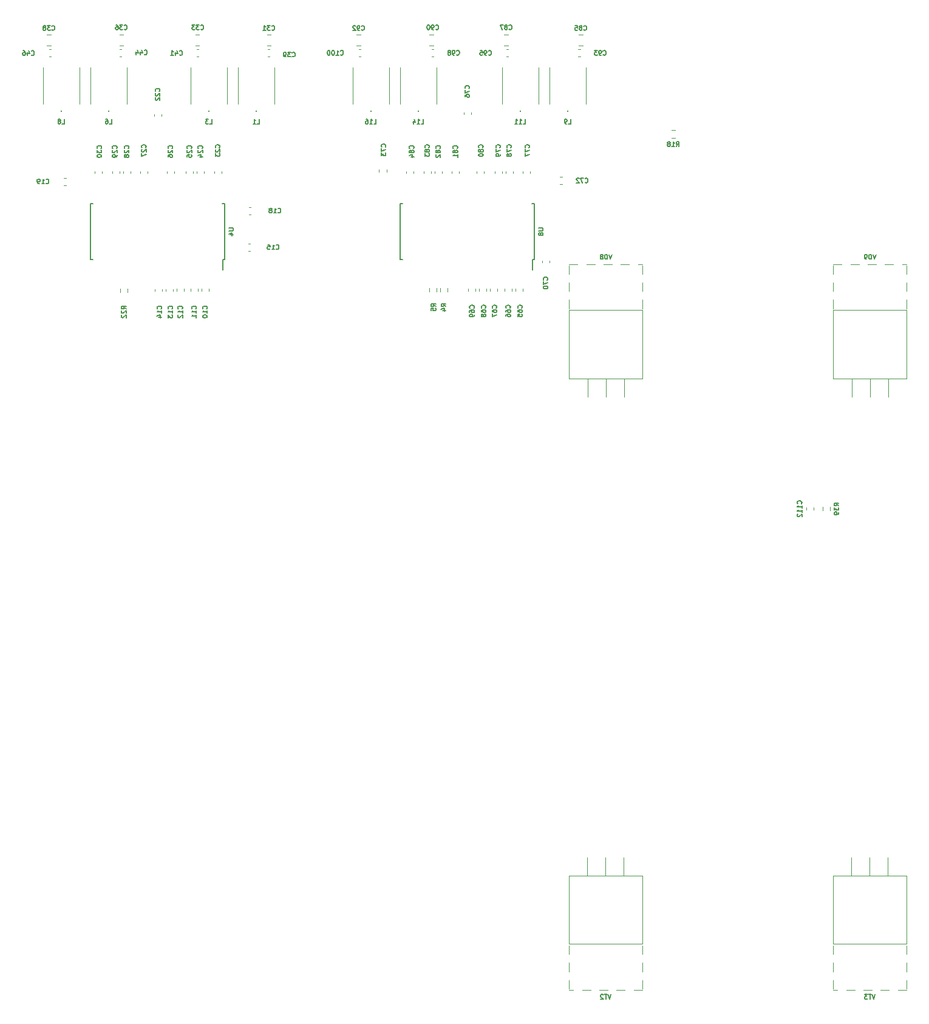
<source format=gbr>
%TF.GenerationSoftware,KiCad,Pcbnew,8.0.0-8.0.0-1~ubuntu22.04.1*%
%TF.CreationDate,2024-03-14T12:01:00+07:00*%
%TF.ProjectId,daw00,64617730-302e-46b6-9963-61645f706362,rev?*%
%TF.SameCoordinates,Original*%
%TF.FileFunction,Legend,Bot*%
%TF.FilePolarity,Positive*%
%FSLAX46Y46*%
G04 Gerber Fmt 4.6, Leading zero omitted, Abs format (unit mm)*
G04 Created by KiCad (PCBNEW 8.0.0-8.0.0-1~ubuntu22.04.1) date 2024-03-14 12:01:00*
%MOMM*%
%LPD*%
G01*
G04 APERTURE LIST*
%ADD10C,0.158750*%
%ADD11C,0.150000*%
%ADD12C,0.100000*%
%ADD13C,0.200000*%
%ADD14C,0.120000*%
G04 APERTURE END LIST*
D10*
X83974214Y-28145508D02*
X84276595Y-28145508D01*
X84276595Y-28145508D02*
X84276595Y-27510508D01*
X83429928Y-28145508D02*
X83792785Y-28145508D01*
X83611357Y-28145508D02*
X83611357Y-27510508D01*
X83611357Y-27510508D02*
X83671833Y-27601222D01*
X83671833Y-27601222D02*
X83732309Y-27661698D01*
X83732309Y-27661698D02*
X83792785Y-27691936D01*
X82825166Y-28145508D02*
X83188023Y-28145508D01*
X83006595Y-28145508D02*
X83006595Y-27510508D01*
X83006595Y-27510508D02*
X83067071Y-27601222D01*
X83067071Y-27601222D02*
X83127547Y-27661698D01*
X83127547Y-27661698D02*
X83188023Y-27691936D01*
D11*
X38325486Y-53947785D02*
X38355725Y-53917547D01*
X38355725Y-53917547D02*
X38385963Y-53826833D01*
X38385963Y-53826833D02*
X38385963Y-53766357D01*
X38385963Y-53766357D02*
X38355725Y-53675642D01*
X38355725Y-53675642D02*
X38295248Y-53615166D01*
X38295248Y-53615166D02*
X38234772Y-53584928D01*
X38234772Y-53584928D02*
X38113820Y-53554690D01*
X38113820Y-53554690D02*
X38023105Y-53554690D01*
X38023105Y-53554690D02*
X37902153Y-53584928D01*
X37902153Y-53584928D02*
X37841677Y-53615166D01*
X37841677Y-53615166D02*
X37781201Y-53675642D01*
X37781201Y-53675642D02*
X37750963Y-53766357D01*
X37750963Y-53766357D02*
X37750963Y-53826833D01*
X37750963Y-53826833D02*
X37781201Y-53917547D01*
X37781201Y-53917547D02*
X37811439Y-53947785D01*
X38385963Y-54552547D02*
X38385963Y-54189690D01*
X38385963Y-54371118D02*
X37750963Y-54371118D01*
X37750963Y-54371118D02*
X37841677Y-54310642D01*
X37841677Y-54310642D02*
X37902153Y-54250166D01*
X37902153Y-54250166D02*
X37932391Y-54189690D01*
X38385963Y-55157309D02*
X38385963Y-54794452D01*
X38385963Y-54975880D02*
X37750963Y-54975880D01*
X37750963Y-54975880D02*
X37841677Y-54915404D01*
X37841677Y-54915404D02*
X37902153Y-54854928D01*
X37902153Y-54854928D02*
X37932391Y-54794452D01*
X79148214Y-18513486D02*
X79178452Y-18543725D01*
X79178452Y-18543725D02*
X79269166Y-18573963D01*
X79269166Y-18573963D02*
X79329642Y-18573963D01*
X79329642Y-18573963D02*
X79420357Y-18543725D01*
X79420357Y-18543725D02*
X79480833Y-18483248D01*
X79480833Y-18483248D02*
X79511071Y-18422772D01*
X79511071Y-18422772D02*
X79541309Y-18301820D01*
X79541309Y-18301820D02*
X79541309Y-18211105D01*
X79541309Y-18211105D02*
X79511071Y-18090153D01*
X79511071Y-18090153D02*
X79480833Y-18029677D01*
X79480833Y-18029677D02*
X79420357Y-17969201D01*
X79420357Y-17969201D02*
X79329642Y-17938963D01*
X79329642Y-17938963D02*
X79269166Y-17938963D01*
X79269166Y-17938963D02*
X79178452Y-17969201D01*
X79178452Y-17969201D02*
X79148214Y-17999439D01*
X78845833Y-18573963D02*
X78724881Y-18573963D01*
X78724881Y-18573963D02*
X78664404Y-18543725D01*
X78664404Y-18543725D02*
X78634166Y-18513486D01*
X78634166Y-18513486D02*
X78573690Y-18422772D01*
X78573690Y-18422772D02*
X78543452Y-18301820D01*
X78543452Y-18301820D02*
X78543452Y-18059915D01*
X78543452Y-18059915D02*
X78573690Y-17999439D01*
X78573690Y-17999439D02*
X78603928Y-17969201D01*
X78603928Y-17969201D02*
X78664404Y-17938963D01*
X78664404Y-17938963D02*
X78785357Y-17938963D01*
X78785357Y-17938963D02*
X78845833Y-17969201D01*
X78845833Y-17969201D02*
X78876071Y-17999439D01*
X78876071Y-17999439D02*
X78906309Y-18059915D01*
X78906309Y-18059915D02*
X78906309Y-18211105D01*
X78906309Y-18211105D02*
X78876071Y-18271582D01*
X78876071Y-18271582D02*
X78845833Y-18301820D01*
X78845833Y-18301820D02*
X78785357Y-18332058D01*
X78785357Y-18332058D02*
X78664404Y-18332058D01*
X78664404Y-18332058D02*
X78603928Y-18301820D01*
X78603928Y-18301820D02*
X78573690Y-18271582D01*
X78573690Y-18271582D02*
X78543452Y-18211105D01*
X77968928Y-17938963D02*
X78271309Y-17938963D01*
X78271309Y-17938963D02*
X78301547Y-18241344D01*
X78301547Y-18241344D02*
X78271309Y-18211105D01*
X78271309Y-18211105D02*
X78210833Y-18180867D01*
X78210833Y-18180867D02*
X78059642Y-18180867D01*
X78059642Y-18180867D02*
X77999166Y-18211105D01*
X77999166Y-18211105D02*
X77968928Y-18241344D01*
X77968928Y-18241344D02*
X77938690Y-18301820D01*
X77938690Y-18301820D02*
X77938690Y-18453010D01*
X77938690Y-18453010D02*
X77968928Y-18513486D01*
X77968928Y-18513486D02*
X77999166Y-18543725D01*
X77999166Y-18543725D02*
X78059642Y-18573963D01*
X78059642Y-18573963D02*
X78210833Y-18573963D01*
X78210833Y-18573963D02*
X78271309Y-18543725D01*
X78271309Y-18543725D02*
X78301547Y-18513486D01*
X78711486Y-53820785D02*
X78741725Y-53790547D01*
X78741725Y-53790547D02*
X78771963Y-53699833D01*
X78771963Y-53699833D02*
X78771963Y-53639357D01*
X78771963Y-53639357D02*
X78741725Y-53548642D01*
X78741725Y-53548642D02*
X78681248Y-53488166D01*
X78681248Y-53488166D02*
X78620772Y-53457928D01*
X78620772Y-53457928D02*
X78499820Y-53427690D01*
X78499820Y-53427690D02*
X78409105Y-53427690D01*
X78409105Y-53427690D02*
X78288153Y-53457928D01*
X78288153Y-53457928D02*
X78227677Y-53488166D01*
X78227677Y-53488166D02*
X78167201Y-53548642D01*
X78167201Y-53548642D02*
X78136963Y-53639357D01*
X78136963Y-53639357D02*
X78136963Y-53699833D01*
X78136963Y-53699833D02*
X78167201Y-53790547D01*
X78167201Y-53790547D02*
X78197439Y-53820785D01*
X78136963Y-54365071D02*
X78136963Y-54244118D01*
X78136963Y-54244118D02*
X78167201Y-54183642D01*
X78167201Y-54183642D02*
X78197439Y-54153404D01*
X78197439Y-54153404D02*
X78288153Y-54092928D01*
X78288153Y-54092928D02*
X78409105Y-54062690D01*
X78409105Y-54062690D02*
X78651010Y-54062690D01*
X78651010Y-54062690D02*
X78711486Y-54092928D01*
X78711486Y-54092928D02*
X78741725Y-54123166D01*
X78741725Y-54123166D02*
X78771963Y-54183642D01*
X78771963Y-54183642D02*
X78771963Y-54304595D01*
X78771963Y-54304595D02*
X78741725Y-54365071D01*
X78741725Y-54365071D02*
X78711486Y-54395309D01*
X78711486Y-54395309D02*
X78651010Y-54425547D01*
X78651010Y-54425547D02*
X78499820Y-54425547D01*
X78499820Y-54425547D02*
X78439344Y-54395309D01*
X78439344Y-54395309D02*
X78409105Y-54365071D01*
X78409105Y-54365071D02*
X78378867Y-54304595D01*
X78378867Y-54304595D02*
X78378867Y-54183642D01*
X78378867Y-54183642D02*
X78409105Y-54123166D01*
X78409105Y-54123166D02*
X78439344Y-54092928D01*
X78439344Y-54092928D02*
X78499820Y-54062690D01*
X78409105Y-54788404D02*
X78378867Y-54727928D01*
X78378867Y-54727928D02*
X78348629Y-54697690D01*
X78348629Y-54697690D02*
X78288153Y-54667452D01*
X78288153Y-54667452D02*
X78257915Y-54667452D01*
X78257915Y-54667452D02*
X78197439Y-54697690D01*
X78197439Y-54697690D02*
X78167201Y-54727928D01*
X78167201Y-54727928D02*
X78136963Y-54788404D01*
X78136963Y-54788404D02*
X78136963Y-54909357D01*
X78136963Y-54909357D02*
X78167201Y-54969833D01*
X78167201Y-54969833D02*
X78197439Y-55000071D01*
X78197439Y-55000071D02*
X78257915Y-55030309D01*
X78257915Y-55030309D02*
X78288153Y-55030309D01*
X78288153Y-55030309D02*
X78348629Y-55000071D01*
X78348629Y-55000071D02*
X78378867Y-54969833D01*
X78378867Y-54969833D02*
X78409105Y-54909357D01*
X78409105Y-54909357D02*
X78409105Y-54788404D01*
X78409105Y-54788404D02*
X78439344Y-54727928D01*
X78439344Y-54727928D02*
X78469582Y-54697690D01*
X78469582Y-54697690D02*
X78530058Y-54667452D01*
X78530058Y-54667452D02*
X78651010Y-54667452D01*
X78651010Y-54667452D02*
X78711486Y-54697690D01*
X78711486Y-54697690D02*
X78741725Y-54727928D01*
X78741725Y-54727928D02*
X78771963Y-54788404D01*
X78771963Y-54788404D02*
X78771963Y-54909357D01*
X78771963Y-54909357D02*
X78741725Y-54969833D01*
X78741725Y-54969833D02*
X78711486Y-55000071D01*
X78711486Y-55000071D02*
X78651010Y-55030309D01*
X78651010Y-55030309D02*
X78530058Y-55030309D01*
X78530058Y-55030309D02*
X78469582Y-55000071D01*
X78469582Y-55000071D02*
X78439344Y-54969833D01*
X78439344Y-54969833D02*
X78409105Y-54909357D01*
X37690486Y-31595785D02*
X37720725Y-31565547D01*
X37720725Y-31565547D02*
X37750963Y-31474833D01*
X37750963Y-31474833D02*
X37750963Y-31414357D01*
X37750963Y-31414357D02*
X37720725Y-31323642D01*
X37720725Y-31323642D02*
X37660248Y-31263166D01*
X37660248Y-31263166D02*
X37599772Y-31232928D01*
X37599772Y-31232928D02*
X37478820Y-31202690D01*
X37478820Y-31202690D02*
X37388105Y-31202690D01*
X37388105Y-31202690D02*
X37267153Y-31232928D01*
X37267153Y-31232928D02*
X37206677Y-31263166D01*
X37206677Y-31263166D02*
X37146201Y-31323642D01*
X37146201Y-31323642D02*
X37115963Y-31414357D01*
X37115963Y-31414357D02*
X37115963Y-31474833D01*
X37115963Y-31474833D02*
X37146201Y-31565547D01*
X37146201Y-31565547D02*
X37176439Y-31595785D01*
X37176439Y-31837690D02*
X37146201Y-31867928D01*
X37146201Y-31867928D02*
X37115963Y-31928404D01*
X37115963Y-31928404D02*
X37115963Y-32079595D01*
X37115963Y-32079595D02*
X37146201Y-32140071D01*
X37146201Y-32140071D02*
X37176439Y-32170309D01*
X37176439Y-32170309D02*
X37236915Y-32200547D01*
X37236915Y-32200547D02*
X37297391Y-32200547D01*
X37297391Y-32200547D02*
X37388105Y-32170309D01*
X37388105Y-32170309D02*
X37750963Y-31807452D01*
X37750963Y-31807452D02*
X37750963Y-32200547D01*
X37115963Y-32775071D02*
X37115963Y-32472690D01*
X37115963Y-32472690D02*
X37418344Y-32442452D01*
X37418344Y-32442452D02*
X37388105Y-32472690D01*
X37388105Y-32472690D02*
X37357867Y-32533166D01*
X37357867Y-32533166D02*
X37357867Y-32684357D01*
X37357867Y-32684357D02*
X37388105Y-32744833D01*
X37388105Y-32744833D02*
X37418344Y-32775071D01*
X37418344Y-32775071D02*
X37478820Y-32805309D01*
X37478820Y-32805309D02*
X37630010Y-32805309D01*
X37630010Y-32805309D02*
X37690486Y-32775071D01*
X37690486Y-32775071D02*
X37720725Y-32744833D01*
X37720725Y-32744833D02*
X37750963Y-32684357D01*
X37750963Y-32684357D02*
X37750963Y-32533166D01*
X37750963Y-32533166D02*
X37720725Y-32472690D01*
X37720725Y-32472690D02*
X37690486Y-32442452D01*
X92610214Y-36293486D02*
X92640452Y-36323725D01*
X92640452Y-36323725D02*
X92731166Y-36353963D01*
X92731166Y-36353963D02*
X92791642Y-36353963D01*
X92791642Y-36353963D02*
X92882357Y-36323725D01*
X92882357Y-36323725D02*
X92942833Y-36263248D01*
X92942833Y-36263248D02*
X92973071Y-36202772D01*
X92973071Y-36202772D02*
X93003309Y-36081820D01*
X93003309Y-36081820D02*
X93003309Y-35991105D01*
X93003309Y-35991105D02*
X92973071Y-35870153D01*
X92973071Y-35870153D02*
X92942833Y-35809677D01*
X92942833Y-35809677D02*
X92882357Y-35749201D01*
X92882357Y-35749201D02*
X92791642Y-35718963D01*
X92791642Y-35718963D02*
X92731166Y-35718963D01*
X92731166Y-35718963D02*
X92640452Y-35749201D01*
X92640452Y-35749201D02*
X92610214Y-35779439D01*
X92398547Y-35718963D02*
X91975214Y-35718963D01*
X91975214Y-35718963D02*
X92247357Y-36353963D01*
X91763547Y-35779439D02*
X91733309Y-35749201D01*
X91733309Y-35749201D02*
X91672833Y-35718963D01*
X91672833Y-35718963D02*
X91521642Y-35718963D01*
X91521642Y-35718963D02*
X91461166Y-35749201D01*
X91461166Y-35749201D02*
X91430928Y-35779439D01*
X91430928Y-35779439D02*
X91400690Y-35839915D01*
X91400690Y-35839915D02*
X91400690Y-35900391D01*
X91400690Y-35900391D02*
X91430928Y-35991105D01*
X91430928Y-35991105D02*
X91793785Y-36353963D01*
X91793785Y-36353963D02*
X91400690Y-36353963D01*
X105310214Y-31306963D02*
X105521881Y-31004582D01*
X105673071Y-31306963D02*
X105673071Y-30671963D01*
X105673071Y-30671963D02*
X105431166Y-30671963D01*
X105431166Y-30671963D02*
X105370690Y-30702201D01*
X105370690Y-30702201D02*
X105340452Y-30732439D01*
X105340452Y-30732439D02*
X105310214Y-30792915D01*
X105310214Y-30792915D02*
X105310214Y-30883629D01*
X105310214Y-30883629D02*
X105340452Y-30944105D01*
X105340452Y-30944105D02*
X105370690Y-30974344D01*
X105370690Y-30974344D02*
X105431166Y-31004582D01*
X105431166Y-31004582D02*
X105673071Y-31004582D01*
X104705452Y-31306963D02*
X105068309Y-31306963D01*
X104886881Y-31306963D02*
X104886881Y-30671963D01*
X104886881Y-30671963D02*
X104947357Y-30762677D01*
X104947357Y-30762677D02*
X105007833Y-30823153D01*
X105007833Y-30823153D02*
X105068309Y-30853391D01*
X104342595Y-30944105D02*
X104403071Y-30913867D01*
X104403071Y-30913867D02*
X104433309Y-30883629D01*
X104433309Y-30883629D02*
X104463547Y-30823153D01*
X104463547Y-30823153D02*
X104463547Y-30792915D01*
X104463547Y-30792915D02*
X104433309Y-30732439D01*
X104433309Y-30732439D02*
X104403071Y-30702201D01*
X104403071Y-30702201D02*
X104342595Y-30671963D01*
X104342595Y-30671963D02*
X104221642Y-30671963D01*
X104221642Y-30671963D02*
X104161166Y-30702201D01*
X104161166Y-30702201D02*
X104130928Y-30732439D01*
X104130928Y-30732439D02*
X104100690Y-30792915D01*
X104100690Y-30792915D02*
X104100690Y-30823153D01*
X104100690Y-30823153D02*
X104130928Y-30883629D01*
X104130928Y-30883629D02*
X104161166Y-30913867D01*
X104161166Y-30913867D02*
X104221642Y-30944105D01*
X104221642Y-30944105D02*
X104342595Y-30944105D01*
X104342595Y-30944105D02*
X104403071Y-30974344D01*
X104403071Y-30974344D02*
X104433309Y-31004582D01*
X104433309Y-31004582D02*
X104463547Y-31065058D01*
X104463547Y-31065058D02*
X104463547Y-31186010D01*
X104463547Y-31186010D02*
X104433309Y-31246486D01*
X104433309Y-31246486D02*
X104403071Y-31276725D01*
X104403071Y-31276725D02*
X104342595Y-31306963D01*
X104342595Y-31306963D02*
X104221642Y-31306963D01*
X104221642Y-31306963D02*
X104161166Y-31276725D01*
X104161166Y-31276725D02*
X104130928Y-31246486D01*
X104130928Y-31246486D02*
X104100690Y-31186010D01*
X104100690Y-31186010D02*
X104100690Y-31065058D01*
X104100690Y-31065058D02*
X104130928Y-31004582D01*
X104130928Y-31004582D02*
X104161166Y-30974344D01*
X104161166Y-30974344D02*
X104221642Y-30944105D01*
X48922214Y-15055486D02*
X48952452Y-15085725D01*
X48952452Y-15085725D02*
X49043166Y-15115963D01*
X49043166Y-15115963D02*
X49103642Y-15115963D01*
X49103642Y-15115963D02*
X49194357Y-15085725D01*
X49194357Y-15085725D02*
X49254833Y-15025248D01*
X49254833Y-15025248D02*
X49285071Y-14964772D01*
X49285071Y-14964772D02*
X49315309Y-14843820D01*
X49315309Y-14843820D02*
X49315309Y-14753105D01*
X49315309Y-14753105D02*
X49285071Y-14632153D01*
X49285071Y-14632153D02*
X49254833Y-14571677D01*
X49254833Y-14571677D02*
X49194357Y-14511201D01*
X49194357Y-14511201D02*
X49103642Y-14480963D01*
X49103642Y-14480963D02*
X49043166Y-14480963D01*
X49043166Y-14480963D02*
X48952452Y-14511201D01*
X48952452Y-14511201D02*
X48922214Y-14541439D01*
X48710547Y-14480963D02*
X48317452Y-14480963D01*
X48317452Y-14480963D02*
X48529119Y-14722867D01*
X48529119Y-14722867D02*
X48438404Y-14722867D01*
X48438404Y-14722867D02*
X48377928Y-14753105D01*
X48377928Y-14753105D02*
X48347690Y-14783344D01*
X48347690Y-14783344D02*
X48317452Y-14843820D01*
X48317452Y-14843820D02*
X48317452Y-14995010D01*
X48317452Y-14995010D02*
X48347690Y-15055486D01*
X48347690Y-15055486D02*
X48377928Y-15085725D01*
X48377928Y-15085725D02*
X48438404Y-15115963D01*
X48438404Y-15115963D02*
X48619833Y-15115963D01*
X48619833Y-15115963D02*
X48680309Y-15085725D01*
X48680309Y-15085725D02*
X48710547Y-15055486D01*
X47712690Y-15115963D02*
X48075547Y-15115963D01*
X47894119Y-15115963D02*
X47894119Y-14480963D01*
X47894119Y-14480963D02*
X47954595Y-14571677D01*
X47954595Y-14571677D02*
X48015071Y-14632153D01*
X48015071Y-14632153D02*
X48075547Y-14662391D01*
X28348214Y-14957486D02*
X28378452Y-14987725D01*
X28378452Y-14987725D02*
X28469166Y-15017963D01*
X28469166Y-15017963D02*
X28529642Y-15017963D01*
X28529642Y-15017963D02*
X28620357Y-14987725D01*
X28620357Y-14987725D02*
X28680833Y-14927248D01*
X28680833Y-14927248D02*
X28711071Y-14866772D01*
X28711071Y-14866772D02*
X28741309Y-14745820D01*
X28741309Y-14745820D02*
X28741309Y-14655105D01*
X28741309Y-14655105D02*
X28711071Y-14534153D01*
X28711071Y-14534153D02*
X28680833Y-14473677D01*
X28680833Y-14473677D02*
X28620357Y-14413201D01*
X28620357Y-14413201D02*
X28529642Y-14382963D01*
X28529642Y-14382963D02*
X28469166Y-14382963D01*
X28469166Y-14382963D02*
X28378452Y-14413201D01*
X28378452Y-14413201D02*
X28348214Y-14443439D01*
X28136547Y-14382963D02*
X27743452Y-14382963D01*
X27743452Y-14382963D02*
X27955119Y-14624867D01*
X27955119Y-14624867D02*
X27864404Y-14624867D01*
X27864404Y-14624867D02*
X27803928Y-14655105D01*
X27803928Y-14655105D02*
X27773690Y-14685344D01*
X27773690Y-14685344D02*
X27743452Y-14745820D01*
X27743452Y-14745820D02*
X27743452Y-14897010D01*
X27743452Y-14897010D02*
X27773690Y-14957486D01*
X27773690Y-14957486D02*
X27803928Y-14987725D01*
X27803928Y-14987725D02*
X27864404Y-15017963D01*
X27864404Y-15017963D02*
X28045833Y-15017963D01*
X28045833Y-15017963D02*
X28106309Y-14987725D01*
X28106309Y-14987725D02*
X28136547Y-14957486D01*
X27199166Y-14382963D02*
X27320119Y-14382963D01*
X27320119Y-14382963D02*
X27380595Y-14413201D01*
X27380595Y-14413201D02*
X27410833Y-14443439D01*
X27410833Y-14443439D02*
X27471309Y-14534153D01*
X27471309Y-14534153D02*
X27501547Y-14655105D01*
X27501547Y-14655105D02*
X27501547Y-14897010D01*
X27501547Y-14897010D02*
X27471309Y-14957486D01*
X27471309Y-14957486D02*
X27441071Y-14987725D01*
X27441071Y-14987725D02*
X27380595Y-15017963D01*
X27380595Y-15017963D02*
X27259642Y-15017963D01*
X27259642Y-15017963D02*
X27199166Y-14987725D01*
X27199166Y-14987725D02*
X27168928Y-14957486D01*
X27168928Y-14957486D02*
X27138690Y-14897010D01*
X27138690Y-14897010D02*
X27138690Y-14745820D01*
X27138690Y-14745820D02*
X27168928Y-14685344D01*
X27168928Y-14685344D02*
X27199166Y-14655105D01*
X27199166Y-14655105D02*
X27259642Y-14624867D01*
X27259642Y-14624867D02*
X27380595Y-14624867D01*
X27380595Y-14624867D02*
X27441071Y-14655105D01*
X27441071Y-14655105D02*
X27471309Y-14685344D01*
X27471309Y-14685344D02*
X27501547Y-14745820D01*
X86125963Y-42696190D02*
X86640010Y-42696190D01*
X86640010Y-42696190D02*
X86700486Y-42726428D01*
X86700486Y-42726428D02*
X86730725Y-42756666D01*
X86730725Y-42756666D02*
X86760963Y-42817142D01*
X86760963Y-42817142D02*
X86760963Y-42938095D01*
X86760963Y-42938095D02*
X86730725Y-42998571D01*
X86730725Y-42998571D02*
X86700486Y-43028809D01*
X86700486Y-43028809D02*
X86640010Y-43059047D01*
X86640010Y-43059047D02*
X86125963Y-43059047D01*
X86398105Y-43452142D02*
X86367867Y-43391666D01*
X86367867Y-43391666D02*
X86337629Y-43361428D01*
X86337629Y-43361428D02*
X86277153Y-43331190D01*
X86277153Y-43331190D02*
X86246915Y-43331190D01*
X86246915Y-43331190D02*
X86186439Y-43361428D01*
X86186439Y-43361428D02*
X86156201Y-43391666D01*
X86156201Y-43391666D02*
X86125963Y-43452142D01*
X86125963Y-43452142D02*
X86125963Y-43573095D01*
X86125963Y-43573095D02*
X86156201Y-43633571D01*
X86156201Y-43633571D02*
X86186439Y-43663809D01*
X86186439Y-43663809D02*
X86246915Y-43694047D01*
X86246915Y-43694047D02*
X86277153Y-43694047D01*
X86277153Y-43694047D02*
X86337629Y-43663809D01*
X86337629Y-43663809D02*
X86367867Y-43633571D01*
X86367867Y-43633571D02*
X86398105Y-43573095D01*
X86398105Y-43573095D02*
X86398105Y-43452142D01*
X86398105Y-43452142D02*
X86428344Y-43391666D01*
X86428344Y-43391666D02*
X86458582Y-43361428D01*
X86458582Y-43361428D02*
X86519058Y-43331190D01*
X86519058Y-43331190D02*
X86640010Y-43331190D01*
X86640010Y-43331190D02*
X86700486Y-43361428D01*
X86700486Y-43361428D02*
X86730725Y-43391666D01*
X86730725Y-43391666D02*
X86760963Y-43452142D01*
X86760963Y-43452142D02*
X86760963Y-43573095D01*
X86760963Y-43573095D02*
X86730725Y-43633571D01*
X86730725Y-43633571D02*
X86700486Y-43663809D01*
X86700486Y-43663809D02*
X86640010Y-43694047D01*
X86640010Y-43694047D02*
X86519058Y-43694047D01*
X86519058Y-43694047D02*
X86458582Y-43663809D01*
X86458582Y-43663809D02*
X86428344Y-43633571D01*
X86428344Y-43633571D02*
X86398105Y-43573095D01*
X74774486Y-31595785D02*
X74804725Y-31565547D01*
X74804725Y-31565547D02*
X74834963Y-31474833D01*
X74834963Y-31474833D02*
X74834963Y-31414357D01*
X74834963Y-31414357D02*
X74804725Y-31323642D01*
X74804725Y-31323642D02*
X74744248Y-31263166D01*
X74744248Y-31263166D02*
X74683772Y-31232928D01*
X74683772Y-31232928D02*
X74562820Y-31202690D01*
X74562820Y-31202690D02*
X74472105Y-31202690D01*
X74472105Y-31202690D02*
X74351153Y-31232928D01*
X74351153Y-31232928D02*
X74290677Y-31263166D01*
X74290677Y-31263166D02*
X74230201Y-31323642D01*
X74230201Y-31323642D02*
X74199963Y-31414357D01*
X74199963Y-31414357D02*
X74199963Y-31474833D01*
X74199963Y-31474833D02*
X74230201Y-31565547D01*
X74230201Y-31565547D02*
X74260439Y-31595785D01*
X74472105Y-31958642D02*
X74441867Y-31898166D01*
X74441867Y-31898166D02*
X74411629Y-31867928D01*
X74411629Y-31867928D02*
X74351153Y-31837690D01*
X74351153Y-31837690D02*
X74320915Y-31837690D01*
X74320915Y-31837690D02*
X74260439Y-31867928D01*
X74260439Y-31867928D02*
X74230201Y-31898166D01*
X74230201Y-31898166D02*
X74199963Y-31958642D01*
X74199963Y-31958642D02*
X74199963Y-32079595D01*
X74199963Y-32079595D02*
X74230201Y-32140071D01*
X74230201Y-32140071D02*
X74260439Y-32170309D01*
X74260439Y-32170309D02*
X74320915Y-32200547D01*
X74320915Y-32200547D02*
X74351153Y-32200547D01*
X74351153Y-32200547D02*
X74411629Y-32170309D01*
X74411629Y-32170309D02*
X74441867Y-32140071D01*
X74441867Y-32140071D02*
X74472105Y-32079595D01*
X74472105Y-32079595D02*
X74472105Y-31958642D01*
X74472105Y-31958642D02*
X74502344Y-31898166D01*
X74502344Y-31898166D02*
X74532582Y-31867928D01*
X74532582Y-31867928D02*
X74593058Y-31837690D01*
X74593058Y-31837690D02*
X74714010Y-31837690D01*
X74714010Y-31837690D02*
X74774486Y-31867928D01*
X74774486Y-31867928D02*
X74804725Y-31898166D01*
X74804725Y-31898166D02*
X74834963Y-31958642D01*
X74834963Y-31958642D02*
X74834963Y-32079595D01*
X74834963Y-32079595D02*
X74804725Y-32140071D01*
X74804725Y-32140071D02*
X74774486Y-32170309D01*
X74774486Y-32170309D02*
X74714010Y-32200547D01*
X74714010Y-32200547D02*
X74593058Y-32200547D01*
X74593058Y-32200547D02*
X74532582Y-32170309D01*
X74532582Y-32170309D02*
X74502344Y-32140071D01*
X74502344Y-32140071D02*
X74472105Y-32079595D01*
X74834963Y-32805309D02*
X74834963Y-32442452D01*
X74834963Y-32623880D02*
X74199963Y-32623880D01*
X74199963Y-32623880D02*
X74290677Y-32563404D01*
X74290677Y-32563404D02*
X74351153Y-32502928D01*
X74351153Y-32502928D02*
X74381391Y-32442452D01*
X73183963Y-53589766D02*
X72881582Y-53378099D01*
X73183963Y-53226909D02*
X72548963Y-53226909D01*
X72548963Y-53226909D02*
X72548963Y-53468814D01*
X72548963Y-53468814D02*
X72579201Y-53529290D01*
X72579201Y-53529290D02*
X72609439Y-53559528D01*
X72609439Y-53559528D02*
X72669915Y-53589766D01*
X72669915Y-53589766D02*
X72760629Y-53589766D01*
X72760629Y-53589766D02*
X72821105Y-53559528D01*
X72821105Y-53559528D02*
X72851344Y-53529290D01*
X72851344Y-53529290D02*
X72881582Y-53468814D01*
X72881582Y-53468814D02*
X72881582Y-53226909D01*
X72760629Y-54134052D02*
X73183963Y-54134052D01*
X72518725Y-53982861D02*
X72972296Y-53831671D01*
X72972296Y-53831671D02*
X72972296Y-54224766D01*
X78330486Y-31468785D02*
X78360725Y-31438547D01*
X78360725Y-31438547D02*
X78390963Y-31347833D01*
X78390963Y-31347833D02*
X78390963Y-31287357D01*
X78390963Y-31287357D02*
X78360725Y-31196642D01*
X78360725Y-31196642D02*
X78300248Y-31136166D01*
X78300248Y-31136166D02*
X78239772Y-31105928D01*
X78239772Y-31105928D02*
X78118820Y-31075690D01*
X78118820Y-31075690D02*
X78028105Y-31075690D01*
X78028105Y-31075690D02*
X77907153Y-31105928D01*
X77907153Y-31105928D02*
X77846677Y-31136166D01*
X77846677Y-31136166D02*
X77786201Y-31196642D01*
X77786201Y-31196642D02*
X77755963Y-31287357D01*
X77755963Y-31287357D02*
X77755963Y-31347833D01*
X77755963Y-31347833D02*
X77786201Y-31438547D01*
X77786201Y-31438547D02*
X77816439Y-31468785D01*
X78028105Y-31831642D02*
X77997867Y-31771166D01*
X77997867Y-31771166D02*
X77967629Y-31740928D01*
X77967629Y-31740928D02*
X77907153Y-31710690D01*
X77907153Y-31710690D02*
X77876915Y-31710690D01*
X77876915Y-31710690D02*
X77816439Y-31740928D01*
X77816439Y-31740928D02*
X77786201Y-31771166D01*
X77786201Y-31771166D02*
X77755963Y-31831642D01*
X77755963Y-31831642D02*
X77755963Y-31952595D01*
X77755963Y-31952595D02*
X77786201Y-32013071D01*
X77786201Y-32013071D02*
X77816439Y-32043309D01*
X77816439Y-32043309D02*
X77876915Y-32073547D01*
X77876915Y-32073547D02*
X77907153Y-32073547D01*
X77907153Y-32073547D02*
X77967629Y-32043309D01*
X77967629Y-32043309D02*
X77997867Y-32013071D01*
X77997867Y-32013071D02*
X78028105Y-31952595D01*
X78028105Y-31952595D02*
X78028105Y-31831642D01*
X78028105Y-31831642D02*
X78058344Y-31771166D01*
X78058344Y-31771166D02*
X78088582Y-31740928D01*
X78088582Y-31740928D02*
X78149058Y-31710690D01*
X78149058Y-31710690D02*
X78270010Y-31710690D01*
X78270010Y-31710690D02*
X78330486Y-31740928D01*
X78330486Y-31740928D02*
X78360725Y-31771166D01*
X78360725Y-31771166D02*
X78390963Y-31831642D01*
X78390963Y-31831642D02*
X78390963Y-31952595D01*
X78390963Y-31952595D02*
X78360725Y-32013071D01*
X78360725Y-32013071D02*
X78330486Y-32043309D01*
X78330486Y-32043309D02*
X78270010Y-32073547D01*
X78270010Y-32073547D02*
X78149058Y-32073547D01*
X78149058Y-32073547D02*
X78088582Y-32043309D01*
X78088582Y-32043309D02*
X78058344Y-32013071D01*
X78058344Y-32013071D02*
X78028105Y-31952595D01*
X77755963Y-32466642D02*
X77755963Y-32527119D01*
X77755963Y-32527119D02*
X77786201Y-32587595D01*
X77786201Y-32587595D02*
X77816439Y-32617833D01*
X77816439Y-32617833D02*
X77876915Y-32648071D01*
X77876915Y-32648071D02*
X77997867Y-32678309D01*
X77997867Y-32678309D02*
X78149058Y-32678309D01*
X78149058Y-32678309D02*
X78270010Y-32648071D01*
X78270010Y-32648071D02*
X78330486Y-32617833D01*
X78330486Y-32617833D02*
X78360725Y-32587595D01*
X78360725Y-32587595D02*
X78390963Y-32527119D01*
X78390963Y-32527119D02*
X78390963Y-32466642D01*
X78390963Y-32466642D02*
X78360725Y-32406166D01*
X78360725Y-32406166D02*
X78330486Y-32375928D01*
X78330486Y-32375928D02*
X78270010Y-32345690D01*
X78270010Y-32345690D02*
X78149058Y-32315452D01*
X78149058Y-32315452D02*
X77997867Y-32315452D01*
X77997867Y-32315452D02*
X77876915Y-32345690D01*
X77876915Y-32345690D02*
X77816439Y-32375928D01*
X77816439Y-32375928D02*
X77786201Y-32406166D01*
X77786201Y-32406166D02*
X77755963Y-32466642D01*
X127983963Y-81379785D02*
X127681582Y-81168118D01*
X127983963Y-81016928D02*
X127348963Y-81016928D01*
X127348963Y-81016928D02*
X127348963Y-81258833D01*
X127348963Y-81258833D02*
X127379201Y-81319309D01*
X127379201Y-81319309D02*
X127409439Y-81349547D01*
X127409439Y-81349547D02*
X127469915Y-81379785D01*
X127469915Y-81379785D02*
X127560629Y-81379785D01*
X127560629Y-81379785D02*
X127621105Y-81349547D01*
X127621105Y-81349547D02*
X127651344Y-81319309D01*
X127651344Y-81319309D02*
X127681582Y-81258833D01*
X127681582Y-81258833D02*
X127681582Y-81016928D01*
X127348963Y-81591452D02*
X127348963Y-81984547D01*
X127348963Y-81984547D02*
X127590867Y-81772880D01*
X127590867Y-81772880D02*
X127590867Y-81863595D01*
X127590867Y-81863595D02*
X127621105Y-81924071D01*
X127621105Y-81924071D02*
X127651344Y-81954309D01*
X127651344Y-81954309D02*
X127711820Y-81984547D01*
X127711820Y-81984547D02*
X127863010Y-81984547D01*
X127863010Y-81984547D02*
X127923486Y-81954309D01*
X127923486Y-81954309D02*
X127953725Y-81924071D01*
X127953725Y-81924071D02*
X127983963Y-81863595D01*
X127983963Y-81863595D02*
X127983963Y-81682166D01*
X127983963Y-81682166D02*
X127953725Y-81621690D01*
X127953725Y-81621690D02*
X127923486Y-81591452D01*
X127983963Y-82286928D02*
X127983963Y-82407880D01*
X127983963Y-82407880D02*
X127953725Y-82468357D01*
X127953725Y-82468357D02*
X127923486Y-82498595D01*
X127923486Y-82498595D02*
X127832772Y-82559071D01*
X127832772Y-82559071D02*
X127711820Y-82589309D01*
X127711820Y-82589309D02*
X127469915Y-82589309D01*
X127469915Y-82589309D02*
X127409439Y-82559071D01*
X127409439Y-82559071D02*
X127379201Y-82528833D01*
X127379201Y-82528833D02*
X127348963Y-82468357D01*
X127348963Y-82468357D02*
X127348963Y-82347404D01*
X127348963Y-82347404D02*
X127379201Y-82286928D01*
X127379201Y-82286928D02*
X127409439Y-82256690D01*
X127409439Y-82256690D02*
X127469915Y-82226452D01*
X127469915Y-82226452D02*
X127621105Y-82226452D01*
X127621105Y-82226452D02*
X127681582Y-82256690D01*
X127681582Y-82256690D02*
X127711820Y-82286928D01*
X127711820Y-82286928D02*
X127742058Y-82347404D01*
X127742058Y-82347404D02*
X127742058Y-82468357D01*
X127742058Y-82468357D02*
X127711820Y-82528833D01*
X127711820Y-82528833D02*
X127681582Y-82559071D01*
X127681582Y-82559071D02*
X127621105Y-82589309D01*
X83791486Y-53820785D02*
X83821725Y-53790547D01*
X83821725Y-53790547D02*
X83851963Y-53699833D01*
X83851963Y-53699833D02*
X83851963Y-53639357D01*
X83851963Y-53639357D02*
X83821725Y-53548642D01*
X83821725Y-53548642D02*
X83761248Y-53488166D01*
X83761248Y-53488166D02*
X83700772Y-53457928D01*
X83700772Y-53457928D02*
X83579820Y-53427690D01*
X83579820Y-53427690D02*
X83489105Y-53427690D01*
X83489105Y-53427690D02*
X83368153Y-53457928D01*
X83368153Y-53457928D02*
X83307677Y-53488166D01*
X83307677Y-53488166D02*
X83247201Y-53548642D01*
X83247201Y-53548642D02*
X83216963Y-53639357D01*
X83216963Y-53639357D02*
X83216963Y-53699833D01*
X83216963Y-53699833D02*
X83247201Y-53790547D01*
X83247201Y-53790547D02*
X83277439Y-53820785D01*
X83216963Y-54365071D02*
X83216963Y-54244118D01*
X83216963Y-54244118D02*
X83247201Y-54183642D01*
X83247201Y-54183642D02*
X83277439Y-54153404D01*
X83277439Y-54153404D02*
X83368153Y-54092928D01*
X83368153Y-54092928D02*
X83489105Y-54062690D01*
X83489105Y-54062690D02*
X83731010Y-54062690D01*
X83731010Y-54062690D02*
X83791486Y-54092928D01*
X83791486Y-54092928D02*
X83821725Y-54123166D01*
X83821725Y-54123166D02*
X83851963Y-54183642D01*
X83851963Y-54183642D02*
X83851963Y-54304595D01*
X83851963Y-54304595D02*
X83821725Y-54365071D01*
X83821725Y-54365071D02*
X83791486Y-54395309D01*
X83791486Y-54395309D02*
X83731010Y-54425547D01*
X83731010Y-54425547D02*
X83579820Y-54425547D01*
X83579820Y-54425547D02*
X83519344Y-54395309D01*
X83519344Y-54395309D02*
X83489105Y-54365071D01*
X83489105Y-54365071D02*
X83458867Y-54304595D01*
X83458867Y-54304595D02*
X83458867Y-54183642D01*
X83458867Y-54183642D02*
X83489105Y-54123166D01*
X83489105Y-54123166D02*
X83519344Y-54092928D01*
X83519344Y-54092928D02*
X83579820Y-54062690D01*
X83216963Y-55000071D02*
X83216963Y-54697690D01*
X83216963Y-54697690D02*
X83519344Y-54667452D01*
X83519344Y-54667452D02*
X83489105Y-54697690D01*
X83489105Y-54697690D02*
X83458867Y-54758166D01*
X83458867Y-54758166D02*
X83458867Y-54909357D01*
X83458867Y-54909357D02*
X83489105Y-54969833D01*
X83489105Y-54969833D02*
X83519344Y-55000071D01*
X83519344Y-55000071D02*
X83579820Y-55030309D01*
X83579820Y-55030309D02*
X83731010Y-55030309D01*
X83731010Y-55030309D02*
X83791486Y-55000071D01*
X83791486Y-55000071D02*
X83821725Y-54969833D01*
X83821725Y-54969833D02*
X83851963Y-54909357D01*
X83851963Y-54909357D02*
X83851963Y-54758166D01*
X83851963Y-54758166D02*
X83821725Y-54697690D01*
X83821725Y-54697690D02*
X83791486Y-54667452D01*
X18254214Y-15055486D02*
X18284452Y-15085725D01*
X18284452Y-15085725D02*
X18375166Y-15115963D01*
X18375166Y-15115963D02*
X18435642Y-15115963D01*
X18435642Y-15115963D02*
X18526357Y-15085725D01*
X18526357Y-15085725D02*
X18586833Y-15025248D01*
X18586833Y-15025248D02*
X18617071Y-14964772D01*
X18617071Y-14964772D02*
X18647309Y-14843820D01*
X18647309Y-14843820D02*
X18647309Y-14753105D01*
X18647309Y-14753105D02*
X18617071Y-14632153D01*
X18617071Y-14632153D02*
X18586833Y-14571677D01*
X18586833Y-14571677D02*
X18526357Y-14511201D01*
X18526357Y-14511201D02*
X18435642Y-14480963D01*
X18435642Y-14480963D02*
X18375166Y-14480963D01*
X18375166Y-14480963D02*
X18284452Y-14511201D01*
X18284452Y-14511201D02*
X18254214Y-14541439D01*
X18042547Y-14480963D02*
X17649452Y-14480963D01*
X17649452Y-14480963D02*
X17861119Y-14722867D01*
X17861119Y-14722867D02*
X17770404Y-14722867D01*
X17770404Y-14722867D02*
X17709928Y-14753105D01*
X17709928Y-14753105D02*
X17679690Y-14783344D01*
X17679690Y-14783344D02*
X17649452Y-14843820D01*
X17649452Y-14843820D02*
X17649452Y-14995010D01*
X17649452Y-14995010D02*
X17679690Y-15055486D01*
X17679690Y-15055486D02*
X17709928Y-15085725D01*
X17709928Y-15085725D02*
X17770404Y-15115963D01*
X17770404Y-15115963D02*
X17951833Y-15115963D01*
X17951833Y-15115963D02*
X18012309Y-15085725D01*
X18012309Y-15085725D02*
X18042547Y-15055486D01*
X17286595Y-14753105D02*
X17347071Y-14722867D01*
X17347071Y-14722867D02*
X17377309Y-14692629D01*
X17377309Y-14692629D02*
X17407547Y-14632153D01*
X17407547Y-14632153D02*
X17407547Y-14601915D01*
X17407547Y-14601915D02*
X17377309Y-14541439D01*
X17377309Y-14541439D02*
X17347071Y-14511201D01*
X17347071Y-14511201D02*
X17286595Y-14480963D01*
X17286595Y-14480963D02*
X17165642Y-14480963D01*
X17165642Y-14480963D02*
X17105166Y-14511201D01*
X17105166Y-14511201D02*
X17074928Y-14541439D01*
X17074928Y-14541439D02*
X17044690Y-14601915D01*
X17044690Y-14601915D02*
X17044690Y-14632153D01*
X17044690Y-14632153D02*
X17074928Y-14692629D01*
X17074928Y-14692629D02*
X17105166Y-14722867D01*
X17105166Y-14722867D02*
X17165642Y-14753105D01*
X17165642Y-14753105D02*
X17286595Y-14753105D01*
X17286595Y-14753105D02*
X17347071Y-14783344D01*
X17347071Y-14783344D02*
X17377309Y-14813582D01*
X17377309Y-14813582D02*
X17407547Y-14874058D01*
X17407547Y-14874058D02*
X17407547Y-14995010D01*
X17407547Y-14995010D02*
X17377309Y-15055486D01*
X17377309Y-15055486D02*
X17347071Y-15085725D01*
X17347071Y-15085725D02*
X17286595Y-15115963D01*
X17286595Y-15115963D02*
X17165642Y-15115963D01*
X17165642Y-15115963D02*
X17105166Y-15085725D01*
X17105166Y-15085725D02*
X17074928Y-15055486D01*
X17074928Y-15055486D02*
X17044690Y-14995010D01*
X17044690Y-14995010D02*
X17044690Y-14874058D01*
X17044690Y-14874058D02*
X17074928Y-14813582D01*
X17074928Y-14813582D02*
X17105166Y-14783344D01*
X17105166Y-14783344D02*
X17165642Y-14753105D01*
X71782363Y-53601966D02*
X71479982Y-53390299D01*
X71782363Y-53239109D02*
X71147363Y-53239109D01*
X71147363Y-53239109D02*
X71147363Y-53481014D01*
X71147363Y-53481014D02*
X71177601Y-53541490D01*
X71177601Y-53541490D02*
X71207839Y-53571728D01*
X71207839Y-53571728D02*
X71268315Y-53601966D01*
X71268315Y-53601966D02*
X71359029Y-53601966D01*
X71359029Y-53601966D02*
X71419505Y-53571728D01*
X71419505Y-53571728D02*
X71449744Y-53541490D01*
X71449744Y-53541490D02*
X71479982Y-53481014D01*
X71479982Y-53481014D02*
X71479982Y-53239109D01*
X71147363Y-54176490D02*
X71147363Y-53874109D01*
X71147363Y-53874109D02*
X71449744Y-53843871D01*
X71449744Y-53843871D02*
X71419505Y-53874109D01*
X71419505Y-53874109D02*
X71389267Y-53934585D01*
X71389267Y-53934585D02*
X71389267Y-54085776D01*
X71389267Y-54085776D02*
X71419505Y-54146252D01*
X71419505Y-54146252D02*
X71449744Y-54176490D01*
X71449744Y-54176490D02*
X71510220Y-54206728D01*
X71510220Y-54206728D02*
X71661410Y-54206728D01*
X71661410Y-54206728D02*
X71721886Y-54176490D01*
X71721886Y-54176490D02*
X71752125Y-54146252D01*
X71752125Y-54146252D02*
X71782363Y-54085776D01*
X71782363Y-54085776D02*
X71782363Y-53934585D01*
X71782363Y-53934585D02*
X71752125Y-53874109D01*
X71752125Y-53874109D02*
X71721886Y-53843871D01*
X27276486Y-31595785D02*
X27306725Y-31565547D01*
X27306725Y-31565547D02*
X27336963Y-31474833D01*
X27336963Y-31474833D02*
X27336963Y-31414357D01*
X27336963Y-31414357D02*
X27306725Y-31323642D01*
X27306725Y-31323642D02*
X27246248Y-31263166D01*
X27246248Y-31263166D02*
X27185772Y-31232928D01*
X27185772Y-31232928D02*
X27064820Y-31202690D01*
X27064820Y-31202690D02*
X26974105Y-31202690D01*
X26974105Y-31202690D02*
X26853153Y-31232928D01*
X26853153Y-31232928D02*
X26792677Y-31263166D01*
X26792677Y-31263166D02*
X26732201Y-31323642D01*
X26732201Y-31323642D02*
X26701963Y-31414357D01*
X26701963Y-31414357D02*
X26701963Y-31474833D01*
X26701963Y-31474833D02*
X26732201Y-31565547D01*
X26732201Y-31565547D02*
X26762439Y-31595785D01*
X26762439Y-31837690D02*
X26732201Y-31867928D01*
X26732201Y-31867928D02*
X26701963Y-31928404D01*
X26701963Y-31928404D02*
X26701963Y-32079595D01*
X26701963Y-32079595D02*
X26732201Y-32140071D01*
X26732201Y-32140071D02*
X26762439Y-32170309D01*
X26762439Y-32170309D02*
X26822915Y-32200547D01*
X26822915Y-32200547D02*
X26883391Y-32200547D01*
X26883391Y-32200547D02*
X26974105Y-32170309D01*
X26974105Y-32170309D02*
X27336963Y-31807452D01*
X27336963Y-31807452D02*
X27336963Y-32200547D01*
X27336963Y-32502928D02*
X27336963Y-32623880D01*
X27336963Y-32623880D02*
X27306725Y-32684357D01*
X27306725Y-32684357D02*
X27276486Y-32714595D01*
X27276486Y-32714595D02*
X27185772Y-32775071D01*
X27185772Y-32775071D02*
X27064820Y-32805309D01*
X27064820Y-32805309D02*
X26822915Y-32805309D01*
X26822915Y-32805309D02*
X26762439Y-32775071D01*
X26762439Y-32775071D02*
X26732201Y-32744833D01*
X26732201Y-32744833D02*
X26701963Y-32684357D01*
X26701963Y-32684357D02*
X26701963Y-32563404D01*
X26701963Y-32563404D02*
X26732201Y-32502928D01*
X26732201Y-32502928D02*
X26762439Y-32472690D01*
X26762439Y-32472690D02*
X26822915Y-32442452D01*
X26822915Y-32442452D02*
X26974105Y-32442452D01*
X26974105Y-32442452D02*
X27034582Y-32472690D01*
X27034582Y-32472690D02*
X27064820Y-32502928D01*
X27064820Y-32502928D02*
X27095058Y-32563404D01*
X27095058Y-32563404D02*
X27095058Y-32684357D01*
X27095058Y-32684357D02*
X27064820Y-32744833D01*
X27064820Y-32744833D02*
X27034582Y-32775071D01*
X27034582Y-32775071D02*
X26974105Y-32805309D01*
X96222452Y-149466463D02*
X96010786Y-150101463D01*
X96010786Y-150101463D02*
X95799119Y-149466463D01*
X95678166Y-149466463D02*
X95315309Y-149466463D01*
X95496738Y-150101463D02*
X95496738Y-149466463D01*
X95133880Y-149526939D02*
X95103642Y-149496701D01*
X95103642Y-149496701D02*
X95043166Y-149466463D01*
X95043166Y-149466463D02*
X94891975Y-149466463D01*
X94891975Y-149466463D02*
X94831499Y-149496701D01*
X94831499Y-149496701D02*
X94801261Y-149526939D01*
X94801261Y-149526939D02*
X94771023Y-149587415D01*
X94771023Y-149587415D02*
X94771023Y-149647891D01*
X94771023Y-149647891D02*
X94801261Y-149738605D01*
X94801261Y-149738605D02*
X95164118Y-150101463D01*
X95164118Y-150101463D02*
X94771023Y-150101463D01*
X82140486Y-53820785D02*
X82170725Y-53790547D01*
X82170725Y-53790547D02*
X82200963Y-53699833D01*
X82200963Y-53699833D02*
X82200963Y-53639357D01*
X82200963Y-53639357D02*
X82170725Y-53548642D01*
X82170725Y-53548642D02*
X82110248Y-53488166D01*
X82110248Y-53488166D02*
X82049772Y-53457928D01*
X82049772Y-53457928D02*
X81928820Y-53427690D01*
X81928820Y-53427690D02*
X81838105Y-53427690D01*
X81838105Y-53427690D02*
X81717153Y-53457928D01*
X81717153Y-53457928D02*
X81656677Y-53488166D01*
X81656677Y-53488166D02*
X81596201Y-53548642D01*
X81596201Y-53548642D02*
X81565963Y-53639357D01*
X81565963Y-53639357D02*
X81565963Y-53699833D01*
X81565963Y-53699833D02*
X81596201Y-53790547D01*
X81596201Y-53790547D02*
X81626439Y-53820785D01*
X81565963Y-54365071D02*
X81565963Y-54244118D01*
X81565963Y-54244118D02*
X81596201Y-54183642D01*
X81596201Y-54183642D02*
X81626439Y-54153404D01*
X81626439Y-54153404D02*
X81717153Y-54092928D01*
X81717153Y-54092928D02*
X81838105Y-54062690D01*
X81838105Y-54062690D02*
X82080010Y-54062690D01*
X82080010Y-54062690D02*
X82140486Y-54092928D01*
X82140486Y-54092928D02*
X82170725Y-54123166D01*
X82170725Y-54123166D02*
X82200963Y-54183642D01*
X82200963Y-54183642D02*
X82200963Y-54304595D01*
X82200963Y-54304595D02*
X82170725Y-54365071D01*
X82170725Y-54365071D02*
X82140486Y-54395309D01*
X82140486Y-54395309D02*
X82080010Y-54425547D01*
X82080010Y-54425547D02*
X81928820Y-54425547D01*
X81928820Y-54425547D02*
X81868344Y-54395309D01*
X81868344Y-54395309D02*
X81838105Y-54365071D01*
X81838105Y-54365071D02*
X81807867Y-54304595D01*
X81807867Y-54304595D02*
X81807867Y-54183642D01*
X81807867Y-54183642D02*
X81838105Y-54123166D01*
X81838105Y-54123166D02*
X81868344Y-54092928D01*
X81868344Y-54092928D02*
X81928820Y-54062690D01*
X81565963Y-54969833D02*
X81565963Y-54848880D01*
X81565963Y-54848880D02*
X81596201Y-54788404D01*
X81596201Y-54788404D02*
X81626439Y-54758166D01*
X81626439Y-54758166D02*
X81717153Y-54697690D01*
X81717153Y-54697690D02*
X81838105Y-54667452D01*
X81838105Y-54667452D02*
X82080010Y-54667452D01*
X82080010Y-54667452D02*
X82140486Y-54697690D01*
X82140486Y-54697690D02*
X82170725Y-54727928D01*
X82170725Y-54727928D02*
X82200963Y-54788404D01*
X82200963Y-54788404D02*
X82200963Y-54909357D01*
X82200963Y-54909357D02*
X82170725Y-54969833D01*
X82170725Y-54969833D02*
X82140486Y-55000071D01*
X82140486Y-55000071D02*
X82080010Y-55030309D01*
X82080010Y-55030309D02*
X81928820Y-55030309D01*
X81928820Y-55030309D02*
X81868344Y-55000071D01*
X81868344Y-55000071D02*
X81838105Y-54969833D01*
X81838105Y-54969833D02*
X81807867Y-54909357D01*
X81807867Y-54909357D02*
X81807867Y-54788404D01*
X81807867Y-54788404D02*
X81838105Y-54727928D01*
X81838105Y-54727928D02*
X81868344Y-54697690D01*
X81868344Y-54697690D02*
X81928820Y-54667452D01*
D10*
X40237833Y-28145508D02*
X40540214Y-28145508D01*
X40540214Y-28145508D02*
X40540214Y-27510508D01*
X40086642Y-27510508D02*
X39693547Y-27510508D01*
X39693547Y-27510508D02*
X39905214Y-27752412D01*
X39905214Y-27752412D02*
X39814499Y-27752412D01*
X39814499Y-27752412D02*
X39754023Y-27782650D01*
X39754023Y-27782650D02*
X39723785Y-27812889D01*
X39723785Y-27812889D02*
X39693547Y-27873365D01*
X39693547Y-27873365D02*
X39693547Y-28024555D01*
X39693547Y-28024555D02*
X39723785Y-28085031D01*
X39723785Y-28085031D02*
X39754023Y-28115270D01*
X39754023Y-28115270D02*
X39814499Y-28145508D01*
X39814499Y-28145508D02*
X39995928Y-28145508D01*
X39995928Y-28145508D02*
X40056404Y-28115270D01*
X40056404Y-28115270D02*
X40086642Y-28085031D01*
D11*
X31340486Y-31468785D02*
X31370725Y-31438547D01*
X31370725Y-31438547D02*
X31400963Y-31347833D01*
X31400963Y-31347833D02*
X31400963Y-31287357D01*
X31400963Y-31287357D02*
X31370725Y-31196642D01*
X31370725Y-31196642D02*
X31310248Y-31136166D01*
X31310248Y-31136166D02*
X31249772Y-31105928D01*
X31249772Y-31105928D02*
X31128820Y-31075690D01*
X31128820Y-31075690D02*
X31038105Y-31075690D01*
X31038105Y-31075690D02*
X30917153Y-31105928D01*
X30917153Y-31105928D02*
X30856677Y-31136166D01*
X30856677Y-31136166D02*
X30796201Y-31196642D01*
X30796201Y-31196642D02*
X30765963Y-31287357D01*
X30765963Y-31287357D02*
X30765963Y-31347833D01*
X30765963Y-31347833D02*
X30796201Y-31438547D01*
X30796201Y-31438547D02*
X30826439Y-31468785D01*
X30826439Y-31710690D02*
X30796201Y-31740928D01*
X30796201Y-31740928D02*
X30765963Y-31801404D01*
X30765963Y-31801404D02*
X30765963Y-31952595D01*
X30765963Y-31952595D02*
X30796201Y-32013071D01*
X30796201Y-32013071D02*
X30826439Y-32043309D01*
X30826439Y-32043309D02*
X30886915Y-32073547D01*
X30886915Y-32073547D02*
X30947391Y-32073547D01*
X30947391Y-32073547D02*
X31038105Y-32043309D01*
X31038105Y-32043309D02*
X31400963Y-31680452D01*
X31400963Y-31680452D02*
X31400963Y-32073547D01*
X30765963Y-32285214D02*
X30765963Y-32708547D01*
X30765963Y-32708547D02*
X31400963Y-32436404D01*
X33245486Y-23643785D02*
X33275725Y-23613547D01*
X33275725Y-23613547D02*
X33305963Y-23522833D01*
X33305963Y-23522833D02*
X33305963Y-23462357D01*
X33305963Y-23462357D02*
X33275725Y-23371642D01*
X33275725Y-23371642D02*
X33215248Y-23311166D01*
X33215248Y-23311166D02*
X33154772Y-23280928D01*
X33154772Y-23280928D02*
X33033820Y-23250690D01*
X33033820Y-23250690D02*
X32943105Y-23250690D01*
X32943105Y-23250690D02*
X32822153Y-23280928D01*
X32822153Y-23280928D02*
X32761677Y-23311166D01*
X32761677Y-23311166D02*
X32701201Y-23371642D01*
X32701201Y-23371642D02*
X32670963Y-23462357D01*
X32670963Y-23462357D02*
X32670963Y-23522833D01*
X32670963Y-23522833D02*
X32701201Y-23613547D01*
X32701201Y-23613547D02*
X32731439Y-23643785D01*
X32731439Y-23885690D02*
X32701201Y-23915928D01*
X32701201Y-23915928D02*
X32670963Y-23976404D01*
X32670963Y-23976404D02*
X32670963Y-24127595D01*
X32670963Y-24127595D02*
X32701201Y-24188071D01*
X32701201Y-24188071D02*
X32731439Y-24218309D01*
X32731439Y-24218309D02*
X32791915Y-24248547D01*
X32791915Y-24248547D02*
X32852391Y-24248547D01*
X32852391Y-24248547D02*
X32943105Y-24218309D01*
X32943105Y-24218309D02*
X33305963Y-23855452D01*
X33305963Y-23855452D02*
X33305963Y-24248547D01*
X32731439Y-24490452D02*
X32701201Y-24520690D01*
X32701201Y-24520690D02*
X32670963Y-24581166D01*
X32670963Y-24581166D02*
X32670963Y-24732357D01*
X32670963Y-24732357D02*
X32701201Y-24792833D01*
X32701201Y-24792833D02*
X32731439Y-24823071D01*
X32731439Y-24823071D02*
X32791915Y-24853309D01*
X32791915Y-24853309D02*
X32852391Y-24853309D01*
X32852391Y-24853309D02*
X32943105Y-24823071D01*
X32943105Y-24823071D02*
X33305963Y-24460214D01*
X33305963Y-24460214D02*
X33305963Y-24853309D01*
X49528214Y-45564486D02*
X49558452Y-45594725D01*
X49558452Y-45594725D02*
X49649166Y-45624963D01*
X49649166Y-45624963D02*
X49709642Y-45624963D01*
X49709642Y-45624963D02*
X49800357Y-45594725D01*
X49800357Y-45594725D02*
X49860833Y-45534248D01*
X49860833Y-45534248D02*
X49891071Y-45473772D01*
X49891071Y-45473772D02*
X49921309Y-45352820D01*
X49921309Y-45352820D02*
X49921309Y-45262105D01*
X49921309Y-45262105D02*
X49891071Y-45141153D01*
X49891071Y-45141153D02*
X49860833Y-45080677D01*
X49860833Y-45080677D02*
X49800357Y-45020201D01*
X49800357Y-45020201D02*
X49709642Y-44989963D01*
X49709642Y-44989963D02*
X49649166Y-44989963D01*
X49649166Y-44989963D02*
X49558452Y-45020201D01*
X49558452Y-45020201D02*
X49528214Y-45050439D01*
X48923452Y-45624963D02*
X49286309Y-45624963D01*
X49104881Y-45624963D02*
X49104881Y-44989963D01*
X49104881Y-44989963D02*
X49165357Y-45080677D01*
X49165357Y-45080677D02*
X49225833Y-45141153D01*
X49225833Y-45141153D02*
X49286309Y-45171391D01*
X48348928Y-44989963D02*
X48651309Y-44989963D01*
X48651309Y-44989963D02*
X48681547Y-45292344D01*
X48681547Y-45292344D02*
X48651309Y-45262105D01*
X48651309Y-45262105D02*
X48590833Y-45231867D01*
X48590833Y-45231867D02*
X48439642Y-45231867D01*
X48439642Y-45231867D02*
X48379166Y-45262105D01*
X48379166Y-45262105D02*
X48348928Y-45292344D01*
X48348928Y-45292344D02*
X48318690Y-45352820D01*
X48318690Y-45352820D02*
X48318690Y-45504010D01*
X48318690Y-45504010D02*
X48348928Y-45564486D01*
X48348928Y-45564486D02*
X48379166Y-45594725D01*
X48379166Y-45594725D02*
X48439642Y-45624963D01*
X48439642Y-45624963D02*
X48590833Y-45624963D01*
X48590833Y-45624963D02*
X48651309Y-45594725D01*
X48651309Y-45594725D02*
X48681547Y-45564486D01*
D10*
X69750214Y-28145508D02*
X70052595Y-28145508D01*
X70052595Y-28145508D02*
X70052595Y-27510508D01*
X69205928Y-28145508D02*
X69568785Y-28145508D01*
X69387357Y-28145508D02*
X69387357Y-27510508D01*
X69387357Y-27510508D02*
X69447833Y-27601222D01*
X69447833Y-27601222D02*
X69508309Y-27661698D01*
X69508309Y-27661698D02*
X69568785Y-27691936D01*
X68661642Y-27722174D02*
X68661642Y-28145508D01*
X68812833Y-27480270D02*
X68964023Y-27933841D01*
X68964023Y-27933841D02*
X68570928Y-27933841D01*
D11*
X58495595Y-18513486D02*
X58525833Y-18543725D01*
X58525833Y-18543725D02*
X58616547Y-18573963D01*
X58616547Y-18573963D02*
X58677023Y-18573963D01*
X58677023Y-18573963D02*
X58767738Y-18543725D01*
X58767738Y-18543725D02*
X58828214Y-18483248D01*
X58828214Y-18483248D02*
X58858452Y-18422772D01*
X58858452Y-18422772D02*
X58888690Y-18301820D01*
X58888690Y-18301820D02*
X58888690Y-18211105D01*
X58888690Y-18211105D02*
X58858452Y-18090153D01*
X58858452Y-18090153D02*
X58828214Y-18029677D01*
X58828214Y-18029677D02*
X58767738Y-17969201D01*
X58767738Y-17969201D02*
X58677023Y-17938963D01*
X58677023Y-17938963D02*
X58616547Y-17938963D01*
X58616547Y-17938963D02*
X58525833Y-17969201D01*
X58525833Y-17969201D02*
X58495595Y-17999439D01*
X57890833Y-18573963D02*
X58253690Y-18573963D01*
X58072262Y-18573963D02*
X58072262Y-17938963D01*
X58072262Y-17938963D02*
X58132738Y-18029677D01*
X58132738Y-18029677D02*
X58193214Y-18090153D01*
X58193214Y-18090153D02*
X58253690Y-18120391D01*
X57497738Y-17938963D02*
X57437261Y-17938963D01*
X57437261Y-17938963D02*
X57376785Y-17969201D01*
X57376785Y-17969201D02*
X57346547Y-17999439D01*
X57346547Y-17999439D02*
X57316309Y-18059915D01*
X57316309Y-18059915D02*
X57286071Y-18180867D01*
X57286071Y-18180867D02*
X57286071Y-18332058D01*
X57286071Y-18332058D02*
X57316309Y-18453010D01*
X57316309Y-18453010D02*
X57346547Y-18513486D01*
X57346547Y-18513486D02*
X57376785Y-18543725D01*
X57376785Y-18543725D02*
X57437261Y-18573963D01*
X57437261Y-18573963D02*
X57497738Y-18573963D01*
X57497738Y-18573963D02*
X57558214Y-18543725D01*
X57558214Y-18543725D02*
X57588452Y-18513486D01*
X57588452Y-18513486D02*
X57618690Y-18453010D01*
X57618690Y-18453010D02*
X57648928Y-18332058D01*
X57648928Y-18332058D02*
X57648928Y-18180867D01*
X57648928Y-18180867D02*
X57618690Y-18059915D01*
X57618690Y-18059915D02*
X57588452Y-17999439D01*
X57588452Y-17999439D02*
X57558214Y-17969201D01*
X57558214Y-17969201D02*
X57497738Y-17938963D01*
X56892976Y-17938963D02*
X56832499Y-17938963D01*
X56832499Y-17938963D02*
X56772023Y-17969201D01*
X56772023Y-17969201D02*
X56741785Y-17999439D01*
X56741785Y-17999439D02*
X56711547Y-18059915D01*
X56711547Y-18059915D02*
X56681309Y-18180867D01*
X56681309Y-18180867D02*
X56681309Y-18332058D01*
X56681309Y-18332058D02*
X56711547Y-18453010D01*
X56711547Y-18453010D02*
X56741785Y-18513486D01*
X56741785Y-18513486D02*
X56772023Y-18543725D01*
X56772023Y-18543725D02*
X56832499Y-18573963D01*
X56832499Y-18573963D02*
X56892976Y-18573963D01*
X56892976Y-18573963D02*
X56953452Y-18543725D01*
X56953452Y-18543725D02*
X56983690Y-18513486D01*
X56983690Y-18513486D02*
X57013928Y-18453010D01*
X57013928Y-18453010D02*
X57044166Y-18332058D01*
X57044166Y-18332058D02*
X57044166Y-18180867D01*
X57044166Y-18180867D02*
X57013928Y-18059915D01*
X57013928Y-18059915D02*
X56983690Y-17999439D01*
X56983690Y-17999439D02*
X56953452Y-17969201D01*
X56953452Y-17969201D02*
X56892976Y-17938963D01*
X122777486Y-81077404D02*
X122807725Y-81047166D01*
X122807725Y-81047166D02*
X122837963Y-80956452D01*
X122837963Y-80956452D02*
X122837963Y-80895976D01*
X122837963Y-80895976D02*
X122807725Y-80805261D01*
X122807725Y-80805261D02*
X122747248Y-80744785D01*
X122747248Y-80744785D02*
X122686772Y-80714547D01*
X122686772Y-80714547D02*
X122565820Y-80684309D01*
X122565820Y-80684309D02*
X122475105Y-80684309D01*
X122475105Y-80684309D02*
X122354153Y-80714547D01*
X122354153Y-80714547D02*
X122293677Y-80744785D01*
X122293677Y-80744785D02*
X122233201Y-80805261D01*
X122233201Y-80805261D02*
X122202963Y-80895976D01*
X122202963Y-80895976D02*
X122202963Y-80956452D01*
X122202963Y-80956452D02*
X122233201Y-81047166D01*
X122233201Y-81047166D02*
X122263439Y-81077404D01*
X122837963Y-81682166D02*
X122837963Y-81319309D01*
X122837963Y-81500737D02*
X122202963Y-81500737D01*
X122202963Y-81500737D02*
X122293677Y-81440261D01*
X122293677Y-81440261D02*
X122354153Y-81379785D01*
X122354153Y-81379785D02*
X122384391Y-81319309D01*
X122837963Y-82286928D02*
X122837963Y-81924071D01*
X122837963Y-82105499D02*
X122202963Y-82105499D01*
X122202963Y-82105499D02*
X122293677Y-82045023D01*
X122293677Y-82045023D02*
X122354153Y-81984547D01*
X122354153Y-81984547D02*
X122384391Y-81924071D01*
X122263439Y-82528833D02*
X122233201Y-82559071D01*
X122233201Y-82559071D02*
X122202963Y-82619547D01*
X122202963Y-82619547D02*
X122202963Y-82770738D01*
X122202963Y-82770738D02*
X122233201Y-82831214D01*
X122233201Y-82831214D02*
X122263439Y-82861452D01*
X122263439Y-82861452D02*
X122323915Y-82891690D01*
X122323915Y-82891690D02*
X122384391Y-82891690D01*
X122384391Y-82891690D02*
X122475105Y-82861452D01*
X122475105Y-82861452D02*
X122837963Y-82498595D01*
X122837963Y-82498595D02*
X122837963Y-82891690D01*
X133052452Y-149466463D02*
X132840786Y-150101463D01*
X132840786Y-150101463D02*
X132629119Y-149466463D01*
X132508166Y-149466463D02*
X132145309Y-149466463D01*
X132326738Y-150101463D02*
X132326738Y-149466463D01*
X131994118Y-149466463D02*
X131601023Y-149466463D01*
X131601023Y-149466463D02*
X131812690Y-149708367D01*
X131812690Y-149708367D02*
X131721975Y-149708367D01*
X131721975Y-149708367D02*
X131661499Y-149738605D01*
X131661499Y-149738605D02*
X131631261Y-149768844D01*
X131631261Y-149768844D02*
X131601023Y-149829320D01*
X131601023Y-149829320D02*
X131601023Y-149980510D01*
X131601023Y-149980510D02*
X131631261Y-150040986D01*
X131631261Y-150040986D02*
X131661499Y-150071225D01*
X131661499Y-150071225D02*
X131721975Y-150101463D01*
X131721975Y-150101463D02*
X131903404Y-150101463D01*
X131903404Y-150101463D02*
X131963880Y-150071225D01*
X131963880Y-150071225D02*
X131994118Y-150040986D01*
X76425486Y-23226785D02*
X76455725Y-23196547D01*
X76455725Y-23196547D02*
X76485963Y-23105833D01*
X76485963Y-23105833D02*
X76485963Y-23045357D01*
X76485963Y-23045357D02*
X76455725Y-22954642D01*
X76455725Y-22954642D02*
X76395248Y-22894166D01*
X76395248Y-22894166D02*
X76334772Y-22863928D01*
X76334772Y-22863928D02*
X76213820Y-22833690D01*
X76213820Y-22833690D02*
X76123105Y-22833690D01*
X76123105Y-22833690D02*
X76002153Y-22863928D01*
X76002153Y-22863928D02*
X75941677Y-22894166D01*
X75941677Y-22894166D02*
X75881201Y-22954642D01*
X75881201Y-22954642D02*
X75850963Y-23045357D01*
X75850963Y-23045357D02*
X75850963Y-23105833D01*
X75850963Y-23105833D02*
X75881201Y-23196547D01*
X75881201Y-23196547D02*
X75911439Y-23226785D01*
X75850963Y-23438452D02*
X75850963Y-23861785D01*
X75850963Y-23861785D02*
X76485963Y-23589642D01*
X75850963Y-24375833D02*
X75850963Y-24254880D01*
X75850963Y-24254880D02*
X75881201Y-24194404D01*
X75881201Y-24194404D02*
X75911439Y-24164166D01*
X75911439Y-24164166D02*
X76002153Y-24103690D01*
X76002153Y-24103690D02*
X76123105Y-24073452D01*
X76123105Y-24073452D02*
X76365010Y-24073452D01*
X76365010Y-24073452D02*
X76425486Y-24103690D01*
X76425486Y-24103690D02*
X76455725Y-24133928D01*
X76455725Y-24133928D02*
X76485963Y-24194404D01*
X76485963Y-24194404D02*
X76485963Y-24315357D01*
X76485963Y-24315357D02*
X76455725Y-24375833D01*
X76455725Y-24375833D02*
X76425486Y-24406071D01*
X76425486Y-24406071D02*
X76365010Y-24436309D01*
X76365010Y-24436309D02*
X76213820Y-24436309D01*
X76213820Y-24436309D02*
X76153344Y-24406071D01*
X76153344Y-24406071D02*
X76123105Y-24375833D01*
X76123105Y-24375833D02*
X76092867Y-24315357D01*
X76092867Y-24315357D02*
X76092867Y-24194404D01*
X76092867Y-24194404D02*
X76123105Y-24133928D01*
X76123105Y-24133928D02*
X76153344Y-24103690D01*
X76153344Y-24103690D02*
X76213820Y-24073452D01*
X35023486Y-31595785D02*
X35053725Y-31565547D01*
X35053725Y-31565547D02*
X35083963Y-31474833D01*
X35083963Y-31474833D02*
X35083963Y-31414357D01*
X35083963Y-31414357D02*
X35053725Y-31323642D01*
X35053725Y-31323642D02*
X34993248Y-31263166D01*
X34993248Y-31263166D02*
X34932772Y-31232928D01*
X34932772Y-31232928D02*
X34811820Y-31202690D01*
X34811820Y-31202690D02*
X34721105Y-31202690D01*
X34721105Y-31202690D02*
X34600153Y-31232928D01*
X34600153Y-31232928D02*
X34539677Y-31263166D01*
X34539677Y-31263166D02*
X34479201Y-31323642D01*
X34479201Y-31323642D02*
X34448963Y-31414357D01*
X34448963Y-31414357D02*
X34448963Y-31474833D01*
X34448963Y-31474833D02*
X34479201Y-31565547D01*
X34479201Y-31565547D02*
X34509439Y-31595785D01*
X34509439Y-31837690D02*
X34479201Y-31867928D01*
X34479201Y-31867928D02*
X34448963Y-31928404D01*
X34448963Y-31928404D02*
X34448963Y-32079595D01*
X34448963Y-32079595D02*
X34479201Y-32140071D01*
X34479201Y-32140071D02*
X34509439Y-32170309D01*
X34509439Y-32170309D02*
X34569915Y-32200547D01*
X34569915Y-32200547D02*
X34630391Y-32200547D01*
X34630391Y-32200547D02*
X34721105Y-32170309D01*
X34721105Y-32170309D02*
X35083963Y-31807452D01*
X35083963Y-31807452D02*
X35083963Y-32200547D01*
X34448963Y-32744833D02*
X34448963Y-32623880D01*
X34448963Y-32623880D02*
X34479201Y-32563404D01*
X34479201Y-32563404D02*
X34509439Y-32533166D01*
X34509439Y-32533166D02*
X34600153Y-32472690D01*
X34600153Y-32472690D02*
X34721105Y-32442452D01*
X34721105Y-32442452D02*
X34963010Y-32442452D01*
X34963010Y-32442452D02*
X35023486Y-32472690D01*
X35023486Y-32472690D02*
X35053725Y-32502928D01*
X35053725Y-32502928D02*
X35083963Y-32563404D01*
X35083963Y-32563404D02*
X35083963Y-32684357D01*
X35083963Y-32684357D02*
X35053725Y-32744833D01*
X35053725Y-32744833D02*
X35023486Y-32775071D01*
X35023486Y-32775071D02*
X34963010Y-32805309D01*
X34963010Y-32805309D02*
X34811820Y-32805309D01*
X34811820Y-32805309D02*
X34751344Y-32775071D01*
X34751344Y-32775071D02*
X34721105Y-32744833D01*
X34721105Y-32744833D02*
X34690867Y-32684357D01*
X34690867Y-32684357D02*
X34690867Y-32563404D01*
X34690867Y-32563404D02*
X34721105Y-32502928D01*
X34721105Y-32502928D02*
X34751344Y-32472690D01*
X34751344Y-32472690D02*
X34811820Y-32442452D01*
X70837486Y-31468785D02*
X70867725Y-31438547D01*
X70867725Y-31438547D02*
X70897963Y-31347833D01*
X70897963Y-31347833D02*
X70897963Y-31287357D01*
X70897963Y-31287357D02*
X70867725Y-31196642D01*
X70867725Y-31196642D02*
X70807248Y-31136166D01*
X70807248Y-31136166D02*
X70746772Y-31105928D01*
X70746772Y-31105928D02*
X70625820Y-31075690D01*
X70625820Y-31075690D02*
X70535105Y-31075690D01*
X70535105Y-31075690D02*
X70414153Y-31105928D01*
X70414153Y-31105928D02*
X70353677Y-31136166D01*
X70353677Y-31136166D02*
X70293201Y-31196642D01*
X70293201Y-31196642D02*
X70262963Y-31287357D01*
X70262963Y-31287357D02*
X70262963Y-31347833D01*
X70262963Y-31347833D02*
X70293201Y-31438547D01*
X70293201Y-31438547D02*
X70323439Y-31468785D01*
X70535105Y-31831642D02*
X70504867Y-31771166D01*
X70504867Y-31771166D02*
X70474629Y-31740928D01*
X70474629Y-31740928D02*
X70414153Y-31710690D01*
X70414153Y-31710690D02*
X70383915Y-31710690D01*
X70383915Y-31710690D02*
X70323439Y-31740928D01*
X70323439Y-31740928D02*
X70293201Y-31771166D01*
X70293201Y-31771166D02*
X70262963Y-31831642D01*
X70262963Y-31831642D02*
X70262963Y-31952595D01*
X70262963Y-31952595D02*
X70293201Y-32013071D01*
X70293201Y-32013071D02*
X70323439Y-32043309D01*
X70323439Y-32043309D02*
X70383915Y-32073547D01*
X70383915Y-32073547D02*
X70414153Y-32073547D01*
X70414153Y-32073547D02*
X70474629Y-32043309D01*
X70474629Y-32043309D02*
X70504867Y-32013071D01*
X70504867Y-32013071D02*
X70535105Y-31952595D01*
X70535105Y-31952595D02*
X70535105Y-31831642D01*
X70535105Y-31831642D02*
X70565344Y-31771166D01*
X70565344Y-31771166D02*
X70595582Y-31740928D01*
X70595582Y-31740928D02*
X70656058Y-31710690D01*
X70656058Y-31710690D02*
X70777010Y-31710690D01*
X70777010Y-31710690D02*
X70837486Y-31740928D01*
X70837486Y-31740928D02*
X70867725Y-31771166D01*
X70867725Y-31771166D02*
X70897963Y-31831642D01*
X70897963Y-31831642D02*
X70897963Y-31952595D01*
X70897963Y-31952595D02*
X70867725Y-32013071D01*
X70867725Y-32013071D02*
X70837486Y-32043309D01*
X70837486Y-32043309D02*
X70777010Y-32073547D01*
X70777010Y-32073547D02*
X70656058Y-32073547D01*
X70656058Y-32073547D02*
X70595582Y-32043309D01*
X70595582Y-32043309D02*
X70565344Y-32013071D01*
X70565344Y-32013071D02*
X70535105Y-31952595D01*
X70262963Y-32285214D02*
X70262963Y-32678309D01*
X70262963Y-32678309D02*
X70504867Y-32466642D01*
X70504867Y-32466642D02*
X70504867Y-32557357D01*
X70504867Y-32557357D02*
X70535105Y-32617833D01*
X70535105Y-32617833D02*
X70565344Y-32648071D01*
X70565344Y-32648071D02*
X70625820Y-32678309D01*
X70625820Y-32678309D02*
X70777010Y-32678309D01*
X70777010Y-32678309D02*
X70837486Y-32648071D01*
X70837486Y-32648071D02*
X70867725Y-32617833D01*
X70867725Y-32617833D02*
X70897963Y-32557357D01*
X70897963Y-32557357D02*
X70897963Y-32375928D01*
X70897963Y-32375928D02*
X70867725Y-32315452D01*
X70867725Y-32315452D02*
X70837486Y-32285214D01*
X31142214Y-18462686D02*
X31172452Y-18492925D01*
X31172452Y-18492925D02*
X31263166Y-18523163D01*
X31263166Y-18523163D02*
X31323642Y-18523163D01*
X31323642Y-18523163D02*
X31414357Y-18492925D01*
X31414357Y-18492925D02*
X31474833Y-18432448D01*
X31474833Y-18432448D02*
X31505071Y-18371972D01*
X31505071Y-18371972D02*
X31535309Y-18251020D01*
X31535309Y-18251020D02*
X31535309Y-18160305D01*
X31535309Y-18160305D02*
X31505071Y-18039353D01*
X31505071Y-18039353D02*
X31474833Y-17978877D01*
X31474833Y-17978877D02*
X31414357Y-17918401D01*
X31414357Y-17918401D02*
X31323642Y-17888163D01*
X31323642Y-17888163D02*
X31263166Y-17888163D01*
X31263166Y-17888163D02*
X31172452Y-17918401D01*
X31172452Y-17918401D02*
X31142214Y-17948639D01*
X30597928Y-18099829D02*
X30597928Y-18523163D01*
X30749119Y-17857925D02*
X30900309Y-18311496D01*
X30900309Y-18311496D02*
X30507214Y-18311496D01*
X29993166Y-18099829D02*
X29993166Y-18523163D01*
X30144357Y-17857925D02*
X30295547Y-18311496D01*
X30295547Y-18311496D02*
X29902452Y-18311496D01*
X36056814Y-18538886D02*
X36087052Y-18569125D01*
X36087052Y-18569125D02*
X36177766Y-18599363D01*
X36177766Y-18599363D02*
X36238242Y-18599363D01*
X36238242Y-18599363D02*
X36328957Y-18569125D01*
X36328957Y-18569125D02*
X36389433Y-18508648D01*
X36389433Y-18508648D02*
X36419671Y-18448172D01*
X36419671Y-18448172D02*
X36449909Y-18327220D01*
X36449909Y-18327220D02*
X36449909Y-18236505D01*
X36449909Y-18236505D02*
X36419671Y-18115553D01*
X36419671Y-18115553D02*
X36389433Y-18055077D01*
X36389433Y-18055077D02*
X36328957Y-17994601D01*
X36328957Y-17994601D02*
X36238242Y-17964363D01*
X36238242Y-17964363D02*
X36177766Y-17964363D01*
X36177766Y-17964363D02*
X36087052Y-17994601D01*
X36087052Y-17994601D02*
X36056814Y-18024839D01*
X35512528Y-18176029D02*
X35512528Y-18599363D01*
X35663719Y-17934125D02*
X35814909Y-18387696D01*
X35814909Y-18387696D02*
X35421814Y-18387696D01*
X34847290Y-18599363D02*
X35210147Y-18599363D01*
X35028719Y-18599363D02*
X35028719Y-17964363D01*
X35028719Y-17964363D02*
X35089195Y-18055077D01*
X35089195Y-18055077D02*
X35149671Y-18115553D01*
X35149671Y-18115553D02*
X35210147Y-18145791D01*
X77085886Y-53846185D02*
X77116125Y-53815947D01*
X77116125Y-53815947D02*
X77146363Y-53725233D01*
X77146363Y-53725233D02*
X77146363Y-53664757D01*
X77146363Y-53664757D02*
X77116125Y-53574042D01*
X77116125Y-53574042D02*
X77055648Y-53513566D01*
X77055648Y-53513566D02*
X76995172Y-53483328D01*
X76995172Y-53483328D02*
X76874220Y-53453090D01*
X76874220Y-53453090D02*
X76783505Y-53453090D01*
X76783505Y-53453090D02*
X76662553Y-53483328D01*
X76662553Y-53483328D02*
X76602077Y-53513566D01*
X76602077Y-53513566D02*
X76541601Y-53574042D01*
X76541601Y-53574042D02*
X76511363Y-53664757D01*
X76511363Y-53664757D02*
X76511363Y-53725233D01*
X76511363Y-53725233D02*
X76541601Y-53815947D01*
X76541601Y-53815947D02*
X76571839Y-53846185D01*
X76511363Y-54390471D02*
X76511363Y-54269518D01*
X76511363Y-54269518D02*
X76541601Y-54209042D01*
X76541601Y-54209042D02*
X76571839Y-54178804D01*
X76571839Y-54178804D02*
X76662553Y-54118328D01*
X76662553Y-54118328D02*
X76783505Y-54088090D01*
X76783505Y-54088090D02*
X77025410Y-54088090D01*
X77025410Y-54088090D02*
X77085886Y-54118328D01*
X77085886Y-54118328D02*
X77116125Y-54148566D01*
X77116125Y-54148566D02*
X77146363Y-54209042D01*
X77146363Y-54209042D02*
X77146363Y-54329995D01*
X77146363Y-54329995D02*
X77116125Y-54390471D01*
X77116125Y-54390471D02*
X77085886Y-54420709D01*
X77085886Y-54420709D02*
X77025410Y-54450947D01*
X77025410Y-54450947D02*
X76874220Y-54450947D01*
X76874220Y-54450947D02*
X76813744Y-54420709D01*
X76813744Y-54420709D02*
X76783505Y-54390471D01*
X76783505Y-54390471D02*
X76753267Y-54329995D01*
X76753267Y-54329995D02*
X76753267Y-54209042D01*
X76753267Y-54209042D02*
X76783505Y-54148566D01*
X76783505Y-54148566D02*
X76813744Y-54118328D01*
X76813744Y-54118328D02*
X76874220Y-54088090D01*
X77146363Y-54753328D02*
X77146363Y-54874280D01*
X77146363Y-54874280D02*
X77116125Y-54934757D01*
X77116125Y-54934757D02*
X77085886Y-54964995D01*
X77085886Y-54964995D02*
X76995172Y-55025471D01*
X76995172Y-55025471D02*
X76874220Y-55055709D01*
X76874220Y-55055709D02*
X76632315Y-55055709D01*
X76632315Y-55055709D02*
X76571839Y-55025471D01*
X76571839Y-55025471D02*
X76541601Y-54995233D01*
X76541601Y-54995233D02*
X76511363Y-54934757D01*
X76511363Y-54934757D02*
X76511363Y-54813804D01*
X76511363Y-54813804D02*
X76541601Y-54753328D01*
X76541601Y-54753328D02*
X76571839Y-54723090D01*
X76571839Y-54723090D02*
X76632315Y-54692852D01*
X76632315Y-54692852D02*
X76783505Y-54692852D01*
X76783505Y-54692852D02*
X76843982Y-54723090D01*
X76843982Y-54723090D02*
X76874220Y-54753328D01*
X76874220Y-54753328D02*
X76904458Y-54813804D01*
X76904458Y-54813804D02*
X76904458Y-54934757D01*
X76904458Y-54934757D02*
X76874220Y-54995233D01*
X76874220Y-54995233D02*
X76843982Y-55025471D01*
X76843982Y-55025471D02*
X76783505Y-55055709D01*
X95137214Y-18513486D02*
X95167452Y-18543725D01*
X95167452Y-18543725D02*
X95258166Y-18573963D01*
X95258166Y-18573963D02*
X95318642Y-18573963D01*
X95318642Y-18573963D02*
X95409357Y-18543725D01*
X95409357Y-18543725D02*
X95469833Y-18483248D01*
X95469833Y-18483248D02*
X95500071Y-18422772D01*
X95500071Y-18422772D02*
X95530309Y-18301820D01*
X95530309Y-18301820D02*
X95530309Y-18211105D01*
X95530309Y-18211105D02*
X95500071Y-18090153D01*
X95500071Y-18090153D02*
X95469833Y-18029677D01*
X95469833Y-18029677D02*
X95409357Y-17969201D01*
X95409357Y-17969201D02*
X95318642Y-17938963D01*
X95318642Y-17938963D02*
X95258166Y-17938963D01*
X95258166Y-17938963D02*
X95167452Y-17969201D01*
X95167452Y-17969201D02*
X95137214Y-17999439D01*
X94834833Y-18573963D02*
X94713881Y-18573963D01*
X94713881Y-18573963D02*
X94653404Y-18543725D01*
X94653404Y-18543725D02*
X94623166Y-18513486D01*
X94623166Y-18513486D02*
X94562690Y-18422772D01*
X94562690Y-18422772D02*
X94532452Y-18301820D01*
X94532452Y-18301820D02*
X94532452Y-18059915D01*
X94532452Y-18059915D02*
X94562690Y-17999439D01*
X94562690Y-17999439D02*
X94592928Y-17969201D01*
X94592928Y-17969201D02*
X94653404Y-17938963D01*
X94653404Y-17938963D02*
X94774357Y-17938963D01*
X94774357Y-17938963D02*
X94834833Y-17969201D01*
X94834833Y-17969201D02*
X94865071Y-17999439D01*
X94865071Y-17999439D02*
X94895309Y-18059915D01*
X94895309Y-18059915D02*
X94895309Y-18211105D01*
X94895309Y-18211105D02*
X94865071Y-18271582D01*
X94865071Y-18271582D02*
X94834833Y-18301820D01*
X94834833Y-18301820D02*
X94774357Y-18332058D01*
X94774357Y-18332058D02*
X94653404Y-18332058D01*
X94653404Y-18332058D02*
X94592928Y-18301820D01*
X94592928Y-18301820D02*
X94562690Y-18271582D01*
X94562690Y-18271582D02*
X94532452Y-18211105D01*
X94320785Y-17938963D02*
X93927690Y-17938963D01*
X93927690Y-17938963D02*
X94139357Y-18180867D01*
X94139357Y-18180867D02*
X94048642Y-18180867D01*
X94048642Y-18180867D02*
X93988166Y-18211105D01*
X93988166Y-18211105D02*
X93957928Y-18241344D01*
X93957928Y-18241344D02*
X93927690Y-18301820D01*
X93927690Y-18301820D02*
X93927690Y-18453010D01*
X93927690Y-18453010D02*
X93957928Y-18513486D01*
X93957928Y-18513486D02*
X93988166Y-18543725D01*
X93988166Y-18543725D02*
X94048642Y-18573963D01*
X94048642Y-18573963D02*
X94230071Y-18573963D01*
X94230071Y-18573963D02*
X94290547Y-18543725D01*
X94290547Y-18543725D02*
X94320785Y-18513486D01*
X82267486Y-31468785D02*
X82297725Y-31438547D01*
X82297725Y-31438547D02*
X82327963Y-31347833D01*
X82327963Y-31347833D02*
X82327963Y-31287357D01*
X82327963Y-31287357D02*
X82297725Y-31196642D01*
X82297725Y-31196642D02*
X82237248Y-31136166D01*
X82237248Y-31136166D02*
X82176772Y-31105928D01*
X82176772Y-31105928D02*
X82055820Y-31075690D01*
X82055820Y-31075690D02*
X81965105Y-31075690D01*
X81965105Y-31075690D02*
X81844153Y-31105928D01*
X81844153Y-31105928D02*
X81783677Y-31136166D01*
X81783677Y-31136166D02*
X81723201Y-31196642D01*
X81723201Y-31196642D02*
X81692963Y-31287357D01*
X81692963Y-31287357D02*
X81692963Y-31347833D01*
X81692963Y-31347833D02*
X81723201Y-31438547D01*
X81723201Y-31438547D02*
X81753439Y-31468785D01*
X81692963Y-31680452D02*
X81692963Y-32103785D01*
X81692963Y-32103785D02*
X82327963Y-31831642D01*
X81965105Y-32436404D02*
X81934867Y-32375928D01*
X81934867Y-32375928D02*
X81904629Y-32345690D01*
X81904629Y-32345690D02*
X81844153Y-32315452D01*
X81844153Y-32315452D02*
X81813915Y-32315452D01*
X81813915Y-32315452D02*
X81753439Y-32345690D01*
X81753439Y-32345690D02*
X81723201Y-32375928D01*
X81723201Y-32375928D02*
X81692963Y-32436404D01*
X81692963Y-32436404D02*
X81692963Y-32557357D01*
X81692963Y-32557357D02*
X81723201Y-32617833D01*
X81723201Y-32617833D02*
X81753439Y-32648071D01*
X81753439Y-32648071D02*
X81813915Y-32678309D01*
X81813915Y-32678309D02*
X81844153Y-32678309D01*
X81844153Y-32678309D02*
X81904629Y-32648071D01*
X81904629Y-32648071D02*
X81934867Y-32617833D01*
X81934867Y-32617833D02*
X81965105Y-32557357D01*
X81965105Y-32557357D02*
X81965105Y-32436404D01*
X81965105Y-32436404D02*
X81995344Y-32375928D01*
X81995344Y-32375928D02*
X82025582Y-32345690D01*
X82025582Y-32345690D02*
X82086058Y-32315452D01*
X82086058Y-32315452D02*
X82207010Y-32315452D01*
X82207010Y-32315452D02*
X82267486Y-32345690D01*
X82267486Y-32345690D02*
X82297725Y-32375928D01*
X82297725Y-32375928D02*
X82327963Y-32436404D01*
X82327963Y-32436404D02*
X82327963Y-32557357D01*
X82327963Y-32557357D02*
X82297725Y-32617833D01*
X82297725Y-32617833D02*
X82267486Y-32648071D01*
X82267486Y-32648071D02*
X82207010Y-32678309D01*
X82207010Y-32678309D02*
X82086058Y-32678309D01*
X82086058Y-32678309D02*
X82025582Y-32648071D01*
X82025582Y-32648071D02*
X81995344Y-32617833D01*
X81995344Y-32617833D02*
X81965105Y-32557357D01*
X68678486Y-31595785D02*
X68708725Y-31565547D01*
X68708725Y-31565547D02*
X68738963Y-31474833D01*
X68738963Y-31474833D02*
X68738963Y-31414357D01*
X68738963Y-31414357D02*
X68708725Y-31323642D01*
X68708725Y-31323642D02*
X68648248Y-31263166D01*
X68648248Y-31263166D02*
X68587772Y-31232928D01*
X68587772Y-31232928D02*
X68466820Y-31202690D01*
X68466820Y-31202690D02*
X68376105Y-31202690D01*
X68376105Y-31202690D02*
X68255153Y-31232928D01*
X68255153Y-31232928D02*
X68194677Y-31263166D01*
X68194677Y-31263166D02*
X68134201Y-31323642D01*
X68134201Y-31323642D02*
X68103963Y-31414357D01*
X68103963Y-31414357D02*
X68103963Y-31474833D01*
X68103963Y-31474833D02*
X68134201Y-31565547D01*
X68134201Y-31565547D02*
X68164439Y-31595785D01*
X68376105Y-31958642D02*
X68345867Y-31898166D01*
X68345867Y-31898166D02*
X68315629Y-31867928D01*
X68315629Y-31867928D02*
X68255153Y-31837690D01*
X68255153Y-31837690D02*
X68224915Y-31837690D01*
X68224915Y-31837690D02*
X68164439Y-31867928D01*
X68164439Y-31867928D02*
X68134201Y-31898166D01*
X68134201Y-31898166D02*
X68103963Y-31958642D01*
X68103963Y-31958642D02*
X68103963Y-32079595D01*
X68103963Y-32079595D02*
X68134201Y-32140071D01*
X68134201Y-32140071D02*
X68164439Y-32170309D01*
X68164439Y-32170309D02*
X68224915Y-32200547D01*
X68224915Y-32200547D02*
X68255153Y-32200547D01*
X68255153Y-32200547D02*
X68315629Y-32170309D01*
X68315629Y-32170309D02*
X68345867Y-32140071D01*
X68345867Y-32140071D02*
X68376105Y-32079595D01*
X68376105Y-32079595D02*
X68376105Y-31958642D01*
X68376105Y-31958642D02*
X68406344Y-31898166D01*
X68406344Y-31898166D02*
X68436582Y-31867928D01*
X68436582Y-31867928D02*
X68497058Y-31837690D01*
X68497058Y-31837690D02*
X68618010Y-31837690D01*
X68618010Y-31837690D02*
X68678486Y-31867928D01*
X68678486Y-31867928D02*
X68708725Y-31898166D01*
X68708725Y-31898166D02*
X68738963Y-31958642D01*
X68738963Y-31958642D02*
X68738963Y-32079595D01*
X68738963Y-32079595D02*
X68708725Y-32140071D01*
X68708725Y-32140071D02*
X68678486Y-32170309D01*
X68678486Y-32170309D02*
X68618010Y-32200547D01*
X68618010Y-32200547D02*
X68497058Y-32200547D01*
X68497058Y-32200547D02*
X68436582Y-32170309D01*
X68436582Y-32170309D02*
X68406344Y-32140071D01*
X68406344Y-32140071D02*
X68376105Y-32079595D01*
X68315629Y-32744833D02*
X68738963Y-32744833D01*
X68073725Y-32593642D02*
X68527296Y-32442452D01*
X68527296Y-32442452D02*
X68527296Y-32835547D01*
X74690214Y-18513486D02*
X74720452Y-18543725D01*
X74720452Y-18543725D02*
X74811166Y-18573963D01*
X74811166Y-18573963D02*
X74871642Y-18573963D01*
X74871642Y-18573963D02*
X74962357Y-18543725D01*
X74962357Y-18543725D02*
X75022833Y-18483248D01*
X75022833Y-18483248D02*
X75053071Y-18422772D01*
X75053071Y-18422772D02*
X75083309Y-18301820D01*
X75083309Y-18301820D02*
X75083309Y-18211105D01*
X75083309Y-18211105D02*
X75053071Y-18090153D01*
X75053071Y-18090153D02*
X75022833Y-18029677D01*
X75022833Y-18029677D02*
X74962357Y-17969201D01*
X74962357Y-17969201D02*
X74871642Y-17938963D01*
X74871642Y-17938963D02*
X74811166Y-17938963D01*
X74811166Y-17938963D02*
X74720452Y-17969201D01*
X74720452Y-17969201D02*
X74690214Y-17999439D01*
X74387833Y-18573963D02*
X74266881Y-18573963D01*
X74266881Y-18573963D02*
X74206404Y-18543725D01*
X74206404Y-18543725D02*
X74176166Y-18513486D01*
X74176166Y-18513486D02*
X74115690Y-18422772D01*
X74115690Y-18422772D02*
X74085452Y-18301820D01*
X74085452Y-18301820D02*
X74085452Y-18059915D01*
X74085452Y-18059915D02*
X74115690Y-17999439D01*
X74115690Y-17999439D02*
X74145928Y-17969201D01*
X74145928Y-17969201D02*
X74206404Y-17938963D01*
X74206404Y-17938963D02*
X74327357Y-17938963D01*
X74327357Y-17938963D02*
X74387833Y-17969201D01*
X74387833Y-17969201D02*
X74418071Y-17999439D01*
X74418071Y-17999439D02*
X74448309Y-18059915D01*
X74448309Y-18059915D02*
X74448309Y-18211105D01*
X74448309Y-18211105D02*
X74418071Y-18271582D01*
X74418071Y-18271582D02*
X74387833Y-18301820D01*
X74387833Y-18301820D02*
X74327357Y-18332058D01*
X74327357Y-18332058D02*
X74206404Y-18332058D01*
X74206404Y-18332058D02*
X74145928Y-18301820D01*
X74145928Y-18301820D02*
X74115690Y-18271582D01*
X74115690Y-18271582D02*
X74085452Y-18211105D01*
X73722595Y-18211105D02*
X73783071Y-18180867D01*
X73783071Y-18180867D02*
X73813309Y-18150629D01*
X73813309Y-18150629D02*
X73843547Y-18090153D01*
X73843547Y-18090153D02*
X73843547Y-18059915D01*
X73843547Y-18059915D02*
X73813309Y-17999439D01*
X73813309Y-17999439D02*
X73783071Y-17969201D01*
X73783071Y-17969201D02*
X73722595Y-17938963D01*
X73722595Y-17938963D02*
X73601642Y-17938963D01*
X73601642Y-17938963D02*
X73541166Y-17969201D01*
X73541166Y-17969201D02*
X73510928Y-17999439D01*
X73510928Y-17999439D02*
X73480690Y-18059915D01*
X73480690Y-18059915D02*
X73480690Y-18090153D01*
X73480690Y-18090153D02*
X73510928Y-18150629D01*
X73510928Y-18150629D02*
X73541166Y-18180867D01*
X73541166Y-18180867D02*
X73601642Y-18211105D01*
X73601642Y-18211105D02*
X73722595Y-18211105D01*
X73722595Y-18211105D02*
X73783071Y-18241344D01*
X73783071Y-18241344D02*
X73813309Y-18271582D01*
X73813309Y-18271582D02*
X73843547Y-18332058D01*
X73843547Y-18332058D02*
X73843547Y-18453010D01*
X73843547Y-18453010D02*
X73813309Y-18513486D01*
X73813309Y-18513486D02*
X73783071Y-18543725D01*
X73783071Y-18543725D02*
X73722595Y-18573963D01*
X73722595Y-18573963D02*
X73601642Y-18573963D01*
X73601642Y-18573963D02*
X73541166Y-18543725D01*
X73541166Y-18543725D02*
X73510928Y-18513486D01*
X73510928Y-18513486D02*
X73480690Y-18453010D01*
X73480690Y-18453010D02*
X73480690Y-18332058D01*
X73480690Y-18332058D02*
X73510928Y-18271582D01*
X73510928Y-18271582D02*
X73541166Y-18241344D01*
X73541166Y-18241344D02*
X73601642Y-18211105D01*
X80235486Y-53820785D02*
X80265725Y-53790547D01*
X80265725Y-53790547D02*
X80295963Y-53699833D01*
X80295963Y-53699833D02*
X80295963Y-53639357D01*
X80295963Y-53639357D02*
X80265725Y-53548642D01*
X80265725Y-53548642D02*
X80205248Y-53488166D01*
X80205248Y-53488166D02*
X80144772Y-53457928D01*
X80144772Y-53457928D02*
X80023820Y-53427690D01*
X80023820Y-53427690D02*
X79933105Y-53427690D01*
X79933105Y-53427690D02*
X79812153Y-53457928D01*
X79812153Y-53457928D02*
X79751677Y-53488166D01*
X79751677Y-53488166D02*
X79691201Y-53548642D01*
X79691201Y-53548642D02*
X79660963Y-53639357D01*
X79660963Y-53639357D02*
X79660963Y-53699833D01*
X79660963Y-53699833D02*
X79691201Y-53790547D01*
X79691201Y-53790547D02*
X79721439Y-53820785D01*
X79660963Y-54365071D02*
X79660963Y-54244118D01*
X79660963Y-54244118D02*
X79691201Y-54183642D01*
X79691201Y-54183642D02*
X79721439Y-54153404D01*
X79721439Y-54153404D02*
X79812153Y-54092928D01*
X79812153Y-54092928D02*
X79933105Y-54062690D01*
X79933105Y-54062690D02*
X80175010Y-54062690D01*
X80175010Y-54062690D02*
X80235486Y-54092928D01*
X80235486Y-54092928D02*
X80265725Y-54123166D01*
X80265725Y-54123166D02*
X80295963Y-54183642D01*
X80295963Y-54183642D02*
X80295963Y-54304595D01*
X80295963Y-54304595D02*
X80265725Y-54365071D01*
X80265725Y-54365071D02*
X80235486Y-54395309D01*
X80235486Y-54395309D02*
X80175010Y-54425547D01*
X80175010Y-54425547D02*
X80023820Y-54425547D01*
X80023820Y-54425547D02*
X79963344Y-54395309D01*
X79963344Y-54395309D02*
X79933105Y-54365071D01*
X79933105Y-54365071D02*
X79902867Y-54304595D01*
X79902867Y-54304595D02*
X79902867Y-54183642D01*
X79902867Y-54183642D02*
X79933105Y-54123166D01*
X79933105Y-54123166D02*
X79963344Y-54092928D01*
X79963344Y-54092928D02*
X80023820Y-54062690D01*
X79660963Y-54637214D02*
X79660963Y-55060547D01*
X79660963Y-55060547D02*
X80295963Y-54788404D01*
X71782214Y-14957486D02*
X71812452Y-14987725D01*
X71812452Y-14987725D02*
X71903166Y-15017963D01*
X71903166Y-15017963D02*
X71963642Y-15017963D01*
X71963642Y-15017963D02*
X72054357Y-14987725D01*
X72054357Y-14987725D02*
X72114833Y-14927248D01*
X72114833Y-14927248D02*
X72145071Y-14866772D01*
X72145071Y-14866772D02*
X72175309Y-14745820D01*
X72175309Y-14745820D02*
X72175309Y-14655105D01*
X72175309Y-14655105D02*
X72145071Y-14534153D01*
X72145071Y-14534153D02*
X72114833Y-14473677D01*
X72114833Y-14473677D02*
X72054357Y-14413201D01*
X72054357Y-14413201D02*
X71963642Y-14382963D01*
X71963642Y-14382963D02*
X71903166Y-14382963D01*
X71903166Y-14382963D02*
X71812452Y-14413201D01*
X71812452Y-14413201D02*
X71782214Y-14443439D01*
X71479833Y-15017963D02*
X71358881Y-15017963D01*
X71358881Y-15017963D02*
X71298404Y-14987725D01*
X71298404Y-14987725D02*
X71268166Y-14957486D01*
X71268166Y-14957486D02*
X71207690Y-14866772D01*
X71207690Y-14866772D02*
X71177452Y-14745820D01*
X71177452Y-14745820D02*
X71177452Y-14503915D01*
X71177452Y-14503915D02*
X71207690Y-14443439D01*
X71207690Y-14443439D02*
X71237928Y-14413201D01*
X71237928Y-14413201D02*
X71298404Y-14382963D01*
X71298404Y-14382963D02*
X71419357Y-14382963D01*
X71419357Y-14382963D02*
X71479833Y-14413201D01*
X71479833Y-14413201D02*
X71510071Y-14443439D01*
X71510071Y-14443439D02*
X71540309Y-14503915D01*
X71540309Y-14503915D02*
X71540309Y-14655105D01*
X71540309Y-14655105D02*
X71510071Y-14715582D01*
X71510071Y-14715582D02*
X71479833Y-14745820D01*
X71479833Y-14745820D02*
X71419357Y-14776058D01*
X71419357Y-14776058D02*
X71298404Y-14776058D01*
X71298404Y-14776058D02*
X71237928Y-14745820D01*
X71237928Y-14745820D02*
X71207690Y-14715582D01*
X71207690Y-14715582D02*
X71177452Y-14655105D01*
X70784357Y-14382963D02*
X70723880Y-14382963D01*
X70723880Y-14382963D02*
X70663404Y-14413201D01*
X70663404Y-14413201D02*
X70633166Y-14443439D01*
X70633166Y-14443439D02*
X70602928Y-14503915D01*
X70602928Y-14503915D02*
X70572690Y-14624867D01*
X70572690Y-14624867D02*
X70572690Y-14776058D01*
X70572690Y-14776058D02*
X70602928Y-14897010D01*
X70602928Y-14897010D02*
X70633166Y-14957486D01*
X70633166Y-14957486D02*
X70663404Y-14987725D01*
X70663404Y-14987725D02*
X70723880Y-15017963D01*
X70723880Y-15017963D02*
X70784357Y-15017963D01*
X70784357Y-15017963D02*
X70844833Y-14987725D01*
X70844833Y-14987725D02*
X70875071Y-14957486D01*
X70875071Y-14957486D02*
X70905309Y-14897010D01*
X70905309Y-14897010D02*
X70935547Y-14776058D01*
X70935547Y-14776058D02*
X70935547Y-14624867D01*
X70935547Y-14624867D02*
X70905309Y-14503915D01*
X70905309Y-14503915D02*
X70875071Y-14443439D01*
X70875071Y-14443439D02*
X70844833Y-14413201D01*
X70844833Y-14413201D02*
X70784357Y-14382963D01*
X92422214Y-15055486D02*
X92452452Y-15085725D01*
X92452452Y-15085725D02*
X92543166Y-15115963D01*
X92543166Y-15115963D02*
X92603642Y-15115963D01*
X92603642Y-15115963D02*
X92694357Y-15085725D01*
X92694357Y-15085725D02*
X92754833Y-15025248D01*
X92754833Y-15025248D02*
X92785071Y-14964772D01*
X92785071Y-14964772D02*
X92815309Y-14843820D01*
X92815309Y-14843820D02*
X92815309Y-14753105D01*
X92815309Y-14753105D02*
X92785071Y-14632153D01*
X92785071Y-14632153D02*
X92754833Y-14571677D01*
X92754833Y-14571677D02*
X92694357Y-14511201D01*
X92694357Y-14511201D02*
X92603642Y-14480963D01*
X92603642Y-14480963D02*
X92543166Y-14480963D01*
X92543166Y-14480963D02*
X92452452Y-14511201D01*
X92452452Y-14511201D02*
X92422214Y-14541439D01*
X92059357Y-14753105D02*
X92119833Y-14722867D01*
X92119833Y-14722867D02*
X92150071Y-14692629D01*
X92150071Y-14692629D02*
X92180309Y-14632153D01*
X92180309Y-14632153D02*
X92180309Y-14601915D01*
X92180309Y-14601915D02*
X92150071Y-14541439D01*
X92150071Y-14541439D02*
X92119833Y-14511201D01*
X92119833Y-14511201D02*
X92059357Y-14480963D01*
X92059357Y-14480963D02*
X91938404Y-14480963D01*
X91938404Y-14480963D02*
X91877928Y-14511201D01*
X91877928Y-14511201D02*
X91847690Y-14541439D01*
X91847690Y-14541439D02*
X91817452Y-14601915D01*
X91817452Y-14601915D02*
X91817452Y-14632153D01*
X91817452Y-14632153D02*
X91847690Y-14692629D01*
X91847690Y-14692629D02*
X91877928Y-14722867D01*
X91877928Y-14722867D02*
X91938404Y-14753105D01*
X91938404Y-14753105D02*
X92059357Y-14753105D01*
X92059357Y-14753105D02*
X92119833Y-14783344D01*
X92119833Y-14783344D02*
X92150071Y-14813582D01*
X92150071Y-14813582D02*
X92180309Y-14874058D01*
X92180309Y-14874058D02*
X92180309Y-14995010D01*
X92180309Y-14995010D02*
X92150071Y-15055486D01*
X92150071Y-15055486D02*
X92119833Y-15085725D01*
X92119833Y-15085725D02*
X92059357Y-15115963D01*
X92059357Y-15115963D02*
X91938404Y-15115963D01*
X91938404Y-15115963D02*
X91877928Y-15085725D01*
X91877928Y-15085725D02*
X91847690Y-15055486D01*
X91847690Y-15055486D02*
X91817452Y-14995010D01*
X91817452Y-14995010D02*
X91817452Y-14874058D01*
X91817452Y-14874058D02*
X91847690Y-14813582D01*
X91847690Y-14813582D02*
X91877928Y-14783344D01*
X91877928Y-14783344D02*
X91938404Y-14753105D01*
X91242928Y-14480963D02*
X91545309Y-14480963D01*
X91545309Y-14480963D02*
X91575547Y-14783344D01*
X91575547Y-14783344D02*
X91545309Y-14753105D01*
X91545309Y-14753105D02*
X91484833Y-14722867D01*
X91484833Y-14722867D02*
X91333642Y-14722867D01*
X91333642Y-14722867D02*
X91273166Y-14753105D01*
X91273166Y-14753105D02*
X91242928Y-14783344D01*
X91242928Y-14783344D02*
X91212690Y-14843820D01*
X91212690Y-14843820D02*
X91212690Y-14995010D01*
X91212690Y-14995010D02*
X91242928Y-15055486D01*
X91242928Y-15055486D02*
X91273166Y-15085725D01*
X91273166Y-15085725D02*
X91333642Y-15115963D01*
X91333642Y-15115963D02*
X91484833Y-15115963D01*
X91484833Y-15115963D02*
X91545309Y-15085725D01*
X91545309Y-15085725D02*
X91575547Y-15055486D01*
X61434214Y-15055486D02*
X61464452Y-15085725D01*
X61464452Y-15085725D02*
X61555166Y-15115963D01*
X61555166Y-15115963D02*
X61615642Y-15115963D01*
X61615642Y-15115963D02*
X61706357Y-15085725D01*
X61706357Y-15085725D02*
X61766833Y-15025248D01*
X61766833Y-15025248D02*
X61797071Y-14964772D01*
X61797071Y-14964772D02*
X61827309Y-14843820D01*
X61827309Y-14843820D02*
X61827309Y-14753105D01*
X61827309Y-14753105D02*
X61797071Y-14632153D01*
X61797071Y-14632153D02*
X61766833Y-14571677D01*
X61766833Y-14571677D02*
X61706357Y-14511201D01*
X61706357Y-14511201D02*
X61615642Y-14480963D01*
X61615642Y-14480963D02*
X61555166Y-14480963D01*
X61555166Y-14480963D02*
X61464452Y-14511201D01*
X61464452Y-14511201D02*
X61434214Y-14541439D01*
X61131833Y-15115963D02*
X61010881Y-15115963D01*
X61010881Y-15115963D02*
X60950404Y-15085725D01*
X60950404Y-15085725D02*
X60920166Y-15055486D01*
X60920166Y-15055486D02*
X60859690Y-14964772D01*
X60859690Y-14964772D02*
X60829452Y-14843820D01*
X60829452Y-14843820D02*
X60829452Y-14601915D01*
X60829452Y-14601915D02*
X60859690Y-14541439D01*
X60859690Y-14541439D02*
X60889928Y-14511201D01*
X60889928Y-14511201D02*
X60950404Y-14480963D01*
X60950404Y-14480963D02*
X61071357Y-14480963D01*
X61071357Y-14480963D02*
X61131833Y-14511201D01*
X61131833Y-14511201D02*
X61162071Y-14541439D01*
X61162071Y-14541439D02*
X61192309Y-14601915D01*
X61192309Y-14601915D02*
X61192309Y-14753105D01*
X61192309Y-14753105D02*
X61162071Y-14813582D01*
X61162071Y-14813582D02*
X61131833Y-14843820D01*
X61131833Y-14843820D02*
X61071357Y-14874058D01*
X61071357Y-14874058D02*
X60950404Y-14874058D01*
X60950404Y-14874058D02*
X60889928Y-14843820D01*
X60889928Y-14843820D02*
X60859690Y-14813582D01*
X60859690Y-14813582D02*
X60829452Y-14753105D01*
X60587547Y-14541439D02*
X60557309Y-14511201D01*
X60557309Y-14511201D02*
X60496833Y-14480963D01*
X60496833Y-14480963D02*
X60345642Y-14480963D01*
X60345642Y-14480963D02*
X60285166Y-14511201D01*
X60285166Y-14511201D02*
X60254928Y-14541439D01*
X60254928Y-14541439D02*
X60224690Y-14601915D01*
X60224690Y-14601915D02*
X60224690Y-14662391D01*
X60224690Y-14662391D02*
X60254928Y-14753105D01*
X60254928Y-14753105D02*
X60617785Y-15115963D01*
X60617785Y-15115963D02*
X60224690Y-15115963D01*
X39016214Y-14957486D02*
X39046452Y-14987725D01*
X39046452Y-14987725D02*
X39137166Y-15017963D01*
X39137166Y-15017963D02*
X39197642Y-15017963D01*
X39197642Y-15017963D02*
X39288357Y-14987725D01*
X39288357Y-14987725D02*
X39348833Y-14927248D01*
X39348833Y-14927248D02*
X39379071Y-14866772D01*
X39379071Y-14866772D02*
X39409309Y-14745820D01*
X39409309Y-14745820D02*
X39409309Y-14655105D01*
X39409309Y-14655105D02*
X39379071Y-14534153D01*
X39379071Y-14534153D02*
X39348833Y-14473677D01*
X39348833Y-14473677D02*
X39288357Y-14413201D01*
X39288357Y-14413201D02*
X39197642Y-14382963D01*
X39197642Y-14382963D02*
X39137166Y-14382963D01*
X39137166Y-14382963D02*
X39046452Y-14413201D01*
X39046452Y-14413201D02*
X39016214Y-14443439D01*
X38804547Y-14382963D02*
X38411452Y-14382963D01*
X38411452Y-14382963D02*
X38623119Y-14624867D01*
X38623119Y-14624867D02*
X38532404Y-14624867D01*
X38532404Y-14624867D02*
X38471928Y-14655105D01*
X38471928Y-14655105D02*
X38441690Y-14685344D01*
X38441690Y-14685344D02*
X38411452Y-14745820D01*
X38411452Y-14745820D02*
X38411452Y-14897010D01*
X38411452Y-14897010D02*
X38441690Y-14957486D01*
X38441690Y-14957486D02*
X38471928Y-14987725D01*
X38471928Y-14987725D02*
X38532404Y-15017963D01*
X38532404Y-15017963D02*
X38713833Y-15017963D01*
X38713833Y-15017963D02*
X38774309Y-14987725D01*
X38774309Y-14987725D02*
X38804547Y-14957486D01*
X38199785Y-14382963D02*
X37806690Y-14382963D01*
X37806690Y-14382963D02*
X38018357Y-14624867D01*
X38018357Y-14624867D02*
X37927642Y-14624867D01*
X37927642Y-14624867D02*
X37867166Y-14655105D01*
X37867166Y-14655105D02*
X37836928Y-14685344D01*
X37836928Y-14685344D02*
X37806690Y-14745820D01*
X37806690Y-14745820D02*
X37806690Y-14897010D01*
X37806690Y-14897010D02*
X37836928Y-14957486D01*
X37836928Y-14957486D02*
X37867166Y-14987725D01*
X37867166Y-14987725D02*
X37927642Y-15017963D01*
X37927642Y-15017963D02*
X38109071Y-15017963D01*
X38109071Y-15017963D02*
X38169547Y-14987725D01*
X38169547Y-14987725D02*
X38199785Y-14957486D01*
X84807486Y-31468785D02*
X84837725Y-31438547D01*
X84837725Y-31438547D02*
X84867963Y-31347833D01*
X84867963Y-31347833D02*
X84867963Y-31287357D01*
X84867963Y-31287357D02*
X84837725Y-31196642D01*
X84837725Y-31196642D02*
X84777248Y-31136166D01*
X84777248Y-31136166D02*
X84716772Y-31105928D01*
X84716772Y-31105928D02*
X84595820Y-31075690D01*
X84595820Y-31075690D02*
X84505105Y-31075690D01*
X84505105Y-31075690D02*
X84384153Y-31105928D01*
X84384153Y-31105928D02*
X84323677Y-31136166D01*
X84323677Y-31136166D02*
X84263201Y-31196642D01*
X84263201Y-31196642D02*
X84232963Y-31287357D01*
X84232963Y-31287357D02*
X84232963Y-31347833D01*
X84232963Y-31347833D02*
X84263201Y-31438547D01*
X84263201Y-31438547D02*
X84293439Y-31468785D01*
X84232963Y-31680452D02*
X84232963Y-32103785D01*
X84232963Y-32103785D02*
X84867963Y-31831642D01*
X84232963Y-32285214D02*
X84232963Y-32708547D01*
X84232963Y-32708547D02*
X84867963Y-32436404D01*
X72361486Y-31595785D02*
X72391725Y-31565547D01*
X72391725Y-31565547D02*
X72421963Y-31474833D01*
X72421963Y-31474833D02*
X72421963Y-31414357D01*
X72421963Y-31414357D02*
X72391725Y-31323642D01*
X72391725Y-31323642D02*
X72331248Y-31263166D01*
X72331248Y-31263166D02*
X72270772Y-31232928D01*
X72270772Y-31232928D02*
X72149820Y-31202690D01*
X72149820Y-31202690D02*
X72059105Y-31202690D01*
X72059105Y-31202690D02*
X71938153Y-31232928D01*
X71938153Y-31232928D02*
X71877677Y-31263166D01*
X71877677Y-31263166D02*
X71817201Y-31323642D01*
X71817201Y-31323642D02*
X71786963Y-31414357D01*
X71786963Y-31414357D02*
X71786963Y-31474833D01*
X71786963Y-31474833D02*
X71817201Y-31565547D01*
X71817201Y-31565547D02*
X71847439Y-31595785D01*
X72059105Y-31958642D02*
X72028867Y-31898166D01*
X72028867Y-31898166D02*
X71998629Y-31867928D01*
X71998629Y-31867928D02*
X71938153Y-31837690D01*
X71938153Y-31837690D02*
X71907915Y-31837690D01*
X71907915Y-31837690D02*
X71847439Y-31867928D01*
X71847439Y-31867928D02*
X71817201Y-31898166D01*
X71817201Y-31898166D02*
X71786963Y-31958642D01*
X71786963Y-31958642D02*
X71786963Y-32079595D01*
X71786963Y-32079595D02*
X71817201Y-32140071D01*
X71817201Y-32140071D02*
X71847439Y-32170309D01*
X71847439Y-32170309D02*
X71907915Y-32200547D01*
X71907915Y-32200547D02*
X71938153Y-32200547D01*
X71938153Y-32200547D02*
X71998629Y-32170309D01*
X71998629Y-32170309D02*
X72028867Y-32140071D01*
X72028867Y-32140071D02*
X72059105Y-32079595D01*
X72059105Y-32079595D02*
X72059105Y-31958642D01*
X72059105Y-31958642D02*
X72089344Y-31898166D01*
X72089344Y-31898166D02*
X72119582Y-31867928D01*
X72119582Y-31867928D02*
X72180058Y-31837690D01*
X72180058Y-31837690D02*
X72301010Y-31837690D01*
X72301010Y-31837690D02*
X72361486Y-31867928D01*
X72361486Y-31867928D02*
X72391725Y-31898166D01*
X72391725Y-31898166D02*
X72421963Y-31958642D01*
X72421963Y-31958642D02*
X72421963Y-32079595D01*
X72421963Y-32079595D02*
X72391725Y-32140071D01*
X72391725Y-32140071D02*
X72361486Y-32170309D01*
X72361486Y-32170309D02*
X72301010Y-32200547D01*
X72301010Y-32200547D02*
X72180058Y-32200547D01*
X72180058Y-32200547D02*
X72119582Y-32170309D01*
X72119582Y-32170309D02*
X72089344Y-32140071D01*
X72089344Y-32140071D02*
X72059105Y-32079595D01*
X71847439Y-32442452D02*
X71817201Y-32472690D01*
X71817201Y-32472690D02*
X71786963Y-32533166D01*
X71786963Y-32533166D02*
X71786963Y-32684357D01*
X71786963Y-32684357D02*
X71817201Y-32744833D01*
X71817201Y-32744833D02*
X71847439Y-32775071D01*
X71847439Y-32775071D02*
X71907915Y-32805309D01*
X71907915Y-32805309D02*
X71968391Y-32805309D01*
X71968391Y-32805309D02*
X72059105Y-32775071D01*
X72059105Y-32775071D02*
X72421963Y-32412214D01*
X72421963Y-32412214D02*
X72421963Y-32805309D01*
X42945963Y-42696190D02*
X43460010Y-42696190D01*
X43460010Y-42696190D02*
X43520486Y-42726428D01*
X43520486Y-42726428D02*
X43550725Y-42756666D01*
X43550725Y-42756666D02*
X43580963Y-42817142D01*
X43580963Y-42817142D02*
X43580963Y-42938095D01*
X43580963Y-42938095D02*
X43550725Y-42998571D01*
X43550725Y-42998571D02*
X43520486Y-43028809D01*
X43520486Y-43028809D02*
X43460010Y-43059047D01*
X43460010Y-43059047D02*
X42945963Y-43059047D01*
X43157629Y-43633571D02*
X43580963Y-43633571D01*
X42915725Y-43482380D02*
X43369296Y-43331190D01*
X43369296Y-43331190D02*
X43369296Y-43724285D01*
X15401214Y-18543486D02*
X15431452Y-18573725D01*
X15431452Y-18573725D02*
X15522166Y-18603963D01*
X15522166Y-18603963D02*
X15582642Y-18603963D01*
X15582642Y-18603963D02*
X15673357Y-18573725D01*
X15673357Y-18573725D02*
X15733833Y-18513248D01*
X15733833Y-18513248D02*
X15764071Y-18452772D01*
X15764071Y-18452772D02*
X15794309Y-18331820D01*
X15794309Y-18331820D02*
X15794309Y-18241105D01*
X15794309Y-18241105D02*
X15764071Y-18120153D01*
X15764071Y-18120153D02*
X15733833Y-18059677D01*
X15733833Y-18059677D02*
X15673357Y-17999201D01*
X15673357Y-17999201D02*
X15582642Y-17968963D01*
X15582642Y-17968963D02*
X15522166Y-17968963D01*
X15522166Y-17968963D02*
X15431452Y-17999201D01*
X15431452Y-17999201D02*
X15401214Y-18029439D01*
X14856928Y-18180629D02*
X14856928Y-18603963D01*
X15008119Y-17938725D02*
X15159309Y-18392296D01*
X15159309Y-18392296D02*
X14766214Y-18392296D01*
X14252166Y-17968963D02*
X14373119Y-17968963D01*
X14373119Y-17968963D02*
X14433595Y-17999201D01*
X14433595Y-17999201D02*
X14463833Y-18029439D01*
X14463833Y-18029439D02*
X14524309Y-18120153D01*
X14524309Y-18120153D02*
X14554547Y-18241105D01*
X14554547Y-18241105D02*
X14554547Y-18483010D01*
X14554547Y-18483010D02*
X14524309Y-18543486D01*
X14524309Y-18543486D02*
X14494071Y-18573725D01*
X14494071Y-18573725D02*
X14433595Y-18603963D01*
X14433595Y-18603963D02*
X14312642Y-18603963D01*
X14312642Y-18603963D02*
X14252166Y-18573725D01*
X14252166Y-18573725D02*
X14221928Y-18543486D01*
X14221928Y-18543486D02*
X14191690Y-18483010D01*
X14191690Y-18483010D02*
X14191690Y-18331820D01*
X14191690Y-18331820D02*
X14221928Y-18271344D01*
X14221928Y-18271344D02*
X14252166Y-18241105D01*
X14252166Y-18241105D02*
X14312642Y-18210867D01*
X14312642Y-18210867D02*
X14433595Y-18210867D01*
X14433595Y-18210867D02*
X14494071Y-18241105D01*
X14494071Y-18241105D02*
X14524309Y-18271344D01*
X14524309Y-18271344D02*
X14554547Y-18331820D01*
X39849486Y-53947785D02*
X39879725Y-53917547D01*
X39879725Y-53917547D02*
X39909963Y-53826833D01*
X39909963Y-53826833D02*
X39909963Y-53766357D01*
X39909963Y-53766357D02*
X39879725Y-53675642D01*
X39879725Y-53675642D02*
X39819248Y-53615166D01*
X39819248Y-53615166D02*
X39758772Y-53584928D01*
X39758772Y-53584928D02*
X39637820Y-53554690D01*
X39637820Y-53554690D02*
X39547105Y-53554690D01*
X39547105Y-53554690D02*
X39426153Y-53584928D01*
X39426153Y-53584928D02*
X39365677Y-53615166D01*
X39365677Y-53615166D02*
X39305201Y-53675642D01*
X39305201Y-53675642D02*
X39274963Y-53766357D01*
X39274963Y-53766357D02*
X39274963Y-53826833D01*
X39274963Y-53826833D02*
X39305201Y-53917547D01*
X39305201Y-53917547D02*
X39335439Y-53947785D01*
X39909963Y-54552547D02*
X39909963Y-54189690D01*
X39909963Y-54371118D02*
X39274963Y-54371118D01*
X39274963Y-54371118D02*
X39365677Y-54310642D01*
X39365677Y-54310642D02*
X39426153Y-54250166D01*
X39426153Y-54250166D02*
X39456391Y-54189690D01*
X39274963Y-54945642D02*
X39274963Y-55006119D01*
X39274963Y-55006119D02*
X39305201Y-55066595D01*
X39305201Y-55066595D02*
X39335439Y-55096833D01*
X39335439Y-55096833D02*
X39395915Y-55127071D01*
X39395915Y-55127071D02*
X39516867Y-55157309D01*
X39516867Y-55157309D02*
X39668058Y-55157309D01*
X39668058Y-55157309D02*
X39789010Y-55127071D01*
X39789010Y-55127071D02*
X39849486Y-55096833D01*
X39849486Y-55096833D02*
X39879725Y-55066595D01*
X39879725Y-55066595D02*
X39909963Y-55006119D01*
X39909963Y-55006119D02*
X39909963Y-54945642D01*
X39909963Y-54945642D02*
X39879725Y-54885166D01*
X39879725Y-54885166D02*
X39849486Y-54854928D01*
X39849486Y-54854928D02*
X39789010Y-54824690D01*
X39789010Y-54824690D02*
X39668058Y-54794452D01*
X39668058Y-54794452D02*
X39516867Y-54794452D01*
X39516867Y-54794452D02*
X39395915Y-54824690D01*
X39395915Y-54824690D02*
X39335439Y-54854928D01*
X39335439Y-54854928D02*
X39305201Y-54885166D01*
X39305201Y-54885166D02*
X39274963Y-54945642D01*
X33499486Y-53947785D02*
X33529725Y-53917547D01*
X33529725Y-53917547D02*
X33559963Y-53826833D01*
X33559963Y-53826833D02*
X33559963Y-53766357D01*
X33559963Y-53766357D02*
X33529725Y-53675642D01*
X33529725Y-53675642D02*
X33469248Y-53615166D01*
X33469248Y-53615166D02*
X33408772Y-53584928D01*
X33408772Y-53584928D02*
X33287820Y-53554690D01*
X33287820Y-53554690D02*
X33197105Y-53554690D01*
X33197105Y-53554690D02*
X33076153Y-53584928D01*
X33076153Y-53584928D02*
X33015677Y-53615166D01*
X33015677Y-53615166D02*
X32955201Y-53675642D01*
X32955201Y-53675642D02*
X32924963Y-53766357D01*
X32924963Y-53766357D02*
X32924963Y-53826833D01*
X32924963Y-53826833D02*
X32955201Y-53917547D01*
X32955201Y-53917547D02*
X32985439Y-53947785D01*
X33559963Y-54552547D02*
X33559963Y-54189690D01*
X33559963Y-54371118D02*
X32924963Y-54371118D01*
X32924963Y-54371118D02*
X33015677Y-54310642D01*
X33015677Y-54310642D02*
X33076153Y-54250166D01*
X33076153Y-54250166D02*
X33106391Y-54189690D01*
X33136629Y-55096833D02*
X33559963Y-55096833D01*
X32894725Y-54945642D02*
X33348296Y-54794452D01*
X33348296Y-54794452D02*
X33348296Y-55187547D01*
X64766886Y-31367185D02*
X64797125Y-31336947D01*
X64797125Y-31336947D02*
X64827363Y-31246233D01*
X64827363Y-31246233D02*
X64827363Y-31185757D01*
X64827363Y-31185757D02*
X64797125Y-31095042D01*
X64797125Y-31095042D02*
X64736648Y-31034566D01*
X64736648Y-31034566D02*
X64676172Y-31004328D01*
X64676172Y-31004328D02*
X64555220Y-30974090D01*
X64555220Y-30974090D02*
X64464505Y-30974090D01*
X64464505Y-30974090D02*
X64343553Y-31004328D01*
X64343553Y-31004328D02*
X64283077Y-31034566D01*
X64283077Y-31034566D02*
X64222601Y-31095042D01*
X64222601Y-31095042D02*
X64192363Y-31185757D01*
X64192363Y-31185757D02*
X64192363Y-31246233D01*
X64192363Y-31246233D02*
X64222601Y-31336947D01*
X64222601Y-31336947D02*
X64252839Y-31367185D01*
X64192363Y-31578852D02*
X64192363Y-32002185D01*
X64192363Y-32002185D02*
X64827363Y-31730042D01*
X64192363Y-32183614D02*
X64192363Y-32576709D01*
X64192363Y-32576709D02*
X64434267Y-32365042D01*
X64434267Y-32365042D02*
X64434267Y-32455757D01*
X64434267Y-32455757D02*
X64464505Y-32516233D01*
X64464505Y-32516233D02*
X64494744Y-32546471D01*
X64494744Y-32546471D02*
X64555220Y-32576709D01*
X64555220Y-32576709D02*
X64706410Y-32576709D01*
X64706410Y-32576709D02*
X64766886Y-32546471D01*
X64766886Y-32546471D02*
X64797125Y-32516233D01*
X64797125Y-32516233D02*
X64827363Y-32455757D01*
X64827363Y-32455757D02*
X64827363Y-32274328D01*
X64827363Y-32274328D02*
X64797125Y-32213852D01*
X64797125Y-32213852D02*
X64766886Y-32183614D01*
X80743486Y-31468785D02*
X80773725Y-31438547D01*
X80773725Y-31438547D02*
X80803963Y-31347833D01*
X80803963Y-31347833D02*
X80803963Y-31287357D01*
X80803963Y-31287357D02*
X80773725Y-31196642D01*
X80773725Y-31196642D02*
X80713248Y-31136166D01*
X80713248Y-31136166D02*
X80652772Y-31105928D01*
X80652772Y-31105928D02*
X80531820Y-31075690D01*
X80531820Y-31075690D02*
X80441105Y-31075690D01*
X80441105Y-31075690D02*
X80320153Y-31105928D01*
X80320153Y-31105928D02*
X80259677Y-31136166D01*
X80259677Y-31136166D02*
X80199201Y-31196642D01*
X80199201Y-31196642D02*
X80168963Y-31287357D01*
X80168963Y-31287357D02*
X80168963Y-31347833D01*
X80168963Y-31347833D02*
X80199201Y-31438547D01*
X80199201Y-31438547D02*
X80229439Y-31468785D01*
X80168963Y-31680452D02*
X80168963Y-32103785D01*
X80168963Y-32103785D02*
X80803963Y-31831642D01*
X80803963Y-32375928D02*
X80803963Y-32496880D01*
X80803963Y-32496880D02*
X80773725Y-32557357D01*
X80773725Y-32557357D02*
X80743486Y-32587595D01*
X80743486Y-32587595D02*
X80652772Y-32648071D01*
X80652772Y-32648071D02*
X80531820Y-32678309D01*
X80531820Y-32678309D02*
X80289915Y-32678309D01*
X80289915Y-32678309D02*
X80229439Y-32648071D01*
X80229439Y-32648071D02*
X80199201Y-32617833D01*
X80199201Y-32617833D02*
X80168963Y-32557357D01*
X80168963Y-32557357D02*
X80168963Y-32436404D01*
X80168963Y-32436404D02*
X80199201Y-32375928D01*
X80199201Y-32375928D02*
X80229439Y-32345690D01*
X80229439Y-32345690D02*
X80289915Y-32315452D01*
X80289915Y-32315452D02*
X80441105Y-32315452D01*
X80441105Y-32315452D02*
X80501582Y-32345690D01*
X80501582Y-32345690D02*
X80531820Y-32375928D01*
X80531820Y-32375928D02*
X80562058Y-32436404D01*
X80562058Y-32436404D02*
X80562058Y-32557357D01*
X80562058Y-32557357D02*
X80531820Y-32617833D01*
X80531820Y-32617833D02*
X80501582Y-32648071D01*
X80501582Y-32648071D02*
X80441105Y-32678309D01*
X133165547Y-46380963D02*
X132953881Y-47015963D01*
X132953881Y-47015963D02*
X132742214Y-46380963D01*
X132530547Y-47015963D02*
X132530547Y-46380963D01*
X132530547Y-46380963D02*
X132379357Y-46380963D01*
X132379357Y-46380963D02*
X132288642Y-46411201D01*
X132288642Y-46411201D02*
X132228166Y-46471677D01*
X132228166Y-46471677D02*
X132197928Y-46532153D01*
X132197928Y-46532153D02*
X132167690Y-46653105D01*
X132167690Y-46653105D02*
X132167690Y-46743820D01*
X132167690Y-46743820D02*
X132197928Y-46864772D01*
X132197928Y-46864772D02*
X132228166Y-46925248D01*
X132228166Y-46925248D02*
X132288642Y-46985725D01*
X132288642Y-46985725D02*
X132379357Y-47015963D01*
X132379357Y-47015963D02*
X132530547Y-47015963D01*
X131865309Y-47015963D02*
X131744357Y-47015963D01*
X131744357Y-47015963D02*
X131683880Y-46985725D01*
X131683880Y-46985725D02*
X131653642Y-46955486D01*
X131653642Y-46955486D02*
X131593166Y-46864772D01*
X131593166Y-46864772D02*
X131562928Y-46743820D01*
X131562928Y-46743820D02*
X131562928Y-46501915D01*
X131562928Y-46501915D02*
X131593166Y-46441439D01*
X131593166Y-46441439D02*
X131623404Y-46411201D01*
X131623404Y-46411201D02*
X131683880Y-46380963D01*
X131683880Y-46380963D02*
X131804833Y-46380963D01*
X131804833Y-46380963D02*
X131865309Y-46411201D01*
X131865309Y-46411201D02*
X131895547Y-46441439D01*
X131895547Y-46441439D02*
X131925785Y-46501915D01*
X131925785Y-46501915D02*
X131925785Y-46653105D01*
X131925785Y-46653105D02*
X131895547Y-46713582D01*
X131895547Y-46713582D02*
X131865309Y-46743820D01*
X131865309Y-46743820D02*
X131804833Y-46774058D01*
X131804833Y-46774058D02*
X131683880Y-46774058D01*
X131683880Y-46774058D02*
X131623404Y-46743820D01*
X131623404Y-46743820D02*
X131593166Y-46713582D01*
X131593166Y-46713582D02*
X131562928Y-46653105D01*
D10*
X63146214Y-28145508D02*
X63448595Y-28145508D01*
X63448595Y-28145508D02*
X63448595Y-27510508D01*
X62601928Y-28145508D02*
X62964785Y-28145508D01*
X62783357Y-28145508D02*
X62783357Y-27510508D01*
X62783357Y-27510508D02*
X62843833Y-27601222D01*
X62843833Y-27601222D02*
X62904309Y-27661698D01*
X62904309Y-27661698D02*
X62964785Y-27691936D01*
X62057642Y-27510508D02*
X62178595Y-27510508D01*
X62178595Y-27510508D02*
X62239071Y-27540746D01*
X62239071Y-27540746D02*
X62269309Y-27570984D01*
X62269309Y-27570984D02*
X62329785Y-27661698D01*
X62329785Y-27661698D02*
X62360023Y-27782650D01*
X62360023Y-27782650D02*
X62360023Y-28024555D01*
X62360023Y-28024555D02*
X62329785Y-28085031D01*
X62329785Y-28085031D02*
X62299547Y-28115270D01*
X62299547Y-28115270D02*
X62239071Y-28145508D01*
X62239071Y-28145508D02*
X62118118Y-28145508D01*
X62118118Y-28145508D02*
X62057642Y-28115270D01*
X62057642Y-28115270D02*
X62027404Y-28085031D01*
X62027404Y-28085031D02*
X61997166Y-28024555D01*
X61997166Y-28024555D02*
X61997166Y-27873365D01*
X61997166Y-27873365D02*
X62027404Y-27812889D01*
X62027404Y-27812889D02*
X62057642Y-27782650D01*
X62057642Y-27782650D02*
X62118118Y-27752412D01*
X62118118Y-27752412D02*
X62239071Y-27752412D01*
X62239071Y-27752412D02*
X62299547Y-27782650D01*
X62299547Y-27782650D02*
X62329785Y-27812889D01*
X62329785Y-27812889D02*
X62360023Y-27873365D01*
D11*
X49782214Y-40484486D02*
X49812452Y-40514725D01*
X49812452Y-40514725D02*
X49903166Y-40544963D01*
X49903166Y-40544963D02*
X49963642Y-40544963D01*
X49963642Y-40544963D02*
X50054357Y-40514725D01*
X50054357Y-40514725D02*
X50114833Y-40454248D01*
X50114833Y-40454248D02*
X50145071Y-40393772D01*
X50145071Y-40393772D02*
X50175309Y-40272820D01*
X50175309Y-40272820D02*
X50175309Y-40182105D01*
X50175309Y-40182105D02*
X50145071Y-40061153D01*
X50145071Y-40061153D02*
X50114833Y-40000677D01*
X50114833Y-40000677D02*
X50054357Y-39940201D01*
X50054357Y-39940201D02*
X49963642Y-39909963D01*
X49963642Y-39909963D02*
X49903166Y-39909963D01*
X49903166Y-39909963D02*
X49812452Y-39940201D01*
X49812452Y-39940201D02*
X49782214Y-39970439D01*
X49177452Y-40544963D02*
X49540309Y-40544963D01*
X49358881Y-40544963D02*
X49358881Y-39909963D01*
X49358881Y-39909963D02*
X49419357Y-40000677D01*
X49419357Y-40000677D02*
X49479833Y-40061153D01*
X49479833Y-40061153D02*
X49540309Y-40091391D01*
X48814595Y-40182105D02*
X48875071Y-40151867D01*
X48875071Y-40151867D02*
X48905309Y-40121629D01*
X48905309Y-40121629D02*
X48935547Y-40061153D01*
X48935547Y-40061153D02*
X48935547Y-40030915D01*
X48935547Y-40030915D02*
X48905309Y-39970439D01*
X48905309Y-39970439D02*
X48875071Y-39940201D01*
X48875071Y-39940201D02*
X48814595Y-39909963D01*
X48814595Y-39909963D02*
X48693642Y-39909963D01*
X48693642Y-39909963D02*
X48633166Y-39940201D01*
X48633166Y-39940201D02*
X48602928Y-39970439D01*
X48602928Y-39970439D02*
X48572690Y-40030915D01*
X48572690Y-40030915D02*
X48572690Y-40061153D01*
X48572690Y-40061153D02*
X48602928Y-40121629D01*
X48602928Y-40121629D02*
X48633166Y-40151867D01*
X48633166Y-40151867D02*
X48693642Y-40182105D01*
X48693642Y-40182105D02*
X48814595Y-40182105D01*
X48814595Y-40182105D02*
X48875071Y-40212344D01*
X48875071Y-40212344D02*
X48905309Y-40242582D01*
X48905309Y-40242582D02*
X48935547Y-40303058D01*
X48935547Y-40303058D02*
X48935547Y-40424010D01*
X48935547Y-40424010D02*
X48905309Y-40484486D01*
X48905309Y-40484486D02*
X48875071Y-40514725D01*
X48875071Y-40514725D02*
X48814595Y-40544963D01*
X48814595Y-40544963D02*
X48693642Y-40544963D01*
X48693642Y-40544963D02*
X48633166Y-40514725D01*
X48633166Y-40514725D02*
X48602928Y-40484486D01*
X48602928Y-40484486D02*
X48572690Y-40424010D01*
X48572690Y-40424010D02*
X48572690Y-40303058D01*
X48572690Y-40303058D02*
X48602928Y-40242582D01*
X48602928Y-40242582D02*
X48633166Y-40212344D01*
X48633166Y-40212344D02*
X48693642Y-40182105D01*
X87347486Y-49909785D02*
X87377725Y-49879547D01*
X87377725Y-49879547D02*
X87407963Y-49788833D01*
X87407963Y-49788833D02*
X87407963Y-49728357D01*
X87407963Y-49728357D02*
X87377725Y-49637642D01*
X87377725Y-49637642D02*
X87317248Y-49577166D01*
X87317248Y-49577166D02*
X87256772Y-49546928D01*
X87256772Y-49546928D02*
X87135820Y-49516690D01*
X87135820Y-49516690D02*
X87045105Y-49516690D01*
X87045105Y-49516690D02*
X86924153Y-49546928D01*
X86924153Y-49546928D02*
X86863677Y-49577166D01*
X86863677Y-49577166D02*
X86803201Y-49637642D01*
X86803201Y-49637642D02*
X86772963Y-49728357D01*
X86772963Y-49728357D02*
X86772963Y-49788833D01*
X86772963Y-49788833D02*
X86803201Y-49879547D01*
X86803201Y-49879547D02*
X86833439Y-49909785D01*
X86772963Y-50121452D02*
X86772963Y-50544785D01*
X86772963Y-50544785D02*
X87407963Y-50272642D01*
X86772963Y-50907642D02*
X86772963Y-50968119D01*
X86772963Y-50968119D02*
X86803201Y-51028595D01*
X86803201Y-51028595D02*
X86833439Y-51058833D01*
X86833439Y-51058833D02*
X86893915Y-51089071D01*
X86893915Y-51089071D02*
X87014867Y-51119309D01*
X87014867Y-51119309D02*
X87166058Y-51119309D01*
X87166058Y-51119309D02*
X87287010Y-51089071D01*
X87287010Y-51089071D02*
X87347486Y-51058833D01*
X87347486Y-51058833D02*
X87377725Y-51028595D01*
X87377725Y-51028595D02*
X87407963Y-50968119D01*
X87407963Y-50968119D02*
X87407963Y-50907642D01*
X87407963Y-50907642D02*
X87377725Y-50847166D01*
X87377725Y-50847166D02*
X87347486Y-50816928D01*
X87347486Y-50816928D02*
X87287010Y-50786690D01*
X87287010Y-50786690D02*
X87166058Y-50756452D01*
X87166058Y-50756452D02*
X87014867Y-50756452D01*
X87014867Y-50756452D02*
X86893915Y-50786690D01*
X86893915Y-50786690D02*
X86833439Y-50816928D01*
X86833439Y-50816928D02*
X86803201Y-50847166D01*
X86803201Y-50847166D02*
X86772963Y-50907642D01*
X36420486Y-53947785D02*
X36450725Y-53917547D01*
X36450725Y-53917547D02*
X36480963Y-53826833D01*
X36480963Y-53826833D02*
X36480963Y-53766357D01*
X36480963Y-53766357D02*
X36450725Y-53675642D01*
X36450725Y-53675642D02*
X36390248Y-53615166D01*
X36390248Y-53615166D02*
X36329772Y-53584928D01*
X36329772Y-53584928D02*
X36208820Y-53554690D01*
X36208820Y-53554690D02*
X36118105Y-53554690D01*
X36118105Y-53554690D02*
X35997153Y-53584928D01*
X35997153Y-53584928D02*
X35936677Y-53615166D01*
X35936677Y-53615166D02*
X35876201Y-53675642D01*
X35876201Y-53675642D02*
X35845963Y-53766357D01*
X35845963Y-53766357D02*
X35845963Y-53826833D01*
X35845963Y-53826833D02*
X35876201Y-53917547D01*
X35876201Y-53917547D02*
X35906439Y-53947785D01*
X36480963Y-54552547D02*
X36480963Y-54189690D01*
X36480963Y-54371118D02*
X35845963Y-54371118D01*
X35845963Y-54371118D02*
X35936677Y-54310642D01*
X35936677Y-54310642D02*
X35997153Y-54250166D01*
X35997153Y-54250166D02*
X36027391Y-54189690D01*
X35906439Y-54794452D02*
X35876201Y-54824690D01*
X35876201Y-54824690D02*
X35845963Y-54885166D01*
X35845963Y-54885166D02*
X35845963Y-55036357D01*
X35845963Y-55036357D02*
X35876201Y-55096833D01*
X35876201Y-55096833D02*
X35906439Y-55127071D01*
X35906439Y-55127071D02*
X35966915Y-55157309D01*
X35966915Y-55157309D02*
X36027391Y-55157309D01*
X36027391Y-55157309D02*
X36118105Y-55127071D01*
X36118105Y-55127071D02*
X36480963Y-54764214D01*
X36480963Y-54764214D02*
X36480963Y-55157309D01*
X39214486Y-31595785D02*
X39244725Y-31565547D01*
X39244725Y-31565547D02*
X39274963Y-31474833D01*
X39274963Y-31474833D02*
X39274963Y-31414357D01*
X39274963Y-31414357D02*
X39244725Y-31323642D01*
X39244725Y-31323642D02*
X39184248Y-31263166D01*
X39184248Y-31263166D02*
X39123772Y-31232928D01*
X39123772Y-31232928D02*
X39002820Y-31202690D01*
X39002820Y-31202690D02*
X38912105Y-31202690D01*
X38912105Y-31202690D02*
X38791153Y-31232928D01*
X38791153Y-31232928D02*
X38730677Y-31263166D01*
X38730677Y-31263166D02*
X38670201Y-31323642D01*
X38670201Y-31323642D02*
X38639963Y-31414357D01*
X38639963Y-31414357D02*
X38639963Y-31474833D01*
X38639963Y-31474833D02*
X38670201Y-31565547D01*
X38670201Y-31565547D02*
X38700439Y-31595785D01*
X38700439Y-31837690D02*
X38670201Y-31867928D01*
X38670201Y-31867928D02*
X38639963Y-31928404D01*
X38639963Y-31928404D02*
X38639963Y-32079595D01*
X38639963Y-32079595D02*
X38670201Y-32140071D01*
X38670201Y-32140071D02*
X38700439Y-32170309D01*
X38700439Y-32170309D02*
X38760915Y-32200547D01*
X38760915Y-32200547D02*
X38821391Y-32200547D01*
X38821391Y-32200547D02*
X38912105Y-32170309D01*
X38912105Y-32170309D02*
X39274963Y-31807452D01*
X39274963Y-31807452D02*
X39274963Y-32200547D01*
X38851629Y-32744833D02*
X39274963Y-32744833D01*
X38609725Y-32593642D02*
X39063296Y-32442452D01*
X39063296Y-32442452D02*
X39063296Y-32835547D01*
D10*
X26267833Y-28145508D02*
X26570214Y-28145508D01*
X26570214Y-28145508D02*
X26570214Y-27510508D01*
X25784023Y-27510508D02*
X25904976Y-27510508D01*
X25904976Y-27510508D02*
X25965452Y-27540746D01*
X25965452Y-27540746D02*
X25995690Y-27570984D01*
X25995690Y-27570984D02*
X26056166Y-27661698D01*
X26056166Y-27661698D02*
X26086404Y-27782650D01*
X26086404Y-27782650D02*
X26086404Y-28024555D01*
X26086404Y-28024555D02*
X26056166Y-28085031D01*
X26056166Y-28085031D02*
X26025928Y-28115270D01*
X26025928Y-28115270D02*
X25965452Y-28145508D01*
X25965452Y-28145508D02*
X25844499Y-28145508D01*
X25844499Y-28145508D02*
X25784023Y-28115270D01*
X25784023Y-28115270D02*
X25753785Y-28085031D01*
X25753785Y-28085031D02*
X25723547Y-28024555D01*
X25723547Y-28024555D02*
X25723547Y-27873365D01*
X25723547Y-27873365D02*
X25753785Y-27812889D01*
X25753785Y-27812889D02*
X25784023Y-27782650D01*
X25784023Y-27782650D02*
X25844499Y-27752412D01*
X25844499Y-27752412D02*
X25965452Y-27752412D01*
X25965452Y-27752412D02*
X26025928Y-27782650D01*
X26025928Y-27782650D02*
X26056166Y-27812889D01*
X26056166Y-27812889D02*
X26086404Y-27873365D01*
D11*
X51776214Y-18760486D02*
X51806452Y-18790725D01*
X51806452Y-18790725D02*
X51897166Y-18820963D01*
X51897166Y-18820963D02*
X51957642Y-18820963D01*
X51957642Y-18820963D02*
X52048357Y-18790725D01*
X52048357Y-18790725D02*
X52108833Y-18730248D01*
X52108833Y-18730248D02*
X52139071Y-18669772D01*
X52139071Y-18669772D02*
X52169309Y-18548820D01*
X52169309Y-18548820D02*
X52169309Y-18458105D01*
X52169309Y-18458105D02*
X52139071Y-18337153D01*
X52139071Y-18337153D02*
X52108833Y-18276677D01*
X52108833Y-18276677D02*
X52048357Y-18216201D01*
X52048357Y-18216201D02*
X51957642Y-18185963D01*
X51957642Y-18185963D02*
X51897166Y-18185963D01*
X51897166Y-18185963D02*
X51806452Y-18216201D01*
X51806452Y-18216201D02*
X51776214Y-18246439D01*
X51564547Y-18185963D02*
X51171452Y-18185963D01*
X51171452Y-18185963D02*
X51383119Y-18427867D01*
X51383119Y-18427867D02*
X51292404Y-18427867D01*
X51292404Y-18427867D02*
X51231928Y-18458105D01*
X51231928Y-18458105D02*
X51201690Y-18488344D01*
X51201690Y-18488344D02*
X51171452Y-18548820D01*
X51171452Y-18548820D02*
X51171452Y-18700010D01*
X51171452Y-18700010D02*
X51201690Y-18760486D01*
X51201690Y-18760486D02*
X51231928Y-18790725D01*
X51231928Y-18790725D02*
X51292404Y-18820963D01*
X51292404Y-18820963D02*
X51473833Y-18820963D01*
X51473833Y-18820963D02*
X51534309Y-18790725D01*
X51534309Y-18790725D02*
X51564547Y-18760486D01*
X50869071Y-18820963D02*
X50748119Y-18820963D01*
X50748119Y-18820963D02*
X50687642Y-18790725D01*
X50687642Y-18790725D02*
X50657404Y-18760486D01*
X50657404Y-18760486D02*
X50596928Y-18669772D01*
X50596928Y-18669772D02*
X50566690Y-18548820D01*
X50566690Y-18548820D02*
X50566690Y-18306915D01*
X50566690Y-18306915D02*
X50596928Y-18246439D01*
X50596928Y-18246439D02*
X50627166Y-18216201D01*
X50627166Y-18216201D02*
X50687642Y-18185963D01*
X50687642Y-18185963D02*
X50808595Y-18185963D01*
X50808595Y-18185963D02*
X50869071Y-18216201D01*
X50869071Y-18216201D02*
X50899309Y-18246439D01*
X50899309Y-18246439D02*
X50929547Y-18306915D01*
X50929547Y-18306915D02*
X50929547Y-18458105D01*
X50929547Y-18458105D02*
X50899309Y-18518582D01*
X50899309Y-18518582D02*
X50869071Y-18548820D01*
X50869071Y-18548820D02*
X50808595Y-18579058D01*
X50808595Y-18579058D02*
X50687642Y-18579058D01*
X50687642Y-18579058D02*
X50627166Y-18548820D01*
X50627166Y-18548820D02*
X50596928Y-18518582D01*
X50596928Y-18518582D02*
X50566690Y-18458105D01*
X28927486Y-31595785D02*
X28957725Y-31565547D01*
X28957725Y-31565547D02*
X28987963Y-31474833D01*
X28987963Y-31474833D02*
X28987963Y-31414357D01*
X28987963Y-31414357D02*
X28957725Y-31323642D01*
X28957725Y-31323642D02*
X28897248Y-31263166D01*
X28897248Y-31263166D02*
X28836772Y-31232928D01*
X28836772Y-31232928D02*
X28715820Y-31202690D01*
X28715820Y-31202690D02*
X28625105Y-31202690D01*
X28625105Y-31202690D02*
X28504153Y-31232928D01*
X28504153Y-31232928D02*
X28443677Y-31263166D01*
X28443677Y-31263166D02*
X28383201Y-31323642D01*
X28383201Y-31323642D02*
X28352963Y-31414357D01*
X28352963Y-31414357D02*
X28352963Y-31474833D01*
X28352963Y-31474833D02*
X28383201Y-31565547D01*
X28383201Y-31565547D02*
X28413439Y-31595785D01*
X28413439Y-31837690D02*
X28383201Y-31867928D01*
X28383201Y-31867928D02*
X28352963Y-31928404D01*
X28352963Y-31928404D02*
X28352963Y-32079595D01*
X28352963Y-32079595D02*
X28383201Y-32140071D01*
X28383201Y-32140071D02*
X28413439Y-32170309D01*
X28413439Y-32170309D02*
X28473915Y-32200547D01*
X28473915Y-32200547D02*
X28534391Y-32200547D01*
X28534391Y-32200547D02*
X28625105Y-32170309D01*
X28625105Y-32170309D02*
X28987963Y-31807452D01*
X28987963Y-31807452D02*
X28987963Y-32200547D01*
X28625105Y-32563404D02*
X28594867Y-32502928D01*
X28594867Y-32502928D02*
X28564629Y-32472690D01*
X28564629Y-32472690D02*
X28504153Y-32442452D01*
X28504153Y-32442452D02*
X28473915Y-32442452D01*
X28473915Y-32442452D02*
X28413439Y-32472690D01*
X28413439Y-32472690D02*
X28383201Y-32502928D01*
X28383201Y-32502928D02*
X28352963Y-32563404D01*
X28352963Y-32563404D02*
X28352963Y-32684357D01*
X28352963Y-32684357D02*
X28383201Y-32744833D01*
X28383201Y-32744833D02*
X28413439Y-32775071D01*
X28413439Y-32775071D02*
X28473915Y-32805309D01*
X28473915Y-32805309D02*
X28504153Y-32805309D01*
X28504153Y-32805309D02*
X28564629Y-32775071D01*
X28564629Y-32775071D02*
X28594867Y-32744833D01*
X28594867Y-32744833D02*
X28625105Y-32684357D01*
X28625105Y-32684357D02*
X28625105Y-32563404D01*
X28625105Y-32563404D02*
X28655344Y-32502928D01*
X28655344Y-32502928D02*
X28685582Y-32472690D01*
X28685582Y-32472690D02*
X28746058Y-32442452D01*
X28746058Y-32442452D02*
X28867010Y-32442452D01*
X28867010Y-32442452D02*
X28927486Y-32472690D01*
X28927486Y-32472690D02*
X28957725Y-32502928D01*
X28957725Y-32502928D02*
X28987963Y-32563404D01*
X28987963Y-32563404D02*
X28987963Y-32684357D01*
X28987963Y-32684357D02*
X28957725Y-32744833D01*
X28957725Y-32744833D02*
X28927486Y-32775071D01*
X28927486Y-32775071D02*
X28867010Y-32805309D01*
X28867010Y-32805309D02*
X28746058Y-32805309D01*
X28746058Y-32805309D02*
X28685582Y-32775071D01*
X28685582Y-32775071D02*
X28655344Y-32744833D01*
X28655344Y-32744833D02*
X28625105Y-32684357D01*
X28606963Y-53947785D02*
X28304582Y-53736118D01*
X28606963Y-53584928D02*
X27971963Y-53584928D01*
X27971963Y-53584928D02*
X27971963Y-53826833D01*
X27971963Y-53826833D02*
X28002201Y-53887309D01*
X28002201Y-53887309D02*
X28032439Y-53917547D01*
X28032439Y-53917547D02*
X28092915Y-53947785D01*
X28092915Y-53947785D02*
X28183629Y-53947785D01*
X28183629Y-53947785D02*
X28244105Y-53917547D01*
X28244105Y-53917547D02*
X28274344Y-53887309D01*
X28274344Y-53887309D02*
X28304582Y-53826833D01*
X28304582Y-53826833D02*
X28304582Y-53584928D01*
X28032439Y-54189690D02*
X28002201Y-54219928D01*
X28002201Y-54219928D02*
X27971963Y-54280404D01*
X27971963Y-54280404D02*
X27971963Y-54431595D01*
X27971963Y-54431595D02*
X28002201Y-54492071D01*
X28002201Y-54492071D02*
X28032439Y-54522309D01*
X28032439Y-54522309D02*
X28092915Y-54552547D01*
X28092915Y-54552547D02*
X28153391Y-54552547D01*
X28153391Y-54552547D02*
X28244105Y-54522309D01*
X28244105Y-54522309D02*
X28606963Y-54159452D01*
X28606963Y-54159452D02*
X28606963Y-54552547D01*
X28032439Y-54794452D02*
X28002201Y-54824690D01*
X28002201Y-54824690D02*
X27971963Y-54885166D01*
X27971963Y-54885166D02*
X27971963Y-55036357D01*
X27971963Y-55036357D02*
X28002201Y-55096833D01*
X28002201Y-55096833D02*
X28032439Y-55127071D01*
X28032439Y-55127071D02*
X28092915Y-55157309D01*
X28092915Y-55157309D02*
X28153391Y-55157309D01*
X28153391Y-55157309D02*
X28244105Y-55127071D01*
X28244105Y-55127071D02*
X28606963Y-54764214D01*
X28606963Y-54764214D02*
X28606963Y-55157309D01*
X82008214Y-14957486D02*
X82038452Y-14987725D01*
X82038452Y-14987725D02*
X82129166Y-15017963D01*
X82129166Y-15017963D02*
X82189642Y-15017963D01*
X82189642Y-15017963D02*
X82280357Y-14987725D01*
X82280357Y-14987725D02*
X82340833Y-14927248D01*
X82340833Y-14927248D02*
X82371071Y-14866772D01*
X82371071Y-14866772D02*
X82401309Y-14745820D01*
X82401309Y-14745820D02*
X82401309Y-14655105D01*
X82401309Y-14655105D02*
X82371071Y-14534153D01*
X82371071Y-14534153D02*
X82340833Y-14473677D01*
X82340833Y-14473677D02*
X82280357Y-14413201D01*
X82280357Y-14413201D02*
X82189642Y-14382963D01*
X82189642Y-14382963D02*
X82129166Y-14382963D01*
X82129166Y-14382963D02*
X82038452Y-14413201D01*
X82038452Y-14413201D02*
X82008214Y-14443439D01*
X81645357Y-14655105D02*
X81705833Y-14624867D01*
X81705833Y-14624867D02*
X81736071Y-14594629D01*
X81736071Y-14594629D02*
X81766309Y-14534153D01*
X81766309Y-14534153D02*
X81766309Y-14503915D01*
X81766309Y-14503915D02*
X81736071Y-14443439D01*
X81736071Y-14443439D02*
X81705833Y-14413201D01*
X81705833Y-14413201D02*
X81645357Y-14382963D01*
X81645357Y-14382963D02*
X81524404Y-14382963D01*
X81524404Y-14382963D02*
X81463928Y-14413201D01*
X81463928Y-14413201D02*
X81433690Y-14443439D01*
X81433690Y-14443439D02*
X81403452Y-14503915D01*
X81403452Y-14503915D02*
X81403452Y-14534153D01*
X81403452Y-14534153D02*
X81433690Y-14594629D01*
X81433690Y-14594629D02*
X81463928Y-14624867D01*
X81463928Y-14624867D02*
X81524404Y-14655105D01*
X81524404Y-14655105D02*
X81645357Y-14655105D01*
X81645357Y-14655105D02*
X81705833Y-14685344D01*
X81705833Y-14685344D02*
X81736071Y-14715582D01*
X81736071Y-14715582D02*
X81766309Y-14776058D01*
X81766309Y-14776058D02*
X81766309Y-14897010D01*
X81766309Y-14897010D02*
X81736071Y-14957486D01*
X81736071Y-14957486D02*
X81705833Y-14987725D01*
X81705833Y-14987725D02*
X81645357Y-15017963D01*
X81645357Y-15017963D02*
X81524404Y-15017963D01*
X81524404Y-15017963D02*
X81463928Y-14987725D01*
X81463928Y-14987725D02*
X81433690Y-14957486D01*
X81433690Y-14957486D02*
X81403452Y-14897010D01*
X81403452Y-14897010D02*
X81403452Y-14776058D01*
X81403452Y-14776058D02*
X81433690Y-14715582D01*
X81433690Y-14715582D02*
X81463928Y-14685344D01*
X81463928Y-14685344D02*
X81524404Y-14655105D01*
X81191785Y-14382963D02*
X80768452Y-14382963D01*
X80768452Y-14382963D02*
X81040595Y-15017963D01*
X17439214Y-36420486D02*
X17469452Y-36450725D01*
X17469452Y-36450725D02*
X17560166Y-36480963D01*
X17560166Y-36480963D02*
X17620642Y-36480963D01*
X17620642Y-36480963D02*
X17711357Y-36450725D01*
X17711357Y-36450725D02*
X17771833Y-36390248D01*
X17771833Y-36390248D02*
X17802071Y-36329772D01*
X17802071Y-36329772D02*
X17832309Y-36208820D01*
X17832309Y-36208820D02*
X17832309Y-36118105D01*
X17832309Y-36118105D02*
X17802071Y-35997153D01*
X17802071Y-35997153D02*
X17771833Y-35936677D01*
X17771833Y-35936677D02*
X17711357Y-35876201D01*
X17711357Y-35876201D02*
X17620642Y-35845963D01*
X17620642Y-35845963D02*
X17560166Y-35845963D01*
X17560166Y-35845963D02*
X17469452Y-35876201D01*
X17469452Y-35876201D02*
X17439214Y-35906439D01*
X16834452Y-36480963D02*
X17197309Y-36480963D01*
X17015881Y-36480963D02*
X17015881Y-35845963D01*
X17015881Y-35845963D02*
X17076357Y-35936677D01*
X17076357Y-35936677D02*
X17136833Y-35997153D01*
X17136833Y-35997153D02*
X17197309Y-36027391D01*
X16532071Y-36480963D02*
X16411119Y-36480963D01*
X16411119Y-36480963D02*
X16350642Y-36450725D01*
X16350642Y-36450725D02*
X16320404Y-36420486D01*
X16320404Y-36420486D02*
X16259928Y-36329772D01*
X16259928Y-36329772D02*
X16229690Y-36208820D01*
X16229690Y-36208820D02*
X16229690Y-35966915D01*
X16229690Y-35966915D02*
X16259928Y-35906439D01*
X16259928Y-35906439D02*
X16290166Y-35876201D01*
X16290166Y-35876201D02*
X16350642Y-35845963D01*
X16350642Y-35845963D02*
X16471595Y-35845963D01*
X16471595Y-35845963D02*
X16532071Y-35876201D01*
X16532071Y-35876201D02*
X16562309Y-35906439D01*
X16562309Y-35906439D02*
X16592547Y-35966915D01*
X16592547Y-35966915D02*
X16592547Y-36118105D01*
X16592547Y-36118105D02*
X16562309Y-36178582D01*
X16562309Y-36178582D02*
X16532071Y-36208820D01*
X16532071Y-36208820D02*
X16471595Y-36239058D01*
X16471595Y-36239058D02*
X16350642Y-36239058D01*
X16350642Y-36239058D02*
X16290166Y-36208820D01*
X16290166Y-36208820D02*
X16259928Y-36178582D01*
X16259928Y-36178582D02*
X16229690Y-36118105D01*
X41627486Y-31468785D02*
X41657725Y-31438547D01*
X41657725Y-31438547D02*
X41687963Y-31347833D01*
X41687963Y-31347833D02*
X41687963Y-31287357D01*
X41687963Y-31287357D02*
X41657725Y-31196642D01*
X41657725Y-31196642D02*
X41597248Y-31136166D01*
X41597248Y-31136166D02*
X41536772Y-31105928D01*
X41536772Y-31105928D02*
X41415820Y-31075690D01*
X41415820Y-31075690D02*
X41325105Y-31075690D01*
X41325105Y-31075690D02*
X41204153Y-31105928D01*
X41204153Y-31105928D02*
X41143677Y-31136166D01*
X41143677Y-31136166D02*
X41083201Y-31196642D01*
X41083201Y-31196642D02*
X41052963Y-31287357D01*
X41052963Y-31287357D02*
X41052963Y-31347833D01*
X41052963Y-31347833D02*
X41083201Y-31438547D01*
X41083201Y-31438547D02*
X41113439Y-31468785D01*
X41113439Y-31710690D02*
X41083201Y-31740928D01*
X41083201Y-31740928D02*
X41052963Y-31801404D01*
X41052963Y-31801404D02*
X41052963Y-31952595D01*
X41052963Y-31952595D02*
X41083201Y-32013071D01*
X41083201Y-32013071D02*
X41113439Y-32043309D01*
X41113439Y-32043309D02*
X41173915Y-32073547D01*
X41173915Y-32073547D02*
X41234391Y-32073547D01*
X41234391Y-32073547D02*
X41325105Y-32043309D01*
X41325105Y-32043309D02*
X41687963Y-31680452D01*
X41687963Y-31680452D02*
X41687963Y-32073547D01*
X41052963Y-32285214D02*
X41052963Y-32678309D01*
X41052963Y-32678309D02*
X41294867Y-32466642D01*
X41294867Y-32466642D02*
X41294867Y-32557357D01*
X41294867Y-32557357D02*
X41325105Y-32617833D01*
X41325105Y-32617833D02*
X41355344Y-32648071D01*
X41355344Y-32648071D02*
X41415820Y-32678309D01*
X41415820Y-32678309D02*
X41567010Y-32678309D01*
X41567010Y-32678309D02*
X41627486Y-32648071D01*
X41627486Y-32648071D02*
X41657725Y-32617833D01*
X41657725Y-32617833D02*
X41687963Y-32557357D01*
X41687963Y-32557357D02*
X41687963Y-32375928D01*
X41687963Y-32375928D02*
X41657725Y-32315452D01*
X41657725Y-32315452D02*
X41627486Y-32285214D01*
X96335547Y-46380963D02*
X96123881Y-47015963D01*
X96123881Y-47015963D02*
X95912214Y-46380963D01*
X95700547Y-47015963D02*
X95700547Y-46380963D01*
X95700547Y-46380963D02*
X95549357Y-46380963D01*
X95549357Y-46380963D02*
X95458642Y-46411201D01*
X95458642Y-46411201D02*
X95398166Y-46471677D01*
X95398166Y-46471677D02*
X95367928Y-46532153D01*
X95367928Y-46532153D02*
X95337690Y-46653105D01*
X95337690Y-46653105D02*
X95337690Y-46743820D01*
X95337690Y-46743820D02*
X95367928Y-46864772D01*
X95367928Y-46864772D02*
X95398166Y-46925248D01*
X95398166Y-46925248D02*
X95458642Y-46985725D01*
X95458642Y-46985725D02*
X95549357Y-47015963D01*
X95549357Y-47015963D02*
X95700547Y-47015963D01*
X94974833Y-46653105D02*
X95035309Y-46622867D01*
X95035309Y-46622867D02*
X95065547Y-46592629D01*
X95065547Y-46592629D02*
X95095785Y-46532153D01*
X95095785Y-46532153D02*
X95095785Y-46501915D01*
X95095785Y-46501915D02*
X95065547Y-46441439D01*
X95065547Y-46441439D02*
X95035309Y-46411201D01*
X95035309Y-46411201D02*
X94974833Y-46380963D01*
X94974833Y-46380963D02*
X94853880Y-46380963D01*
X94853880Y-46380963D02*
X94793404Y-46411201D01*
X94793404Y-46411201D02*
X94763166Y-46441439D01*
X94763166Y-46441439D02*
X94732928Y-46501915D01*
X94732928Y-46501915D02*
X94732928Y-46532153D01*
X94732928Y-46532153D02*
X94763166Y-46592629D01*
X94763166Y-46592629D02*
X94793404Y-46622867D01*
X94793404Y-46622867D02*
X94853880Y-46653105D01*
X94853880Y-46653105D02*
X94974833Y-46653105D01*
X94974833Y-46653105D02*
X95035309Y-46683344D01*
X95035309Y-46683344D02*
X95065547Y-46713582D01*
X95065547Y-46713582D02*
X95095785Y-46774058D01*
X95095785Y-46774058D02*
X95095785Y-46895010D01*
X95095785Y-46895010D02*
X95065547Y-46955486D01*
X95065547Y-46955486D02*
X95035309Y-46985725D01*
X95035309Y-46985725D02*
X94974833Y-47015963D01*
X94974833Y-47015963D02*
X94853880Y-47015963D01*
X94853880Y-47015963D02*
X94793404Y-46985725D01*
X94793404Y-46985725D02*
X94763166Y-46955486D01*
X94763166Y-46955486D02*
X94732928Y-46895010D01*
X94732928Y-46895010D02*
X94732928Y-46774058D01*
X94732928Y-46774058D02*
X94763166Y-46713582D01*
X94763166Y-46713582D02*
X94793404Y-46683344D01*
X94793404Y-46683344D02*
X94853880Y-46653105D01*
D10*
X90275833Y-28145508D02*
X90578214Y-28145508D01*
X90578214Y-28145508D02*
X90578214Y-27510508D01*
X90033928Y-28145508D02*
X89912976Y-28145508D01*
X89912976Y-28145508D02*
X89852499Y-28115270D01*
X89852499Y-28115270D02*
X89822261Y-28085031D01*
X89822261Y-28085031D02*
X89761785Y-27994317D01*
X89761785Y-27994317D02*
X89731547Y-27873365D01*
X89731547Y-27873365D02*
X89731547Y-27631460D01*
X89731547Y-27631460D02*
X89761785Y-27570984D01*
X89761785Y-27570984D02*
X89792023Y-27540746D01*
X89792023Y-27540746D02*
X89852499Y-27510508D01*
X89852499Y-27510508D02*
X89973452Y-27510508D01*
X89973452Y-27510508D02*
X90033928Y-27540746D01*
X90033928Y-27540746D02*
X90064166Y-27570984D01*
X90064166Y-27570984D02*
X90094404Y-27631460D01*
X90094404Y-27631460D02*
X90094404Y-27782650D01*
X90094404Y-27782650D02*
X90064166Y-27843127D01*
X90064166Y-27843127D02*
X90033928Y-27873365D01*
X90033928Y-27873365D02*
X89973452Y-27903603D01*
X89973452Y-27903603D02*
X89852499Y-27903603D01*
X89852499Y-27903603D02*
X89792023Y-27873365D01*
X89792023Y-27873365D02*
X89761785Y-27843127D01*
X89761785Y-27843127D02*
X89731547Y-27782650D01*
X46841833Y-28145508D02*
X47144214Y-28145508D01*
X47144214Y-28145508D02*
X47144214Y-27510508D01*
X46297547Y-28145508D02*
X46660404Y-28145508D01*
X46478976Y-28145508D02*
X46478976Y-27510508D01*
X46478976Y-27510508D02*
X46539452Y-27601222D01*
X46539452Y-27601222D02*
X46599928Y-27661698D01*
X46599928Y-27661698D02*
X46660404Y-27691936D01*
D11*
X35023486Y-53947785D02*
X35053725Y-53917547D01*
X35053725Y-53917547D02*
X35083963Y-53826833D01*
X35083963Y-53826833D02*
X35083963Y-53766357D01*
X35083963Y-53766357D02*
X35053725Y-53675642D01*
X35053725Y-53675642D02*
X34993248Y-53615166D01*
X34993248Y-53615166D02*
X34932772Y-53584928D01*
X34932772Y-53584928D02*
X34811820Y-53554690D01*
X34811820Y-53554690D02*
X34721105Y-53554690D01*
X34721105Y-53554690D02*
X34600153Y-53584928D01*
X34600153Y-53584928D02*
X34539677Y-53615166D01*
X34539677Y-53615166D02*
X34479201Y-53675642D01*
X34479201Y-53675642D02*
X34448963Y-53766357D01*
X34448963Y-53766357D02*
X34448963Y-53826833D01*
X34448963Y-53826833D02*
X34479201Y-53917547D01*
X34479201Y-53917547D02*
X34509439Y-53947785D01*
X35083963Y-54552547D02*
X35083963Y-54189690D01*
X35083963Y-54371118D02*
X34448963Y-54371118D01*
X34448963Y-54371118D02*
X34539677Y-54310642D01*
X34539677Y-54310642D02*
X34600153Y-54250166D01*
X34600153Y-54250166D02*
X34630391Y-54189690D01*
X34448963Y-54764214D02*
X34448963Y-55157309D01*
X34448963Y-55157309D02*
X34690867Y-54945642D01*
X34690867Y-54945642D02*
X34690867Y-55036357D01*
X34690867Y-55036357D02*
X34721105Y-55096833D01*
X34721105Y-55096833D02*
X34751344Y-55127071D01*
X34751344Y-55127071D02*
X34811820Y-55157309D01*
X34811820Y-55157309D02*
X34963010Y-55157309D01*
X34963010Y-55157309D02*
X35023486Y-55127071D01*
X35023486Y-55127071D02*
X35053725Y-55096833D01*
X35053725Y-55096833D02*
X35083963Y-55036357D01*
X35083963Y-55036357D02*
X35083963Y-54854928D01*
X35083963Y-54854928D02*
X35053725Y-54794452D01*
X35053725Y-54794452D02*
X35023486Y-54764214D01*
X25117486Y-31595785D02*
X25147725Y-31565547D01*
X25147725Y-31565547D02*
X25177963Y-31474833D01*
X25177963Y-31474833D02*
X25177963Y-31414357D01*
X25177963Y-31414357D02*
X25147725Y-31323642D01*
X25147725Y-31323642D02*
X25087248Y-31263166D01*
X25087248Y-31263166D02*
X25026772Y-31232928D01*
X25026772Y-31232928D02*
X24905820Y-31202690D01*
X24905820Y-31202690D02*
X24815105Y-31202690D01*
X24815105Y-31202690D02*
X24694153Y-31232928D01*
X24694153Y-31232928D02*
X24633677Y-31263166D01*
X24633677Y-31263166D02*
X24573201Y-31323642D01*
X24573201Y-31323642D02*
X24542963Y-31414357D01*
X24542963Y-31414357D02*
X24542963Y-31474833D01*
X24542963Y-31474833D02*
X24573201Y-31565547D01*
X24573201Y-31565547D02*
X24603439Y-31595785D01*
X24542963Y-31807452D02*
X24542963Y-32200547D01*
X24542963Y-32200547D02*
X24784867Y-31988880D01*
X24784867Y-31988880D02*
X24784867Y-32079595D01*
X24784867Y-32079595D02*
X24815105Y-32140071D01*
X24815105Y-32140071D02*
X24845344Y-32170309D01*
X24845344Y-32170309D02*
X24905820Y-32200547D01*
X24905820Y-32200547D02*
X25057010Y-32200547D01*
X25057010Y-32200547D02*
X25117486Y-32170309D01*
X25117486Y-32170309D02*
X25147725Y-32140071D01*
X25147725Y-32140071D02*
X25177963Y-32079595D01*
X25177963Y-32079595D02*
X25177963Y-31898166D01*
X25177963Y-31898166D02*
X25147725Y-31837690D01*
X25147725Y-31837690D02*
X25117486Y-31807452D01*
X24542963Y-32593642D02*
X24542963Y-32654119D01*
X24542963Y-32654119D02*
X24573201Y-32714595D01*
X24573201Y-32714595D02*
X24603439Y-32744833D01*
X24603439Y-32744833D02*
X24663915Y-32775071D01*
X24663915Y-32775071D02*
X24784867Y-32805309D01*
X24784867Y-32805309D02*
X24936058Y-32805309D01*
X24936058Y-32805309D02*
X25057010Y-32775071D01*
X25057010Y-32775071D02*
X25117486Y-32744833D01*
X25117486Y-32744833D02*
X25147725Y-32714595D01*
X25147725Y-32714595D02*
X25177963Y-32654119D01*
X25177963Y-32654119D02*
X25177963Y-32593642D01*
X25177963Y-32593642D02*
X25147725Y-32533166D01*
X25147725Y-32533166D02*
X25117486Y-32502928D01*
X25117486Y-32502928D02*
X25057010Y-32472690D01*
X25057010Y-32472690D02*
X24936058Y-32442452D01*
X24936058Y-32442452D02*
X24784867Y-32442452D01*
X24784867Y-32442452D02*
X24663915Y-32472690D01*
X24663915Y-32472690D02*
X24603439Y-32502928D01*
X24603439Y-32502928D02*
X24573201Y-32533166D01*
X24573201Y-32533166D02*
X24542963Y-32593642D01*
D10*
X19663833Y-28145508D02*
X19966214Y-28145508D01*
X19966214Y-28145508D02*
X19966214Y-27510508D01*
X19361452Y-27782650D02*
X19421928Y-27752412D01*
X19421928Y-27752412D02*
X19452166Y-27722174D01*
X19452166Y-27722174D02*
X19482404Y-27661698D01*
X19482404Y-27661698D02*
X19482404Y-27631460D01*
X19482404Y-27631460D02*
X19452166Y-27570984D01*
X19452166Y-27570984D02*
X19421928Y-27540746D01*
X19421928Y-27540746D02*
X19361452Y-27510508D01*
X19361452Y-27510508D02*
X19240499Y-27510508D01*
X19240499Y-27510508D02*
X19180023Y-27540746D01*
X19180023Y-27540746D02*
X19149785Y-27570984D01*
X19149785Y-27570984D02*
X19119547Y-27631460D01*
X19119547Y-27631460D02*
X19119547Y-27661698D01*
X19119547Y-27661698D02*
X19149785Y-27722174D01*
X19149785Y-27722174D02*
X19180023Y-27752412D01*
X19180023Y-27752412D02*
X19240499Y-27782650D01*
X19240499Y-27782650D02*
X19361452Y-27782650D01*
X19361452Y-27782650D02*
X19421928Y-27812889D01*
X19421928Y-27812889D02*
X19452166Y-27843127D01*
X19452166Y-27843127D02*
X19482404Y-27903603D01*
X19482404Y-27903603D02*
X19482404Y-28024555D01*
X19482404Y-28024555D02*
X19452166Y-28085031D01*
X19452166Y-28085031D02*
X19421928Y-28115270D01*
X19421928Y-28115270D02*
X19361452Y-28145508D01*
X19361452Y-28145508D02*
X19240499Y-28145508D01*
X19240499Y-28145508D02*
X19180023Y-28115270D01*
X19180023Y-28115270D02*
X19149785Y-28085031D01*
X19149785Y-28085031D02*
X19119547Y-28024555D01*
X19119547Y-28024555D02*
X19119547Y-27903603D01*
X19119547Y-27903603D02*
X19149785Y-27843127D01*
X19149785Y-27843127D02*
X19180023Y-27812889D01*
X19180023Y-27812889D02*
X19240499Y-27782650D01*
D12*
%TO.C,L11*%
X81016000Y-20310000D02*
X81016000Y-25410000D01*
X86116000Y-25410000D02*
X86116000Y-20310000D01*
D13*
X83616000Y-26410000D02*
G75*
G02*
X83516000Y-26410000I-50000J0D01*
G01*
X83516000Y-26410000D02*
G75*
G02*
X83616000Y-26410000I50000J0D01*
G01*
D14*
%TO.C,C11*%
X37590000Y-51167420D02*
X37590000Y-51448580D01*
X38610000Y-51167420D02*
X38610000Y-51448580D01*
%TO.C,C95*%
X81647420Y-17778000D02*
X81928580Y-17778000D01*
X81647420Y-18798000D02*
X81928580Y-18798000D01*
%TO.C,C68*%
X77849000Y-51167420D02*
X77849000Y-51448580D01*
X78869000Y-51167420D02*
X78869000Y-51448580D01*
%TO.C,C25*%
X36955000Y-34797420D02*
X36955000Y-35078580D01*
X37975000Y-34797420D02*
X37975000Y-35078580D01*
%TO.C,C72*%
X89408580Y-35558000D02*
X89127420Y-35558000D01*
X89408580Y-36578000D02*
X89127420Y-36578000D01*
%TO.C,R18*%
X105139258Y-29068500D02*
X104664742Y-29068500D01*
X105139258Y-30113500D02*
X104664742Y-30113500D01*
%TO.C,C31*%
X48775252Y-15775000D02*
X48252748Y-15775000D01*
X48775252Y-17245000D02*
X48252748Y-17245000D01*
%TO.C,C36*%
X27678748Y-15775000D02*
X28201252Y-15775000D01*
X27678748Y-17245000D02*
X28201252Y-17245000D01*
D11*
%TO.C,U8*%
X66850000Y-39305000D02*
X67202500Y-39305000D01*
X66850000Y-47055000D02*
X66850000Y-39305000D01*
X66850000Y-47055000D02*
X67202500Y-47055000D01*
X85275000Y-47055000D02*
X85275000Y-48480000D01*
X85550000Y-39305000D02*
X85197500Y-39305000D01*
X85550000Y-47055000D02*
X85275000Y-47055000D01*
X85550000Y-47055000D02*
X85550000Y-39305000D01*
D14*
%TO.C,C81*%
X74039000Y-34784420D02*
X74039000Y-35065580D01*
X75059000Y-34784420D02*
X75059000Y-35065580D01*
%TO.C,R4*%
X72375500Y-51533058D02*
X72375500Y-51058542D01*
X73420500Y-51533058D02*
X73420500Y-51058542D01*
%TO.C,C80*%
X77468000Y-35065580D02*
X77468000Y-34784420D01*
X78488000Y-35065580D02*
X78488000Y-34784420D01*
%TO.C,R39*%
X125745500Y-82025258D02*
X125745500Y-81550742D01*
X126790500Y-82025258D02*
X126790500Y-81550742D01*
%TO.C,C65*%
X82929000Y-51167420D02*
X82929000Y-51448580D01*
X83949000Y-51167420D02*
X83949000Y-51448580D01*
%TO.C,C38*%
X18107252Y-15775000D02*
X17584748Y-15775000D01*
X18107252Y-17245000D02*
X17584748Y-17245000D01*
%TO.C,R5*%
X70851500Y-51545258D02*
X70851500Y-51070742D01*
X71896500Y-51545258D02*
X71896500Y-51070742D01*
%TO.C,C29*%
X26668000Y-34784420D02*
X26668000Y-35065580D01*
X27688000Y-34784420D02*
X27688000Y-35065580D01*
%TO.C,VT2*%
X90346500Y-132925500D02*
X90346500Y-142415500D01*
X90346500Y-142655500D02*
X90346500Y-143855500D01*
X90346500Y-145055500D02*
X90346500Y-146255500D01*
X90346500Y-147455500D02*
X90346500Y-148655500D01*
X90986500Y-148815500D02*
X90346500Y-148815500D01*
X92926500Y-130385500D02*
X92926500Y-132925500D01*
X93386500Y-148815500D02*
X92186500Y-148815500D01*
X95466500Y-130385500D02*
X95466500Y-132925500D01*
X95786500Y-148815500D02*
X94586500Y-148815500D01*
X98006500Y-130385500D02*
X98006500Y-132925500D01*
X98187500Y-148815500D02*
X96986500Y-148815500D01*
X100586500Y-132925500D02*
X90346500Y-132925500D01*
X100586500Y-132925500D02*
X100586500Y-142415500D01*
X100586500Y-142415500D02*
X90346500Y-142415500D01*
X100586500Y-142655500D02*
X100586500Y-143855500D01*
X100586500Y-145055500D02*
X100586500Y-146255500D01*
X100586500Y-147455500D02*
X100586500Y-148655500D01*
X100586500Y-148815500D02*
X99386500Y-148815500D01*
%TO.C,C66*%
X81405000Y-51167420D02*
X81405000Y-51448580D01*
X82425000Y-51167420D02*
X82425000Y-51448580D01*
D12*
%TO.C,L3*%
X37582000Y-20310000D02*
X37582000Y-25410000D01*
X42682000Y-25410000D02*
X42682000Y-20310000D01*
D13*
X40182000Y-26410000D02*
G75*
G02*
X40082000Y-26410000I-50000J0D01*
G01*
X40082000Y-26410000D02*
G75*
G02*
X40182000Y-26410000I50000J0D01*
G01*
D14*
%TO.C,C27*%
X30605000Y-34784420D02*
X30605000Y-35065580D01*
X31625000Y-34784420D02*
X31625000Y-35065580D01*
%TO.C,C22*%
X32510000Y-27113580D02*
X32510000Y-26832420D01*
X33530000Y-27113580D02*
X33530000Y-26832420D01*
%TO.C,C15*%
X45945580Y-44829000D02*
X45664420Y-44829000D01*
X45945580Y-45849000D02*
X45664420Y-45849000D01*
D12*
%TO.C,L14*%
X66792000Y-20310000D02*
X66792000Y-25410000D01*
X71892000Y-25410000D02*
X71892000Y-20310000D01*
D13*
X69392000Y-26410000D02*
G75*
G02*
X69292000Y-26410000I-50000J0D01*
G01*
X69292000Y-26410000D02*
G75*
G02*
X69392000Y-26410000I50000J0D01*
G01*
D14*
%TO.C,C100*%
X61341580Y-17778000D02*
X61060420Y-17778000D01*
X61341580Y-18798000D02*
X61060420Y-18798000D01*
%TO.C,C112*%
X123472000Y-81647420D02*
X123472000Y-81928580D01*
X124492000Y-81647420D02*
X124492000Y-81928580D01*
%TO.C,VT3*%
X127176500Y-132925500D02*
X127176500Y-142415500D01*
X127176500Y-142655500D02*
X127176500Y-143855500D01*
X127176500Y-145055500D02*
X127176500Y-146255500D01*
X127176500Y-147455500D02*
X127176500Y-148655500D01*
X127816500Y-148815500D02*
X127176500Y-148815500D01*
X129756500Y-130385500D02*
X129756500Y-132925500D01*
X130216500Y-148815500D02*
X129016500Y-148815500D01*
X132296500Y-130385500D02*
X132296500Y-132925500D01*
X132616500Y-148815500D02*
X131416500Y-148815500D01*
X134836500Y-130385500D02*
X134836500Y-132925500D01*
X135017500Y-148815500D02*
X133816500Y-148815500D01*
X137416500Y-132925500D02*
X127176500Y-132925500D01*
X137416500Y-132925500D02*
X137416500Y-142415500D01*
X137416500Y-142415500D02*
X127176500Y-142415500D01*
X137416500Y-142655500D02*
X137416500Y-143855500D01*
X137416500Y-145055500D02*
X137416500Y-146255500D01*
X137416500Y-147455500D02*
X137416500Y-148655500D01*
X137416500Y-148815500D02*
X136216500Y-148815500D01*
%TO.C,C76*%
X75690000Y-26823580D02*
X75690000Y-26542420D01*
X76710000Y-26823580D02*
X76710000Y-26542420D01*
%TO.C,C26*%
X34288000Y-35065580D02*
X34288000Y-34784420D01*
X35308000Y-35065580D02*
X35308000Y-34784420D01*
%TO.C,C83*%
X70102000Y-34797420D02*
X70102000Y-35078580D01*
X71122000Y-34797420D02*
X71122000Y-35078580D01*
%TO.C,C44*%
X27672420Y-17778000D02*
X27953580Y-17778000D01*
X27672420Y-18798000D02*
X27953580Y-18798000D01*
%TO.C,C41*%
X38454420Y-17778000D02*
X38735580Y-17778000D01*
X38454420Y-18798000D02*
X38735580Y-18798000D01*
%TO.C,C69*%
X76325000Y-51167420D02*
X76325000Y-51448580D01*
X77345000Y-51167420D02*
X77345000Y-51448580D01*
%TO.C,C93*%
X91948580Y-17778000D02*
X91667420Y-17778000D01*
X91948580Y-18798000D02*
X91667420Y-18798000D01*
%TO.C,C78*%
X81532000Y-35065580D02*
X81532000Y-34784420D01*
X82552000Y-35065580D02*
X82552000Y-34784420D01*
%TO.C,C84*%
X67689000Y-35065580D02*
X67689000Y-34784420D01*
X68709000Y-35065580D02*
X68709000Y-34784420D01*
%TO.C,C98*%
X71220420Y-17778000D02*
X71501580Y-17778000D01*
X71220420Y-18798000D02*
X71501580Y-18798000D01*
%TO.C,C67*%
X79373000Y-51154420D02*
X79373000Y-51435580D01*
X80393000Y-51154420D02*
X80393000Y-51435580D01*
%TO.C,C90*%
X70924748Y-15775000D02*
X71447252Y-15775000D01*
X70924748Y-17245000D02*
X71447252Y-17245000D01*
%TO.C,C85*%
X92275252Y-15775000D02*
X91752748Y-15775000D01*
X92275252Y-17245000D02*
X91752748Y-17245000D01*
%TO.C,C92*%
X61287252Y-15775000D02*
X60764748Y-15775000D01*
X61287252Y-17245000D02*
X60764748Y-17245000D01*
%TO.C,C33*%
X38280748Y-15775000D02*
X38803252Y-15775000D01*
X38280748Y-17245000D02*
X38803252Y-17245000D01*
%TO.C,C77*%
X83945000Y-34771420D02*
X83945000Y-35052580D01*
X84965000Y-34771420D02*
X84965000Y-35052580D01*
%TO.C,C82*%
X71626000Y-35065580D02*
X71626000Y-34784420D01*
X72646000Y-35065580D02*
X72646000Y-34784420D01*
D11*
%TO.C,U4*%
X23670000Y-39305000D02*
X24022500Y-39305000D01*
X23670000Y-47055000D02*
X23670000Y-39305000D01*
X23670000Y-47055000D02*
X24022500Y-47055000D01*
X42095000Y-47055000D02*
X42095000Y-48480000D01*
X42370000Y-39305000D02*
X42017500Y-39305000D01*
X42370000Y-47055000D02*
X42095000Y-47055000D01*
X42370000Y-47055000D02*
X42370000Y-39305000D01*
D14*
%TO.C,C46*%
X18161580Y-17778000D02*
X17880420Y-17778000D01*
X18161580Y-18798000D02*
X17880420Y-18798000D01*
%TO.C,C10*%
X39114000Y-51167420D02*
X39114000Y-51448580D01*
X40134000Y-51167420D02*
X40134000Y-51448580D01*
%TO.C,C14*%
X32637000Y-51180420D02*
X32637000Y-51461580D01*
X33657000Y-51180420D02*
X33657000Y-51461580D01*
%TO.C,C73*%
X63904400Y-34555820D02*
X63904400Y-34836980D01*
X64924400Y-34555820D02*
X64924400Y-34836980D01*
%TO.C,C79*%
X80008000Y-34784420D02*
X80008000Y-35065580D01*
X81028000Y-34784420D02*
X81028000Y-35065580D01*
%TO.C,VD9*%
X127214000Y-47730000D02*
X128414000Y-47730000D01*
X127214000Y-49090000D02*
X127214000Y-47890000D01*
X127214000Y-51490000D02*
X127214000Y-50290000D01*
X127214000Y-53890000D02*
X127214000Y-52690000D01*
X127214000Y-54130000D02*
X137454000Y-54130000D01*
X127214000Y-63620000D02*
X127214000Y-54130000D01*
X127214000Y-63620000D02*
X137454000Y-63620000D01*
X129613000Y-47730000D02*
X130814000Y-47730000D01*
X129794000Y-66160000D02*
X129794000Y-63620000D01*
X132014000Y-47730000D02*
X133214000Y-47730000D01*
X132334000Y-66160000D02*
X132334000Y-63620000D01*
X134414000Y-47730000D02*
X135614000Y-47730000D01*
X134874000Y-66160000D02*
X134874000Y-63620000D01*
X136814000Y-47730000D02*
X137454000Y-47730000D01*
X137454000Y-49090000D02*
X137454000Y-47890000D01*
X137454000Y-51490000D02*
X137454000Y-50290000D01*
X137454000Y-53890000D02*
X137454000Y-52690000D01*
X137454000Y-63620000D02*
X137454000Y-54130000D01*
D12*
%TO.C,L16*%
X60188000Y-20310000D02*
X60188000Y-25410000D01*
X65288000Y-25410000D02*
X65288000Y-20310000D01*
D13*
X62788000Y-26410000D02*
G75*
G02*
X62688000Y-26410000I-50000J0D01*
G01*
X62688000Y-26410000D02*
G75*
G02*
X62788000Y-26410000I50000J0D01*
G01*
D14*
%TO.C,C18*%
X45987580Y-39749000D02*
X45706420Y-39749000D01*
X45987580Y-40769000D02*
X45706420Y-40769000D01*
%TO.C,C70*%
X86612000Y-47524580D02*
X86612000Y-47243420D01*
X87632000Y-47524580D02*
X87632000Y-47243420D01*
%TO.C,C12*%
X35685000Y-51167420D02*
X35685000Y-51448580D01*
X36705000Y-51167420D02*
X36705000Y-51448580D01*
%TO.C,C24*%
X38479000Y-35065580D02*
X38479000Y-34784420D01*
X39499000Y-35065580D02*
X39499000Y-34784420D01*
D12*
%TO.C,L6*%
X23612000Y-20310000D02*
X23612000Y-25410000D01*
X28712000Y-25410000D02*
X28712000Y-20310000D01*
D13*
X26212000Y-26410000D02*
G75*
G02*
X26112000Y-26410000I-50000J0D01*
G01*
X26112000Y-26410000D02*
G75*
G02*
X26212000Y-26410000I50000J0D01*
G01*
D14*
%TO.C,C39*%
X48641580Y-17778000D02*
X48360420Y-17778000D01*
X48641580Y-18798000D02*
X48360420Y-18798000D01*
%TO.C,C28*%
X28192000Y-35078580D02*
X28192000Y-34797420D01*
X29212000Y-35078580D02*
X29212000Y-34797420D01*
%TO.C,R22*%
X27798500Y-51133742D02*
X27798500Y-51608258D01*
X28843500Y-51133742D02*
X28843500Y-51608258D01*
%TO.C,C87*%
X81338748Y-15775000D02*
X81861252Y-15775000D01*
X81338748Y-17245000D02*
X81861252Y-17245000D01*
%TO.C,C19*%
X19938420Y-35685000D02*
X20219580Y-35685000D01*
X19938420Y-36705000D02*
X20219580Y-36705000D01*
%TO.C,C23*%
X40892000Y-34784420D02*
X40892000Y-35065580D01*
X41912000Y-34784420D02*
X41912000Y-35065580D01*
%TO.C,VD8*%
X90384000Y-47730000D02*
X91584000Y-47730000D01*
X90384000Y-49090000D02*
X90384000Y-47890000D01*
X90384000Y-51490000D02*
X90384000Y-50290000D01*
X90384000Y-53890000D02*
X90384000Y-52690000D01*
X90384000Y-54130000D02*
X100624000Y-54130000D01*
X90384000Y-63620000D02*
X90384000Y-54130000D01*
X90384000Y-63620000D02*
X100624000Y-63620000D01*
X92783000Y-47730000D02*
X93984000Y-47730000D01*
X92964000Y-66160000D02*
X92964000Y-63620000D01*
X95184000Y-47730000D02*
X96384000Y-47730000D01*
X95504000Y-66160000D02*
X95504000Y-63620000D01*
X97584000Y-47730000D02*
X98784000Y-47730000D01*
X98044000Y-66160000D02*
X98044000Y-63620000D01*
X99984000Y-47730000D02*
X100624000Y-47730000D01*
X100624000Y-49090000D02*
X100624000Y-47890000D01*
X100624000Y-51490000D02*
X100624000Y-50290000D01*
X100624000Y-53890000D02*
X100624000Y-52690000D01*
X100624000Y-63620000D02*
X100624000Y-54130000D01*
D12*
%TO.C,L9*%
X87620000Y-20310000D02*
X87620000Y-25410000D01*
X92720000Y-25410000D02*
X92720000Y-20310000D01*
D13*
X90220000Y-26410000D02*
G75*
G02*
X90120000Y-26410000I-50000J0D01*
G01*
X90120000Y-26410000D02*
G75*
G02*
X90220000Y-26410000I50000J0D01*
G01*
D12*
%TO.C,L1*%
X44186000Y-20310000D02*
X44186000Y-25410000D01*
X49286000Y-25410000D02*
X49286000Y-20310000D01*
D13*
X46786000Y-26410000D02*
G75*
G02*
X46686000Y-26410000I-50000J0D01*
G01*
X46686000Y-26410000D02*
G75*
G02*
X46786000Y-26410000I50000J0D01*
G01*
D14*
%TO.C,C13*%
X34161000Y-51180420D02*
X34161000Y-51461580D01*
X35181000Y-51180420D02*
X35181000Y-51461580D01*
%TO.C,C30*%
X24255000Y-35052580D02*
X24255000Y-34771420D01*
X25275000Y-35052580D02*
X25275000Y-34771420D01*
D12*
%TO.C,L8*%
X17008000Y-20310000D02*
X17008000Y-25410000D01*
X22108000Y-25410000D02*
X22108000Y-20310000D01*
D13*
X19608000Y-26410000D02*
G75*
G02*
X19508000Y-26410000I-50000J0D01*
G01*
X19508000Y-26410000D02*
G75*
G02*
X19608000Y-26410000I50000J0D01*
G01*
%TD*%
M02*

</source>
